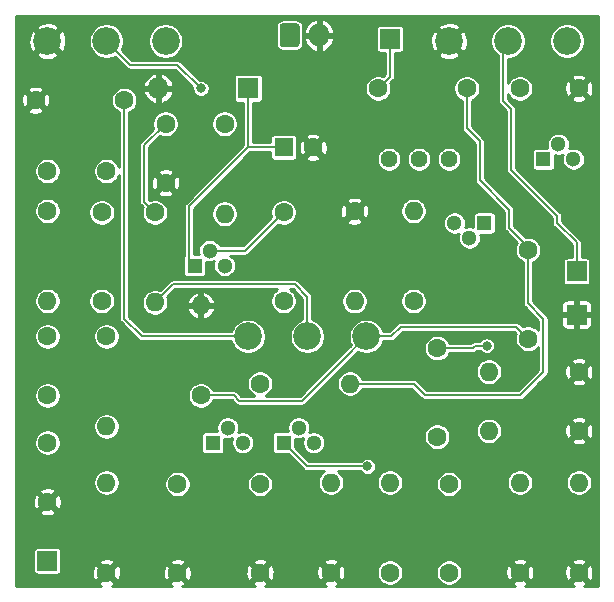
<source format=gbr>
%TF.GenerationSoftware,KiCad,Pcbnew,(5.1.12)-1*%
%TF.CreationDate,2022-03-07T16:55:28+01:00*%
%TF.ProjectId,BSIAB,42534941-422e-46b6-9963-61645f706362,rev?*%
%TF.SameCoordinates,Original*%
%TF.FileFunction,Copper,L2,Bot*%
%TF.FilePolarity,Positive*%
%FSLAX46Y46*%
G04 Gerber Fmt 4.6, Leading zero omitted, Abs format (unit mm)*
G04 Created by KiCad (PCBNEW (5.1.12)-1) date 2022-03-07 16:55:28*
%MOMM*%
%LPD*%
G01*
G04 APERTURE LIST*
%TA.AperFunction,ComponentPad*%
%ADD10C,2.340000*%
%TD*%
%TA.AperFunction,ComponentPad*%
%ADD11C,1.600000*%
%TD*%
%TA.AperFunction,ComponentPad*%
%ADD12R,1.800000X1.800000*%
%TD*%
%TA.AperFunction,ComponentPad*%
%ADD13O,1.800000X1.800000*%
%TD*%
%TA.AperFunction,ComponentPad*%
%ADD14C,1.300000*%
%TD*%
%TA.AperFunction,ComponentPad*%
%ADD15R,1.300000X1.300000*%
%TD*%
%TA.AperFunction,ComponentPad*%
%ADD16O,1.600000X1.600000*%
%TD*%
%TA.AperFunction,ComponentPad*%
%ADD17C,1.440000*%
%TD*%
%TA.AperFunction,ComponentPad*%
%ADD18R,1.600000X1.600000*%
%TD*%
%TA.AperFunction,ComponentPad*%
%ADD19O,1.700000X2.000000*%
%TD*%
%TA.AperFunction,ComponentPad*%
%ADD20R,1.700000X1.700000*%
%TD*%
%TA.AperFunction,ViaPad*%
%ADD21C,0.800000*%
%TD*%
%TA.AperFunction,Conductor*%
%ADD22C,0.200000*%
%TD*%
%TA.AperFunction,Conductor*%
%ADD23C,0.254000*%
%TD*%
%TA.AperFunction,Conductor*%
%ADD24C,0.100000*%
%TD*%
G04 APERTURE END LIST*
D10*
%TO.P,GAIN1,3*%
%TO.N,Net-(C7-Pad1)*%
X113000000Y-103000000D03*
%TO.P,GAIN1,2*%
%TO.N,/G4*%
X108000000Y-103000000D03*
%TO.P,GAIN1,1*%
%TO.N,GND*%
X103000000Y-103000000D03*
%TD*%
D11*
%TO.P,C1,1*%
%TO.N,Net-(C1-Pad1)*%
X143700000Y-120700000D03*
%TO.P,C1,2*%
%TO.N,Net-(C1-Pad2)*%
X143700000Y-128200000D03*
%TD*%
D12*
%TO.P,D1,1*%
%TO.N,/9V*%
X120000000Y-107000000D03*
D13*
%TO.P,D1,2*%
%TO.N,GND*%
X112380000Y-107000000D03*
%TD*%
D10*
%TO.P,LEVEL1,3*%
%TO.N,Net-(C13-Pad2)*%
X147000000Y-103000000D03*
%TO.P,LEVEL1,2*%
%TO.N,Net-(LEVEL1-Pad2)*%
X142000000Y-103000000D03*
%TO.P,LEVEL1,1*%
%TO.N,GND*%
X137000000Y-103000000D03*
%TD*%
D14*
%TO.P,Q6,2*%
%TO.N,/S1D2*%
X116730000Y-120730000D03*
%TO.P,Q6,3*%
%TO.N,/G1*%
X118000000Y-122000000D03*
D15*
%TO.P,Q6,1*%
%TO.N,/9V*%
X115460000Y-122000000D03*
%TD*%
%TO.P,Q7,1*%
%TO.N,/S1D2*%
X117000000Y-137000000D03*
D14*
%TO.P,Q7,3*%
%TO.N,/G2*%
X119540000Y-137000000D03*
%TO.P,Q7,2*%
%TO.N,/S2*%
X118270000Y-135730000D03*
%TD*%
%TO.P,Q8,2*%
%TO.N,/S3D4*%
X124270000Y-135730000D03*
%TO.P,Q8,3*%
%TO.N,/G3*%
X125540000Y-137000000D03*
D15*
%TO.P,Q8,1*%
%TO.N,/9V*%
X123000000Y-137000000D03*
%TD*%
%TO.P,Q9,1*%
%TO.N,/S4*%
X140000000Y-118400000D03*
D14*
%TO.P,Q9,3*%
%TO.N,/G4*%
X137460000Y-118400000D03*
%TO.P,Q9,2*%
%TO.N,/S3D4*%
X138730000Y-119670000D03*
%TD*%
%TO.P,Q10,2*%
%TO.N,/S5*%
X146270000Y-111730000D03*
%TO.P,Q10,3*%
%TO.N,/G5*%
X147540000Y-113000000D03*
D15*
%TO.P,Q10,1*%
%TO.N,/D5*%
X145000000Y-113000000D03*
%TD*%
D11*
%TO.P,R1,1*%
%TO.N,Net-(C1-Pad2)*%
X116000000Y-133000000D03*
D16*
%TO.P,R1,2*%
%TO.N,GND*%
X116000000Y-125380000D03*
%TD*%
%TO.P,R2,2*%
%TO.N,/9V*%
X134000000Y-117380000D03*
D11*
%TO.P,R2,1*%
%TO.N,/G1*%
X134000000Y-125000000D03*
%TD*%
D16*
%TO.P,R3,2*%
%TO.N,/9V*%
X132000000Y-140380000D03*
D11*
%TO.P,R3,1*%
%TO.N,/G3*%
X132000000Y-148000000D03*
%TD*%
D16*
%TO.P,R4,2*%
%TO.N,Net-(R4-Pad2)*%
X112100000Y-125120000D03*
D11*
%TO.P,R4,1*%
%TO.N,Net-(C12-Pad2)*%
X112100000Y-117500000D03*
%TD*%
%TO.P,R5,1*%
%TO.N,Net-(C13-Pad2)*%
X118000000Y-110000000D03*
D16*
%TO.P,R5,2*%
%TO.N,Net-(C12-Pad2)*%
X118000000Y-117620000D03*
%TD*%
%TO.P,R6,2*%
%TO.N,/G1*%
X129000000Y-125020000D03*
D11*
%TO.P,R6,1*%
%TO.N,GND*%
X129000000Y-117400000D03*
%TD*%
%TO.P,R7,1*%
%TO.N,GND*%
X143000000Y-148000000D03*
D16*
%TO.P,R7,2*%
%TO.N,/G3*%
X143000000Y-140380000D03*
%TD*%
%TO.P,R8,2*%
%TO.N,Net-(C1-Pad1)*%
X128620000Y-132000000D03*
D11*
%TO.P,R8,1*%
%TO.N,Net-(C11-Pad2)*%
X121000000Y-132000000D03*
%TD*%
%TO.P,R9,1*%
%TO.N,/G2*%
X108000000Y-128000000D03*
D16*
%TO.P,R9,2*%
%TO.N,Net-(C10-Pad2)*%
X108000000Y-135620000D03*
%TD*%
D11*
%TO.P,R10,1*%
%TO.N,Net-(C7-Pad1)*%
X103000000Y-117380000D03*
D16*
%TO.P,R10,2*%
%TO.N,Net-(C6-Pad1)*%
X103000000Y-125000000D03*
%TD*%
%TO.P,R11,2*%
%TO.N,/S4*%
X148000000Y-140380000D03*
D11*
%TO.P,R11,1*%
%TO.N,GND*%
X148000000Y-148000000D03*
%TD*%
D16*
%TO.P,R12,2*%
%TO.N,/G5*%
X140380000Y-136000000D03*
D11*
%TO.P,R12,1*%
%TO.N,GND*%
X148000000Y-136000000D03*
%TD*%
%TO.P,R13,1*%
%TO.N,GND*%
X148000000Y-131000000D03*
D16*
%TO.P,R13,2*%
%TO.N,/S5*%
X140380000Y-131000000D03*
%TD*%
D11*
%TO.P,R14,1*%
%TO.N,GND*%
X108000000Y-148000000D03*
D16*
%TO.P,R14,2*%
%TO.N,Net-(C10-Pad2)*%
X108000000Y-140380000D03*
%TD*%
D11*
%TO.P,R15,1*%
%TO.N,GND*%
X127000000Y-148000000D03*
D16*
%TO.P,R15,2*%
%TO.N,/S2*%
X127000000Y-140380000D03*
%TD*%
D10*
%TO.P,TONE1,3*%
%TO.N,Net-(C1-Pad2)*%
X130000000Y-128000000D03*
%TO.P,TONE1,2*%
%TO.N,Net-(R4-Pad2)*%
X125000000Y-128000000D03*
%TO.P,TONE1,1*%
%TO.N,Net-(C11-Pad2)*%
X120000000Y-128000000D03*
%TD*%
D17*
%TO.P,TRIM1,1*%
%TO.N,/D5*%
X137000000Y-113000000D03*
%TO.P,TRIM1,2*%
X134460000Y-113000000D03*
%TO.P,TRIM1,3*%
%TO.N,/9V*%
X131920000Y-113000000D03*
%TD*%
D18*
%TO.P,C2,1*%
%TO.N,/9V*%
X123000000Y-112000000D03*
D11*
%TO.P,C2,2*%
%TO.N,GND*%
X125500000Y-112000000D03*
%TD*%
%TO.P,C7,1*%
%TO.N,Net-(C7-Pad1)*%
X103000000Y-133000000D03*
%TO.P,C7,2*%
%TO.N,Net-(C6-Pad1)*%
X103000000Y-128000000D03*
%TD*%
%TO.P,C9,2*%
%TO.N,Net-(C7-Pad1)*%
X108000000Y-114000000D03*
%TO.P,C9,1*%
%TO.N,/G4*%
X103000000Y-114000000D03*
%TD*%
%TO.P,C10,1*%
%TO.N,GND*%
X103000000Y-142000000D03*
%TO.P,C10,2*%
%TO.N,Net-(C10-Pad2)*%
X103000000Y-137000000D03*
%TD*%
%TO.P,C12,1*%
%TO.N,GND*%
X113000000Y-115000000D03*
%TO.P,C12,2*%
%TO.N,Net-(C12-Pad2)*%
X113000000Y-110000000D03*
%TD*%
%TO.P,C13,2*%
%TO.N,Net-(C13-Pad2)*%
X143000000Y-107000000D03*
%TO.P,C13,1*%
%TO.N,GND*%
X148000000Y-107000000D03*
%TD*%
%TO.P,C3,1*%
%TO.N,/D5*%
X131000000Y-107000000D03*
%TO.P,C3,2*%
%TO.N,Net-(C1-Pad1)*%
X138500000Y-107000000D03*
%TD*%
%TO.P,C4,1*%
%TO.N,/G1*%
X123000000Y-125000000D03*
%TO.P,C4,2*%
%TO.N,/S1D2*%
X123000000Y-117500000D03*
%TD*%
%TO.P,C5,1*%
%TO.N,/G3*%
X137000000Y-148000000D03*
%TO.P,C5,2*%
%TO.N,/S3D4*%
X137000000Y-140500000D03*
%TD*%
%TO.P,C6,2*%
%TO.N,/S1D2*%
X107600000Y-117500000D03*
%TO.P,C6,1*%
%TO.N,Net-(C6-Pad1)*%
X107600000Y-125000000D03*
%TD*%
%TO.P,C8,2*%
%TO.N,/S3D4*%
X136000000Y-136500000D03*
%TO.P,C8,1*%
%TO.N,/G5*%
X136000000Y-129000000D03*
%TD*%
%TO.P,C11,2*%
%TO.N,Net-(C11-Pad2)*%
X109500000Y-108000000D03*
%TO.P,C11,1*%
%TO.N,GND*%
X102000000Y-108000000D03*
%TD*%
%TO.P,C3A1,1*%
%TO.N,GND*%
X114000000Y-148000000D03*
%TO.P,C3A1,2*%
%TO.N,/S2*%
X114000000Y-140500000D03*
%TD*%
%TO.P,C3B1,2*%
%TO.N,/S2*%
X121000000Y-140500000D03*
%TO.P,C3B1,1*%
%TO.N,GND*%
X121000000Y-148000000D03*
%TD*%
%TO.P,PWR1,1*%
%TO.N,/9V*%
%TA.AperFunction,ComponentPad*%
G36*
G01*
X122650000Y-103250000D02*
X122650000Y-101750000D01*
G75*
G02*
X122900000Y-101500000I250000J0D01*
G01*
X124100000Y-101500000D01*
G75*
G02*
X124350000Y-101750000I0J-250000D01*
G01*
X124350000Y-103250000D01*
G75*
G02*
X124100000Y-103500000I-250000J0D01*
G01*
X122900000Y-103500000D01*
G75*
G02*
X122650000Y-103250000I0J250000D01*
G01*
G37*
%TD.AperFunction*%
D19*
%TO.P,PWR1,2*%
%TO.N,GND*%
X126000000Y-102500000D03*
%TD*%
D20*
%TO.P,BIAS1,1*%
%TO.N,/D5*%
X132000000Y-102800000D03*
%TD*%
%TO.P,GND1,1*%
%TO.N,GND*%
X147800000Y-126150000D03*
%TD*%
%TO.P,IN1,1*%
%TO.N,Net-(C10-Pad2)*%
X103000000Y-147000000D03*
%TD*%
%TO.P,OUT1,1*%
%TO.N,Net-(LEVEL1-Pad2)*%
X147800000Y-122500000D03*
%TD*%
D21*
%TO.N,/9V*%
X130100000Y-139000000D03*
%TO.N,/G5*%
X140200000Y-128800000D03*
%TO.N,/G4*%
X116000000Y-107000000D03*
%TD*%
D22*
%TO.N,Net-(C1-Pad1)*%
X128620000Y-132000000D02*
X134000000Y-132000000D01*
X134000000Y-132000000D02*
X135000000Y-133000000D01*
X135000000Y-133000000D02*
X143000000Y-133000000D01*
X143000000Y-133000000D02*
X145000000Y-131000000D01*
X145000000Y-131000000D02*
X145000000Y-126500000D01*
X143700000Y-125200000D02*
X143700000Y-120700000D01*
X145000000Y-126500000D02*
X143700000Y-125200000D01*
X143700000Y-120700000D02*
X143700000Y-120400000D01*
X143700000Y-120400000D02*
X142100000Y-118800000D01*
X142100000Y-118800000D02*
X142100000Y-117300000D01*
X142100000Y-117300000D02*
X139600000Y-114800000D01*
X139600000Y-114800000D02*
X139600000Y-111500000D01*
X138500000Y-110400000D02*
X138500000Y-107000000D01*
X139600000Y-111500000D02*
X138500000Y-110400000D01*
%TO.N,Net-(C1-Pad2)*%
X130000000Y-128000000D02*
X132100000Y-128000000D01*
X132100000Y-128000000D02*
X132900000Y-127200000D01*
X142700000Y-127200000D02*
X143700000Y-128200000D01*
X132900000Y-127200000D02*
X142700000Y-127200000D01*
X127900000Y-130100000D02*
X130000000Y-128000000D01*
X116000000Y-133000000D02*
X116000000Y-132700000D01*
X116000000Y-133000000D02*
X118797342Y-133000000D01*
X118797342Y-133000000D02*
X119232447Y-133435105D01*
X124564895Y-133435105D02*
X127900000Y-130100000D01*
X119232447Y-133435105D02*
X124564895Y-133435105D01*
%TO.N,/9V*%
X120000000Y-112000000D02*
X123000000Y-112000000D01*
X115000000Y-117000000D02*
X120000000Y-112000000D01*
X115000000Y-122000000D02*
X115000000Y-117000000D01*
X125000000Y-139000000D02*
X123000000Y-137000000D01*
X120000000Y-107000000D02*
X120000000Y-112000000D01*
X130100000Y-139000000D02*
X129600000Y-139000000D01*
X129600000Y-139000000D02*
X125000000Y-139000000D01*
X130000000Y-139000000D02*
X129600000Y-139000000D01*
%TO.N,/S1D2*%
X119770000Y-120730000D02*
X123000000Y-117500000D01*
X116730000Y-120730000D02*
X119770000Y-120730000D01*
%TO.N,/G5*%
X139000000Y-129000000D02*
X136000000Y-129000000D01*
X139200000Y-128800000D02*
X139000000Y-129000000D01*
X140200000Y-128800000D02*
X139200000Y-128800000D01*
%TO.N,/G4*%
X110000000Y-105000000D02*
X108000000Y-103000000D01*
X114000000Y-105000000D02*
X110000000Y-105000000D01*
X116000000Y-107000000D02*
X114000000Y-105000000D01*
%TO.N,Net-(C11-Pad2)*%
X109500000Y-125400000D02*
X109500000Y-108000000D01*
X109500000Y-126500000D02*
X109500000Y-125400000D01*
X111000000Y-128000000D02*
X109500000Y-126500000D01*
X120000000Y-128000000D02*
X111000000Y-128000000D01*
%TO.N,Net-(C12-Pad2)*%
X111200000Y-111800000D02*
X113000000Y-110000000D01*
X111200000Y-116600000D02*
X111200000Y-111800000D01*
X112100000Y-117500000D02*
X111200000Y-116600000D01*
%TO.N,Net-(R4-Pad2)*%
X113620000Y-123600000D02*
X112100000Y-125120000D01*
X123956986Y-123600000D02*
X113620000Y-123600000D01*
X125000000Y-124643014D02*
X123956986Y-123600000D01*
X125000000Y-128000000D02*
X125000000Y-124643014D01*
X125000000Y-128000000D02*
X124600000Y-128000000D01*
%TO.N,GND*%
X148000000Y-126000000D02*
X148000000Y-125116009D01*
X148000000Y-126000000D02*
X148000000Y-125900000D01*
%TO.N,/D5*%
X132000000Y-106000000D02*
X131000000Y-107000000D01*
X132000000Y-103000000D02*
X132000000Y-106000000D01*
%TO.N,Net-(LEVEL1-Pad2)*%
X142280382Y-109069618D02*
X142280382Y-108780382D01*
X142280382Y-109069618D02*
X142280382Y-108904570D01*
X142280382Y-108780382D02*
X141550000Y-108050000D01*
X141550000Y-103450000D02*
X142000000Y-103000000D01*
X141550000Y-108050000D02*
X141550000Y-103450000D01*
X147800000Y-120050000D02*
X147800000Y-122600000D01*
X146150000Y-118400000D02*
X147800000Y-120050000D01*
X146150000Y-117800000D02*
X146150000Y-118400000D01*
X142280382Y-113930382D02*
X146150000Y-117800000D01*
X142280382Y-109069618D02*
X142280382Y-113930382D01*
%TD*%
D23*
%TO.N,GND*%
X149648001Y-149148000D02*
X148433166Y-149148000D01*
X148543622Y-149106620D01*
X148618103Y-149066810D01*
X148701452Y-148881057D01*
X148000000Y-148179605D01*
X147298548Y-148881057D01*
X147381897Y-149066810D01*
X147560361Y-149148000D01*
X143433166Y-149148000D01*
X143543622Y-149106620D01*
X143618103Y-149066810D01*
X143701452Y-148881057D01*
X143000000Y-148179605D01*
X142298548Y-148881057D01*
X142381897Y-149066810D01*
X142560361Y-149148000D01*
X127433166Y-149148000D01*
X127543622Y-149106620D01*
X127618103Y-149066810D01*
X127701452Y-148881057D01*
X127000000Y-148179605D01*
X126298548Y-148881057D01*
X126381897Y-149066810D01*
X126560361Y-149148000D01*
X121433166Y-149148000D01*
X121543622Y-149106620D01*
X121618103Y-149066810D01*
X121701452Y-148881057D01*
X121000000Y-148179605D01*
X120298548Y-148881057D01*
X120381897Y-149066810D01*
X120560361Y-149148000D01*
X114433166Y-149148000D01*
X114543622Y-149106620D01*
X114618103Y-149066810D01*
X114701452Y-148881057D01*
X114000000Y-148179605D01*
X113298548Y-148881057D01*
X113381897Y-149066810D01*
X113560361Y-149148000D01*
X108433166Y-149148000D01*
X108543622Y-149106620D01*
X108618103Y-149066810D01*
X108701452Y-148881057D01*
X108000000Y-148179605D01*
X107298548Y-148881057D01*
X107381897Y-149066810D01*
X107560361Y-149148000D01*
X100352000Y-149148000D01*
X100352000Y-146150000D01*
X101821418Y-146150000D01*
X101821418Y-147850000D01*
X101827732Y-147914103D01*
X101846430Y-147975743D01*
X101876794Y-148032550D01*
X101917657Y-148082343D01*
X101967450Y-148123206D01*
X102024257Y-148153570D01*
X102085897Y-148172268D01*
X102150000Y-148178582D01*
X103850000Y-148178582D01*
X103914103Y-148172268D01*
X103975743Y-148153570D01*
X104032550Y-148123206D01*
X104082343Y-148082343D01*
X104085287Y-148078755D01*
X106769581Y-148078755D01*
X106808588Y-148317285D01*
X106893380Y-148543622D01*
X106933190Y-148618103D01*
X107118943Y-148701452D01*
X107820395Y-148000000D01*
X108179605Y-148000000D01*
X108881057Y-148701452D01*
X109066810Y-148618103D01*
X109166897Y-148398101D01*
X109222141Y-148162801D01*
X109225021Y-148078755D01*
X112769581Y-148078755D01*
X112808588Y-148317285D01*
X112893380Y-148543622D01*
X112933190Y-148618103D01*
X113118943Y-148701452D01*
X113820395Y-148000000D01*
X114179605Y-148000000D01*
X114881057Y-148701452D01*
X115066810Y-148618103D01*
X115166897Y-148398101D01*
X115222141Y-148162801D01*
X115225021Y-148078755D01*
X119769581Y-148078755D01*
X119808588Y-148317285D01*
X119893380Y-148543622D01*
X119933190Y-148618103D01*
X120118943Y-148701452D01*
X120820395Y-148000000D01*
X121179605Y-148000000D01*
X121881057Y-148701452D01*
X122066810Y-148618103D01*
X122166897Y-148398101D01*
X122222141Y-148162801D01*
X122225021Y-148078755D01*
X125769581Y-148078755D01*
X125808588Y-148317285D01*
X125893380Y-148543622D01*
X125933190Y-148618103D01*
X126118943Y-148701452D01*
X126820395Y-148000000D01*
X127179605Y-148000000D01*
X127881057Y-148701452D01*
X128066810Y-148618103D01*
X128166897Y-148398101D01*
X128222141Y-148162801D01*
X128230419Y-147921245D01*
X128225146Y-147889000D01*
X130873000Y-147889000D01*
X130873000Y-148111000D01*
X130916310Y-148328734D01*
X131001266Y-148533835D01*
X131124602Y-148718421D01*
X131281579Y-148875398D01*
X131466165Y-148998734D01*
X131671266Y-149083690D01*
X131889000Y-149127000D01*
X132111000Y-149127000D01*
X132328734Y-149083690D01*
X132533835Y-148998734D01*
X132718421Y-148875398D01*
X132875398Y-148718421D01*
X132998734Y-148533835D01*
X133083690Y-148328734D01*
X133127000Y-148111000D01*
X133127000Y-147889000D01*
X135873000Y-147889000D01*
X135873000Y-148111000D01*
X135916310Y-148328734D01*
X136001266Y-148533835D01*
X136124602Y-148718421D01*
X136281579Y-148875398D01*
X136466165Y-148998734D01*
X136671266Y-149083690D01*
X136889000Y-149127000D01*
X137111000Y-149127000D01*
X137328734Y-149083690D01*
X137533835Y-148998734D01*
X137718421Y-148875398D01*
X137875398Y-148718421D01*
X137998734Y-148533835D01*
X138083690Y-148328734D01*
X138127000Y-148111000D01*
X138127000Y-148078755D01*
X141769581Y-148078755D01*
X141808588Y-148317285D01*
X141893380Y-148543622D01*
X141933190Y-148618103D01*
X142118943Y-148701452D01*
X142820395Y-148000000D01*
X143179605Y-148000000D01*
X143881057Y-148701452D01*
X144066810Y-148618103D01*
X144166897Y-148398101D01*
X144222141Y-148162801D01*
X144225021Y-148078755D01*
X146769581Y-148078755D01*
X146808588Y-148317285D01*
X146893380Y-148543622D01*
X146933190Y-148618103D01*
X147118943Y-148701452D01*
X147820395Y-148000000D01*
X148179605Y-148000000D01*
X148881057Y-148701452D01*
X149066810Y-148618103D01*
X149166897Y-148398101D01*
X149222141Y-148162801D01*
X149230419Y-147921245D01*
X149191412Y-147682715D01*
X149106620Y-147456378D01*
X149066810Y-147381897D01*
X148881057Y-147298548D01*
X148179605Y-148000000D01*
X147820395Y-148000000D01*
X147118943Y-147298548D01*
X146933190Y-147381897D01*
X146833103Y-147601899D01*
X146777859Y-147837199D01*
X146769581Y-148078755D01*
X144225021Y-148078755D01*
X144230419Y-147921245D01*
X144191412Y-147682715D01*
X144106620Y-147456378D01*
X144066810Y-147381897D01*
X143881057Y-147298548D01*
X143179605Y-148000000D01*
X142820395Y-148000000D01*
X142118943Y-147298548D01*
X141933190Y-147381897D01*
X141833103Y-147601899D01*
X141777859Y-147837199D01*
X141769581Y-148078755D01*
X138127000Y-148078755D01*
X138127000Y-147889000D01*
X138083690Y-147671266D01*
X137998734Y-147466165D01*
X137875398Y-147281579D01*
X137718421Y-147124602D01*
X137709952Y-147118943D01*
X142298548Y-147118943D01*
X143000000Y-147820395D01*
X143701452Y-147118943D01*
X147298548Y-147118943D01*
X148000000Y-147820395D01*
X148701452Y-147118943D01*
X148618103Y-146933190D01*
X148398101Y-146833103D01*
X148162801Y-146777859D01*
X147921245Y-146769581D01*
X147682715Y-146808588D01*
X147456378Y-146893380D01*
X147381897Y-146933190D01*
X147298548Y-147118943D01*
X143701452Y-147118943D01*
X143618103Y-146933190D01*
X143398101Y-146833103D01*
X143162801Y-146777859D01*
X142921245Y-146769581D01*
X142682715Y-146808588D01*
X142456378Y-146893380D01*
X142381897Y-146933190D01*
X142298548Y-147118943D01*
X137709952Y-147118943D01*
X137533835Y-147001266D01*
X137328734Y-146916310D01*
X137111000Y-146873000D01*
X136889000Y-146873000D01*
X136671266Y-146916310D01*
X136466165Y-147001266D01*
X136281579Y-147124602D01*
X136124602Y-147281579D01*
X136001266Y-147466165D01*
X135916310Y-147671266D01*
X135873000Y-147889000D01*
X133127000Y-147889000D01*
X133083690Y-147671266D01*
X132998734Y-147466165D01*
X132875398Y-147281579D01*
X132718421Y-147124602D01*
X132533835Y-147001266D01*
X132328734Y-146916310D01*
X132111000Y-146873000D01*
X131889000Y-146873000D01*
X131671266Y-146916310D01*
X131466165Y-147001266D01*
X131281579Y-147124602D01*
X131124602Y-147281579D01*
X131001266Y-147466165D01*
X130916310Y-147671266D01*
X130873000Y-147889000D01*
X128225146Y-147889000D01*
X128191412Y-147682715D01*
X128106620Y-147456378D01*
X128066810Y-147381897D01*
X127881057Y-147298548D01*
X127179605Y-148000000D01*
X126820395Y-148000000D01*
X126118943Y-147298548D01*
X125933190Y-147381897D01*
X125833103Y-147601899D01*
X125777859Y-147837199D01*
X125769581Y-148078755D01*
X122225021Y-148078755D01*
X122230419Y-147921245D01*
X122191412Y-147682715D01*
X122106620Y-147456378D01*
X122066810Y-147381897D01*
X121881057Y-147298548D01*
X121179605Y-148000000D01*
X120820395Y-148000000D01*
X120118943Y-147298548D01*
X119933190Y-147381897D01*
X119833103Y-147601899D01*
X119777859Y-147837199D01*
X119769581Y-148078755D01*
X115225021Y-148078755D01*
X115230419Y-147921245D01*
X115191412Y-147682715D01*
X115106620Y-147456378D01*
X115066810Y-147381897D01*
X114881057Y-147298548D01*
X114179605Y-148000000D01*
X113820395Y-148000000D01*
X113118943Y-147298548D01*
X112933190Y-147381897D01*
X112833103Y-147601899D01*
X112777859Y-147837199D01*
X112769581Y-148078755D01*
X109225021Y-148078755D01*
X109230419Y-147921245D01*
X109191412Y-147682715D01*
X109106620Y-147456378D01*
X109066810Y-147381897D01*
X108881057Y-147298548D01*
X108179605Y-148000000D01*
X107820395Y-148000000D01*
X107118943Y-147298548D01*
X106933190Y-147381897D01*
X106833103Y-147601899D01*
X106777859Y-147837199D01*
X106769581Y-148078755D01*
X104085287Y-148078755D01*
X104123206Y-148032550D01*
X104153570Y-147975743D01*
X104172268Y-147914103D01*
X104178582Y-147850000D01*
X104178582Y-147118943D01*
X107298548Y-147118943D01*
X108000000Y-147820395D01*
X108701452Y-147118943D01*
X113298548Y-147118943D01*
X114000000Y-147820395D01*
X114701452Y-147118943D01*
X120298548Y-147118943D01*
X121000000Y-147820395D01*
X121701452Y-147118943D01*
X126298548Y-147118943D01*
X127000000Y-147820395D01*
X127701452Y-147118943D01*
X127618103Y-146933190D01*
X127398101Y-146833103D01*
X127162801Y-146777859D01*
X126921245Y-146769581D01*
X126682715Y-146808588D01*
X126456378Y-146893380D01*
X126381897Y-146933190D01*
X126298548Y-147118943D01*
X121701452Y-147118943D01*
X121618103Y-146933190D01*
X121398101Y-146833103D01*
X121162801Y-146777859D01*
X120921245Y-146769581D01*
X120682715Y-146808588D01*
X120456378Y-146893380D01*
X120381897Y-146933190D01*
X120298548Y-147118943D01*
X114701452Y-147118943D01*
X114618103Y-146933190D01*
X114398101Y-146833103D01*
X114162801Y-146777859D01*
X113921245Y-146769581D01*
X113682715Y-146808588D01*
X113456378Y-146893380D01*
X113381897Y-146933190D01*
X113298548Y-147118943D01*
X108701452Y-147118943D01*
X108618103Y-146933190D01*
X108398101Y-146833103D01*
X108162801Y-146777859D01*
X107921245Y-146769581D01*
X107682715Y-146808588D01*
X107456378Y-146893380D01*
X107381897Y-146933190D01*
X107298548Y-147118943D01*
X104178582Y-147118943D01*
X104178582Y-146150000D01*
X104172268Y-146085897D01*
X104153570Y-146024257D01*
X104123206Y-145967450D01*
X104082343Y-145917657D01*
X104032550Y-145876794D01*
X103975743Y-145846430D01*
X103914103Y-145827732D01*
X103850000Y-145821418D01*
X102150000Y-145821418D01*
X102085897Y-145827732D01*
X102024257Y-145846430D01*
X101967450Y-145876794D01*
X101917657Y-145917657D01*
X101876794Y-145967450D01*
X101846430Y-146024257D01*
X101827732Y-146085897D01*
X101821418Y-146150000D01*
X100352000Y-146150000D01*
X100352000Y-142881057D01*
X102298548Y-142881057D01*
X102381897Y-143066810D01*
X102601899Y-143166897D01*
X102837199Y-143222141D01*
X103078755Y-143230419D01*
X103317285Y-143191412D01*
X103543622Y-143106620D01*
X103618103Y-143066810D01*
X103701452Y-142881057D01*
X103000000Y-142179605D01*
X102298548Y-142881057D01*
X100352000Y-142881057D01*
X100352000Y-142078755D01*
X101769581Y-142078755D01*
X101808588Y-142317285D01*
X101893380Y-142543622D01*
X101933190Y-142618103D01*
X102118943Y-142701452D01*
X102820395Y-142000000D01*
X103179605Y-142000000D01*
X103881057Y-142701452D01*
X104066810Y-142618103D01*
X104166897Y-142398101D01*
X104222141Y-142162801D01*
X104230419Y-141921245D01*
X104191412Y-141682715D01*
X104106620Y-141456378D01*
X104066810Y-141381897D01*
X103881057Y-141298548D01*
X103179605Y-142000000D01*
X102820395Y-142000000D01*
X102118943Y-141298548D01*
X101933190Y-141381897D01*
X101833103Y-141601899D01*
X101777859Y-141837199D01*
X101769581Y-142078755D01*
X100352000Y-142078755D01*
X100352000Y-141118943D01*
X102298548Y-141118943D01*
X103000000Y-141820395D01*
X103701452Y-141118943D01*
X103618103Y-140933190D01*
X103398101Y-140833103D01*
X103162801Y-140777859D01*
X102921245Y-140769581D01*
X102682715Y-140808588D01*
X102456378Y-140893380D01*
X102381897Y-140933190D01*
X102298548Y-141118943D01*
X100352000Y-141118943D01*
X100352000Y-140269000D01*
X106873000Y-140269000D01*
X106873000Y-140491000D01*
X106916310Y-140708734D01*
X107001266Y-140913835D01*
X107124602Y-141098421D01*
X107281579Y-141255398D01*
X107466165Y-141378734D01*
X107671266Y-141463690D01*
X107889000Y-141507000D01*
X108111000Y-141507000D01*
X108328734Y-141463690D01*
X108533835Y-141378734D01*
X108718421Y-141255398D01*
X108875398Y-141098421D01*
X108998734Y-140913835D01*
X109083690Y-140708734D01*
X109127000Y-140491000D01*
X109127000Y-140389000D01*
X112873000Y-140389000D01*
X112873000Y-140611000D01*
X112916310Y-140828734D01*
X113001266Y-141033835D01*
X113124602Y-141218421D01*
X113281579Y-141375398D01*
X113466165Y-141498734D01*
X113671266Y-141583690D01*
X113889000Y-141627000D01*
X114111000Y-141627000D01*
X114328734Y-141583690D01*
X114533835Y-141498734D01*
X114718421Y-141375398D01*
X114875398Y-141218421D01*
X114998734Y-141033835D01*
X115083690Y-140828734D01*
X115127000Y-140611000D01*
X115127000Y-140389000D01*
X119873000Y-140389000D01*
X119873000Y-140611000D01*
X119916310Y-140828734D01*
X120001266Y-141033835D01*
X120124602Y-141218421D01*
X120281579Y-141375398D01*
X120466165Y-141498734D01*
X120671266Y-141583690D01*
X120889000Y-141627000D01*
X121111000Y-141627000D01*
X121328734Y-141583690D01*
X121533835Y-141498734D01*
X121718421Y-141375398D01*
X121875398Y-141218421D01*
X121998734Y-141033835D01*
X122083690Y-140828734D01*
X122127000Y-140611000D01*
X122127000Y-140389000D01*
X122083690Y-140171266D01*
X121998734Y-139966165D01*
X121875398Y-139781579D01*
X121718421Y-139624602D01*
X121533835Y-139501266D01*
X121328734Y-139416310D01*
X121111000Y-139373000D01*
X120889000Y-139373000D01*
X120671266Y-139416310D01*
X120466165Y-139501266D01*
X120281579Y-139624602D01*
X120124602Y-139781579D01*
X120001266Y-139966165D01*
X119916310Y-140171266D01*
X119873000Y-140389000D01*
X115127000Y-140389000D01*
X115083690Y-140171266D01*
X114998734Y-139966165D01*
X114875398Y-139781579D01*
X114718421Y-139624602D01*
X114533835Y-139501266D01*
X114328734Y-139416310D01*
X114111000Y-139373000D01*
X113889000Y-139373000D01*
X113671266Y-139416310D01*
X113466165Y-139501266D01*
X113281579Y-139624602D01*
X113124602Y-139781579D01*
X113001266Y-139966165D01*
X112916310Y-140171266D01*
X112873000Y-140389000D01*
X109127000Y-140389000D01*
X109127000Y-140269000D01*
X109083690Y-140051266D01*
X108998734Y-139846165D01*
X108875398Y-139661579D01*
X108718421Y-139504602D01*
X108533835Y-139381266D01*
X108328734Y-139296310D01*
X108111000Y-139253000D01*
X107889000Y-139253000D01*
X107671266Y-139296310D01*
X107466165Y-139381266D01*
X107281579Y-139504602D01*
X107124602Y-139661579D01*
X107001266Y-139846165D01*
X106916310Y-140051266D01*
X106873000Y-140269000D01*
X100352000Y-140269000D01*
X100352000Y-136889000D01*
X101873000Y-136889000D01*
X101873000Y-137111000D01*
X101916310Y-137328734D01*
X102001266Y-137533835D01*
X102124602Y-137718421D01*
X102281579Y-137875398D01*
X102466165Y-137998734D01*
X102671266Y-138083690D01*
X102889000Y-138127000D01*
X103111000Y-138127000D01*
X103328734Y-138083690D01*
X103533835Y-137998734D01*
X103718421Y-137875398D01*
X103875398Y-137718421D01*
X103998734Y-137533835D01*
X104083690Y-137328734D01*
X104127000Y-137111000D01*
X104127000Y-136889000D01*
X104083690Y-136671266D01*
X103998734Y-136466165D01*
X103875398Y-136281579D01*
X103718421Y-136124602D01*
X103533835Y-136001266D01*
X103328734Y-135916310D01*
X103111000Y-135873000D01*
X102889000Y-135873000D01*
X102671266Y-135916310D01*
X102466165Y-136001266D01*
X102281579Y-136124602D01*
X102124602Y-136281579D01*
X102001266Y-136466165D01*
X101916310Y-136671266D01*
X101873000Y-136889000D01*
X100352000Y-136889000D01*
X100352000Y-135509000D01*
X106873000Y-135509000D01*
X106873000Y-135731000D01*
X106916310Y-135948734D01*
X107001266Y-136153835D01*
X107124602Y-136338421D01*
X107281579Y-136495398D01*
X107466165Y-136618734D01*
X107671266Y-136703690D01*
X107889000Y-136747000D01*
X108111000Y-136747000D01*
X108328734Y-136703690D01*
X108533835Y-136618734D01*
X108718421Y-136495398D01*
X108863819Y-136350000D01*
X116021418Y-136350000D01*
X116021418Y-137650000D01*
X116027732Y-137714103D01*
X116046430Y-137775743D01*
X116076794Y-137832550D01*
X116117657Y-137882343D01*
X116167450Y-137923206D01*
X116224257Y-137953570D01*
X116285897Y-137972268D01*
X116350000Y-137978582D01*
X117650000Y-137978582D01*
X117714103Y-137972268D01*
X117775743Y-137953570D01*
X117832550Y-137923206D01*
X117882343Y-137882343D01*
X117923206Y-137832550D01*
X117953570Y-137775743D01*
X117972268Y-137714103D01*
X117978582Y-137650000D01*
X117978582Y-136666787D01*
X117985020Y-136669454D01*
X118173774Y-136707000D01*
X118366226Y-136707000D01*
X118554980Y-136669454D01*
X118632766Y-136637234D01*
X118600546Y-136715020D01*
X118563000Y-136903774D01*
X118563000Y-137096226D01*
X118600546Y-137284980D01*
X118674194Y-137462783D01*
X118781115Y-137622801D01*
X118917199Y-137758885D01*
X119077217Y-137865806D01*
X119255020Y-137939454D01*
X119443774Y-137977000D01*
X119636226Y-137977000D01*
X119824980Y-137939454D01*
X120002783Y-137865806D01*
X120162801Y-137758885D01*
X120298885Y-137622801D01*
X120405806Y-137462783D01*
X120479454Y-137284980D01*
X120517000Y-137096226D01*
X120517000Y-136903774D01*
X120479454Y-136715020D01*
X120405806Y-136537217D01*
X120298885Y-136377199D01*
X120271686Y-136350000D01*
X122021418Y-136350000D01*
X122021418Y-137650000D01*
X122027732Y-137714103D01*
X122046430Y-137775743D01*
X122076794Y-137832550D01*
X122117657Y-137882343D01*
X122167450Y-137923206D01*
X122224257Y-137953570D01*
X122285897Y-137972268D01*
X122350000Y-137978582D01*
X123374714Y-137978582D01*
X124683236Y-139287105D01*
X124696605Y-139303395D01*
X124712895Y-139316764D01*
X124712899Y-139316768D01*
X124761623Y-139356755D01*
X124792016Y-139373000D01*
X124835804Y-139396405D01*
X124916293Y-139420822D01*
X124979022Y-139427000D01*
X124979032Y-139427000D01*
X124999999Y-139429065D01*
X125020966Y-139427000D01*
X126397719Y-139427000D01*
X126281579Y-139504602D01*
X126124602Y-139661579D01*
X126001266Y-139846165D01*
X125916310Y-140051266D01*
X125873000Y-140269000D01*
X125873000Y-140491000D01*
X125916310Y-140708734D01*
X126001266Y-140913835D01*
X126124602Y-141098421D01*
X126281579Y-141255398D01*
X126466165Y-141378734D01*
X126671266Y-141463690D01*
X126889000Y-141507000D01*
X127111000Y-141507000D01*
X127328734Y-141463690D01*
X127533835Y-141378734D01*
X127718421Y-141255398D01*
X127875398Y-141098421D01*
X127998734Y-140913835D01*
X128083690Y-140708734D01*
X128127000Y-140491000D01*
X128127000Y-140269000D01*
X130873000Y-140269000D01*
X130873000Y-140491000D01*
X130916310Y-140708734D01*
X131001266Y-140913835D01*
X131124602Y-141098421D01*
X131281579Y-141255398D01*
X131466165Y-141378734D01*
X131671266Y-141463690D01*
X131889000Y-141507000D01*
X132111000Y-141507000D01*
X132328734Y-141463690D01*
X132533835Y-141378734D01*
X132718421Y-141255398D01*
X132875398Y-141098421D01*
X132998734Y-140913835D01*
X133083690Y-140708734D01*
X133127000Y-140491000D01*
X133127000Y-140389000D01*
X135873000Y-140389000D01*
X135873000Y-140611000D01*
X135916310Y-140828734D01*
X136001266Y-141033835D01*
X136124602Y-141218421D01*
X136281579Y-141375398D01*
X136466165Y-141498734D01*
X136671266Y-141583690D01*
X136889000Y-141627000D01*
X137111000Y-141627000D01*
X137328734Y-141583690D01*
X137533835Y-141498734D01*
X137718421Y-141375398D01*
X137875398Y-141218421D01*
X137998734Y-141033835D01*
X138083690Y-140828734D01*
X138127000Y-140611000D01*
X138127000Y-140389000D01*
X138103131Y-140269000D01*
X141873000Y-140269000D01*
X141873000Y-140491000D01*
X141916310Y-140708734D01*
X142001266Y-140913835D01*
X142124602Y-141098421D01*
X142281579Y-141255398D01*
X142466165Y-141378734D01*
X142671266Y-141463690D01*
X142889000Y-141507000D01*
X143111000Y-141507000D01*
X143328734Y-141463690D01*
X143533835Y-141378734D01*
X143718421Y-141255398D01*
X143875398Y-141098421D01*
X143998734Y-140913835D01*
X144083690Y-140708734D01*
X144127000Y-140491000D01*
X144127000Y-140269000D01*
X146873000Y-140269000D01*
X146873000Y-140491000D01*
X146916310Y-140708734D01*
X147001266Y-140913835D01*
X147124602Y-141098421D01*
X147281579Y-141255398D01*
X147466165Y-141378734D01*
X147671266Y-141463690D01*
X147889000Y-141507000D01*
X148111000Y-141507000D01*
X148328734Y-141463690D01*
X148533835Y-141378734D01*
X148718421Y-141255398D01*
X148875398Y-141098421D01*
X148998734Y-140913835D01*
X149083690Y-140708734D01*
X149127000Y-140491000D01*
X149127000Y-140269000D01*
X149083690Y-140051266D01*
X148998734Y-139846165D01*
X148875398Y-139661579D01*
X148718421Y-139504602D01*
X148533835Y-139381266D01*
X148328734Y-139296310D01*
X148111000Y-139253000D01*
X147889000Y-139253000D01*
X147671266Y-139296310D01*
X147466165Y-139381266D01*
X147281579Y-139504602D01*
X147124602Y-139661579D01*
X147001266Y-139846165D01*
X146916310Y-140051266D01*
X146873000Y-140269000D01*
X144127000Y-140269000D01*
X144083690Y-140051266D01*
X143998734Y-139846165D01*
X143875398Y-139661579D01*
X143718421Y-139504602D01*
X143533835Y-139381266D01*
X143328734Y-139296310D01*
X143111000Y-139253000D01*
X142889000Y-139253000D01*
X142671266Y-139296310D01*
X142466165Y-139381266D01*
X142281579Y-139504602D01*
X142124602Y-139661579D01*
X142001266Y-139846165D01*
X141916310Y-140051266D01*
X141873000Y-140269000D01*
X138103131Y-140269000D01*
X138083690Y-140171266D01*
X137998734Y-139966165D01*
X137875398Y-139781579D01*
X137718421Y-139624602D01*
X137533835Y-139501266D01*
X137328734Y-139416310D01*
X137111000Y-139373000D01*
X136889000Y-139373000D01*
X136671266Y-139416310D01*
X136466165Y-139501266D01*
X136281579Y-139624602D01*
X136124602Y-139781579D01*
X136001266Y-139966165D01*
X135916310Y-140171266D01*
X135873000Y-140389000D01*
X133127000Y-140389000D01*
X133127000Y-140269000D01*
X133083690Y-140051266D01*
X132998734Y-139846165D01*
X132875398Y-139661579D01*
X132718421Y-139504602D01*
X132533835Y-139381266D01*
X132328734Y-139296310D01*
X132111000Y-139253000D01*
X131889000Y-139253000D01*
X131671266Y-139296310D01*
X131466165Y-139381266D01*
X131281579Y-139504602D01*
X131124602Y-139661579D01*
X131001266Y-139846165D01*
X130916310Y-140051266D01*
X130873000Y-140269000D01*
X128127000Y-140269000D01*
X128083690Y-140051266D01*
X127998734Y-139846165D01*
X127875398Y-139661579D01*
X127718421Y-139504602D01*
X127602281Y-139427000D01*
X129510956Y-139427000D01*
X129535302Y-139463436D01*
X129636564Y-139564698D01*
X129755636Y-139644259D01*
X129887942Y-139699062D01*
X130028397Y-139727000D01*
X130171603Y-139727000D01*
X130312058Y-139699062D01*
X130444364Y-139644259D01*
X130563436Y-139564698D01*
X130664698Y-139463436D01*
X130744259Y-139344364D01*
X130799062Y-139212058D01*
X130827000Y-139071603D01*
X130827000Y-138928397D01*
X130799062Y-138787942D01*
X130744259Y-138655636D01*
X130664698Y-138536564D01*
X130563436Y-138435302D01*
X130444364Y-138355741D01*
X130312058Y-138300938D01*
X130171603Y-138273000D01*
X130028397Y-138273000D01*
X129887942Y-138300938D01*
X129755636Y-138355741D01*
X129636564Y-138435302D01*
X129535302Y-138536564D01*
X129510956Y-138573000D01*
X125176869Y-138573000D01*
X123978582Y-137374714D01*
X123978582Y-136666787D01*
X123985020Y-136669454D01*
X124173774Y-136707000D01*
X124366226Y-136707000D01*
X124554980Y-136669454D01*
X124632766Y-136637234D01*
X124600546Y-136715020D01*
X124563000Y-136903774D01*
X124563000Y-137096226D01*
X124600546Y-137284980D01*
X124674194Y-137462783D01*
X124781115Y-137622801D01*
X124917199Y-137758885D01*
X125077217Y-137865806D01*
X125255020Y-137939454D01*
X125443774Y-137977000D01*
X125636226Y-137977000D01*
X125824980Y-137939454D01*
X126002783Y-137865806D01*
X126162801Y-137758885D01*
X126298885Y-137622801D01*
X126405806Y-137462783D01*
X126479454Y-137284980D01*
X126517000Y-137096226D01*
X126517000Y-136903774D01*
X126479454Y-136715020D01*
X126405806Y-136537217D01*
X126306771Y-136389000D01*
X134873000Y-136389000D01*
X134873000Y-136611000D01*
X134916310Y-136828734D01*
X135001266Y-137033835D01*
X135124602Y-137218421D01*
X135281579Y-137375398D01*
X135466165Y-137498734D01*
X135671266Y-137583690D01*
X135889000Y-137627000D01*
X136111000Y-137627000D01*
X136328734Y-137583690D01*
X136533835Y-137498734D01*
X136718421Y-137375398D01*
X136875398Y-137218421D01*
X136998734Y-137033835D01*
X137083690Y-136828734D01*
X137127000Y-136611000D01*
X137127000Y-136389000D01*
X137083690Y-136171266D01*
X136998734Y-135966165D01*
X136947175Y-135889000D01*
X139253000Y-135889000D01*
X139253000Y-136111000D01*
X139296310Y-136328734D01*
X139381266Y-136533835D01*
X139504602Y-136718421D01*
X139661579Y-136875398D01*
X139846165Y-136998734D01*
X140051266Y-137083690D01*
X140269000Y-137127000D01*
X140491000Y-137127000D01*
X140708734Y-137083690D01*
X140913835Y-136998734D01*
X141089951Y-136881057D01*
X147298548Y-136881057D01*
X147381897Y-137066810D01*
X147601899Y-137166897D01*
X147837199Y-137222141D01*
X148078755Y-137230419D01*
X148317285Y-137191412D01*
X148543622Y-137106620D01*
X148618103Y-137066810D01*
X148701452Y-136881057D01*
X148000000Y-136179605D01*
X147298548Y-136881057D01*
X141089951Y-136881057D01*
X141098421Y-136875398D01*
X141255398Y-136718421D01*
X141378734Y-136533835D01*
X141463690Y-136328734D01*
X141507000Y-136111000D01*
X141507000Y-136078755D01*
X146769581Y-136078755D01*
X146808588Y-136317285D01*
X146893380Y-136543622D01*
X146933190Y-136618103D01*
X147118943Y-136701452D01*
X147820395Y-136000000D01*
X148179605Y-136000000D01*
X148881057Y-136701452D01*
X149066810Y-136618103D01*
X149166897Y-136398101D01*
X149222141Y-136162801D01*
X149230419Y-135921245D01*
X149191412Y-135682715D01*
X149106620Y-135456378D01*
X149066810Y-135381897D01*
X148881057Y-135298548D01*
X148179605Y-136000000D01*
X147820395Y-136000000D01*
X147118943Y-135298548D01*
X146933190Y-135381897D01*
X146833103Y-135601899D01*
X146777859Y-135837199D01*
X146769581Y-136078755D01*
X141507000Y-136078755D01*
X141507000Y-135889000D01*
X141463690Y-135671266D01*
X141378734Y-135466165D01*
X141255398Y-135281579D01*
X141098421Y-135124602D01*
X141089952Y-135118943D01*
X147298548Y-135118943D01*
X148000000Y-135820395D01*
X148701452Y-135118943D01*
X148618103Y-134933190D01*
X148398101Y-134833103D01*
X148162801Y-134777859D01*
X147921245Y-134769581D01*
X147682715Y-134808588D01*
X147456378Y-134893380D01*
X147381897Y-134933190D01*
X147298548Y-135118943D01*
X141089952Y-135118943D01*
X140913835Y-135001266D01*
X140708734Y-134916310D01*
X140491000Y-134873000D01*
X140269000Y-134873000D01*
X140051266Y-134916310D01*
X139846165Y-135001266D01*
X139661579Y-135124602D01*
X139504602Y-135281579D01*
X139381266Y-135466165D01*
X139296310Y-135671266D01*
X139253000Y-135889000D01*
X136947175Y-135889000D01*
X136875398Y-135781579D01*
X136718421Y-135624602D01*
X136533835Y-135501266D01*
X136328734Y-135416310D01*
X136111000Y-135373000D01*
X135889000Y-135373000D01*
X135671266Y-135416310D01*
X135466165Y-135501266D01*
X135281579Y-135624602D01*
X135124602Y-135781579D01*
X135001266Y-135966165D01*
X134916310Y-136171266D01*
X134873000Y-136389000D01*
X126306771Y-136389000D01*
X126298885Y-136377199D01*
X126162801Y-136241115D01*
X126002783Y-136134194D01*
X125824980Y-136060546D01*
X125636226Y-136023000D01*
X125443774Y-136023000D01*
X125255020Y-136060546D01*
X125177234Y-136092766D01*
X125209454Y-136014980D01*
X125247000Y-135826226D01*
X125247000Y-135633774D01*
X125209454Y-135445020D01*
X125135806Y-135267217D01*
X125028885Y-135107199D01*
X124892801Y-134971115D01*
X124732783Y-134864194D01*
X124554980Y-134790546D01*
X124366226Y-134753000D01*
X124173774Y-134753000D01*
X123985020Y-134790546D01*
X123807217Y-134864194D01*
X123647199Y-134971115D01*
X123511115Y-135107199D01*
X123404194Y-135267217D01*
X123330546Y-135445020D01*
X123293000Y-135633774D01*
X123293000Y-135826226D01*
X123330546Y-136014980D01*
X123333213Y-136021418D01*
X122350000Y-136021418D01*
X122285897Y-136027732D01*
X122224257Y-136046430D01*
X122167450Y-136076794D01*
X122117657Y-136117657D01*
X122076794Y-136167450D01*
X122046430Y-136224257D01*
X122027732Y-136285897D01*
X122021418Y-136350000D01*
X120271686Y-136350000D01*
X120162801Y-136241115D01*
X120002783Y-136134194D01*
X119824980Y-136060546D01*
X119636226Y-136023000D01*
X119443774Y-136023000D01*
X119255020Y-136060546D01*
X119177234Y-136092766D01*
X119209454Y-136014980D01*
X119247000Y-135826226D01*
X119247000Y-135633774D01*
X119209454Y-135445020D01*
X119135806Y-135267217D01*
X119028885Y-135107199D01*
X118892801Y-134971115D01*
X118732783Y-134864194D01*
X118554980Y-134790546D01*
X118366226Y-134753000D01*
X118173774Y-134753000D01*
X117985020Y-134790546D01*
X117807217Y-134864194D01*
X117647199Y-134971115D01*
X117511115Y-135107199D01*
X117404194Y-135267217D01*
X117330546Y-135445020D01*
X117293000Y-135633774D01*
X117293000Y-135826226D01*
X117330546Y-136014980D01*
X117333213Y-136021418D01*
X116350000Y-136021418D01*
X116285897Y-136027732D01*
X116224257Y-136046430D01*
X116167450Y-136076794D01*
X116117657Y-136117657D01*
X116076794Y-136167450D01*
X116046430Y-136224257D01*
X116027732Y-136285897D01*
X116021418Y-136350000D01*
X108863819Y-136350000D01*
X108875398Y-136338421D01*
X108998734Y-136153835D01*
X109083690Y-135948734D01*
X109127000Y-135731000D01*
X109127000Y-135509000D01*
X109083690Y-135291266D01*
X108998734Y-135086165D01*
X108875398Y-134901579D01*
X108718421Y-134744602D01*
X108533835Y-134621266D01*
X108328734Y-134536310D01*
X108111000Y-134493000D01*
X107889000Y-134493000D01*
X107671266Y-134536310D01*
X107466165Y-134621266D01*
X107281579Y-134744602D01*
X107124602Y-134901579D01*
X107001266Y-135086165D01*
X106916310Y-135291266D01*
X106873000Y-135509000D01*
X100352000Y-135509000D01*
X100352000Y-132889000D01*
X101873000Y-132889000D01*
X101873000Y-133111000D01*
X101916310Y-133328734D01*
X102001266Y-133533835D01*
X102124602Y-133718421D01*
X102281579Y-133875398D01*
X102466165Y-133998734D01*
X102671266Y-134083690D01*
X102889000Y-134127000D01*
X103111000Y-134127000D01*
X103328734Y-134083690D01*
X103533835Y-133998734D01*
X103718421Y-133875398D01*
X103875398Y-133718421D01*
X103998734Y-133533835D01*
X104083690Y-133328734D01*
X104127000Y-133111000D01*
X104127000Y-132889000D01*
X114873000Y-132889000D01*
X114873000Y-133111000D01*
X114916310Y-133328734D01*
X115001266Y-133533835D01*
X115124602Y-133718421D01*
X115281579Y-133875398D01*
X115466165Y-133998734D01*
X115671266Y-134083690D01*
X115889000Y-134127000D01*
X116111000Y-134127000D01*
X116328734Y-134083690D01*
X116533835Y-133998734D01*
X116718421Y-133875398D01*
X116875398Y-133718421D01*
X116998734Y-133533835D01*
X117042987Y-133427000D01*
X118620473Y-133427000D01*
X118915687Y-133722215D01*
X118929052Y-133738500D01*
X118945336Y-133751864D01*
X118945345Y-133751873D01*
X118994070Y-133791860D01*
X119033720Y-133813053D01*
X119068251Y-133831510D01*
X119148740Y-133855927D01*
X119211469Y-133862105D01*
X119211481Y-133862105D01*
X119232446Y-133864170D01*
X119253411Y-133862105D01*
X124543928Y-133862105D01*
X124564895Y-133864170D01*
X124585862Y-133862105D01*
X124585873Y-133862105D01*
X124648602Y-133855927D01*
X124729091Y-133831510D01*
X124803271Y-133791860D01*
X124868290Y-133738500D01*
X124881663Y-133722205D01*
X128216768Y-130387101D01*
X128216773Y-130387096D01*
X129282716Y-129321152D01*
X129290905Y-129326624D01*
X129563341Y-129439471D01*
X129852558Y-129497000D01*
X130147442Y-129497000D01*
X130436659Y-129439471D01*
X130709095Y-129326624D01*
X130954282Y-129162796D01*
X131162796Y-128954282D01*
X131206415Y-128889000D01*
X134873000Y-128889000D01*
X134873000Y-129111000D01*
X134916310Y-129328734D01*
X135001266Y-129533835D01*
X135124602Y-129718421D01*
X135281579Y-129875398D01*
X135466165Y-129998734D01*
X135671266Y-130083690D01*
X135889000Y-130127000D01*
X136111000Y-130127000D01*
X136328734Y-130083690D01*
X136533835Y-129998734D01*
X136718421Y-129875398D01*
X136875398Y-129718421D01*
X136998734Y-129533835D01*
X137042987Y-129427000D01*
X138979033Y-129427000D01*
X139000000Y-129429065D01*
X139020967Y-129427000D01*
X139020978Y-129427000D01*
X139083707Y-129420822D01*
X139164196Y-129396405D01*
X139238376Y-129356755D01*
X139303395Y-129303395D01*
X139316768Y-129287100D01*
X139376868Y-129227000D01*
X139610956Y-129227000D01*
X139635302Y-129263436D01*
X139736564Y-129364698D01*
X139855636Y-129444259D01*
X139987942Y-129499062D01*
X140128397Y-129527000D01*
X140271603Y-129527000D01*
X140412058Y-129499062D01*
X140544364Y-129444259D01*
X140663436Y-129364698D01*
X140764698Y-129263436D01*
X140844259Y-129144364D01*
X140899062Y-129012058D01*
X140927000Y-128871603D01*
X140927000Y-128728397D01*
X140899062Y-128587942D01*
X140844259Y-128455636D01*
X140764698Y-128336564D01*
X140663436Y-128235302D01*
X140544364Y-128155741D01*
X140412058Y-128100938D01*
X140271603Y-128073000D01*
X140128397Y-128073000D01*
X139987942Y-128100938D01*
X139855636Y-128155741D01*
X139736564Y-128235302D01*
X139635302Y-128336564D01*
X139610956Y-128373000D01*
X139220967Y-128373000D01*
X139200000Y-128370935D01*
X139179033Y-128373000D01*
X139179022Y-128373000D01*
X139116293Y-128379178D01*
X139035804Y-128403595D01*
X139012241Y-128416190D01*
X138961624Y-128443244D01*
X138933696Y-128466165D01*
X138896605Y-128496605D01*
X138883232Y-128512900D01*
X138823132Y-128573000D01*
X137042987Y-128573000D01*
X136998734Y-128466165D01*
X136875398Y-128281579D01*
X136718421Y-128124602D01*
X136533835Y-128001266D01*
X136328734Y-127916310D01*
X136111000Y-127873000D01*
X135889000Y-127873000D01*
X135671266Y-127916310D01*
X135466165Y-128001266D01*
X135281579Y-128124602D01*
X135124602Y-128281579D01*
X135001266Y-128466165D01*
X134916310Y-128671266D01*
X134873000Y-128889000D01*
X131206415Y-128889000D01*
X131326624Y-128709095D01*
X131439471Y-128436659D01*
X131441392Y-128427000D01*
X132079033Y-128427000D01*
X132100000Y-128429065D01*
X132120967Y-128427000D01*
X132120978Y-128427000D01*
X132183707Y-128420822D01*
X132264196Y-128396405D01*
X132338376Y-128356755D01*
X132403395Y-128303395D01*
X132416768Y-128287100D01*
X133076869Y-127627000D01*
X142523132Y-127627000D01*
X142660563Y-127764431D01*
X142616310Y-127871266D01*
X142573000Y-128089000D01*
X142573000Y-128311000D01*
X142616310Y-128528734D01*
X142701266Y-128733835D01*
X142824602Y-128918421D01*
X142981579Y-129075398D01*
X143166165Y-129198734D01*
X143371266Y-129283690D01*
X143589000Y-129327000D01*
X143811000Y-129327000D01*
X144028734Y-129283690D01*
X144233835Y-129198734D01*
X144418421Y-129075398D01*
X144573000Y-128920819D01*
X144573000Y-130823131D01*
X142823132Y-132573000D01*
X135176869Y-132573000D01*
X134316768Y-131712900D01*
X134303395Y-131696605D01*
X134238376Y-131643245D01*
X134164196Y-131603595D01*
X134083707Y-131579178D01*
X134020978Y-131573000D01*
X134020967Y-131573000D01*
X134000000Y-131570935D01*
X133979033Y-131573000D01*
X129662987Y-131573000D01*
X129618734Y-131466165D01*
X129495398Y-131281579D01*
X129338421Y-131124602D01*
X129153835Y-131001266D01*
X128948734Y-130916310D01*
X128811438Y-130889000D01*
X139253000Y-130889000D01*
X139253000Y-131111000D01*
X139296310Y-131328734D01*
X139381266Y-131533835D01*
X139504602Y-131718421D01*
X139661579Y-131875398D01*
X139846165Y-131998734D01*
X140051266Y-132083690D01*
X140269000Y-132127000D01*
X140491000Y-132127000D01*
X140708734Y-132083690D01*
X140913835Y-131998734D01*
X141098421Y-131875398D01*
X141255398Y-131718421D01*
X141378734Y-131533835D01*
X141463690Y-131328734D01*
X141507000Y-131111000D01*
X141507000Y-130889000D01*
X141463690Y-130671266D01*
X141378734Y-130466165D01*
X141255398Y-130281579D01*
X141098421Y-130124602D01*
X140913835Y-130001266D01*
X140708734Y-129916310D01*
X140491000Y-129873000D01*
X140269000Y-129873000D01*
X140051266Y-129916310D01*
X139846165Y-130001266D01*
X139661579Y-130124602D01*
X139504602Y-130281579D01*
X139381266Y-130466165D01*
X139296310Y-130671266D01*
X139253000Y-130889000D01*
X128811438Y-130889000D01*
X128731000Y-130873000D01*
X128509000Y-130873000D01*
X128291266Y-130916310D01*
X128086165Y-131001266D01*
X127901579Y-131124602D01*
X127744602Y-131281579D01*
X127621266Y-131466165D01*
X127536310Y-131671266D01*
X127493000Y-131889000D01*
X127493000Y-132111000D01*
X127536310Y-132328734D01*
X127621266Y-132533835D01*
X127744602Y-132718421D01*
X127901579Y-132875398D01*
X128086165Y-132998734D01*
X128291266Y-133083690D01*
X128509000Y-133127000D01*
X128731000Y-133127000D01*
X128948734Y-133083690D01*
X129153835Y-132998734D01*
X129338421Y-132875398D01*
X129495398Y-132718421D01*
X129618734Y-132533835D01*
X129662987Y-132427000D01*
X133823132Y-132427000D01*
X134683236Y-133287105D01*
X134696605Y-133303395D01*
X134712895Y-133316764D01*
X134712899Y-133316768D01*
X134761624Y-133356756D01*
X134835803Y-133396405D01*
X134854537Y-133402088D01*
X134916293Y-133420822D01*
X134979022Y-133427000D01*
X134979033Y-133427000D01*
X135000000Y-133429065D01*
X135020967Y-133427000D01*
X142979033Y-133427000D01*
X143000000Y-133429065D01*
X143020967Y-133427000D01*
X143020978Y-133427000D01*
X143083707Y-133420822D01*
X143164196Y-133396405D01*
X143238376Y-133356755D01*
X143303395Y-133303395D01*
X143316768Y-133287100D01*
X144722811Y-131881057D01*
X147298548Y-131881057D01*
X147381897Y-132066810D01*
X147601899Y-132166897D01*
X147837199Y-132222141D01*
X148078755Y-132230419D01*
X148317285Y-132191412D01*
X148543622Y-132106620D01*
X148618103Y-132066810D01*
X148701452Y-131881057D01*
X148000000Y-131179605D01*
X147298548Y-131881057D01*
X144722811Y-131881057D01*
X145287106Y-131316763D01*
X145303395Y-131303395D01*
X145316764Y-131287105D01*
X145316768Y-131287101D01*
X145356755Y-131238377D01*
X145377948Y-131198727D01*
X145396405Y-131164196D01*
X145420822Y-131083707D01*
X145421309Y-131078755D01*
X146769581Y-131078755D01*
X146808588Y-131317285D01*
X146893380Y-131543622D01*
X146933190Y-131618103D01*
X147118943Y-131701452D01*
X147820395Y-131000000D01*
X148179605Y-131000000D01*
X148881057Y-131701452D01*
X149066810Y-131618103D01*
X149166897Y-131398101D01*
X149222141Y-131162801D01*
X149230419Y-130921245D01*
X149191412Y-130682715D01*
X149106620Y-130456378D01*
X149066810Y-130381897D01*
X148881057Y-130298548D01*
X148179605Y-131000000D01*
X147820395Y-131000000D01*
X147118943Y-130298548D01*
X146933190Y-130381897D01*
X146833103Y-130601899D01*
X146777859Y-130837199D01*
X146769581Y-131078755D01*
X145421309Y-131078755D01*
X145427000Y-131020978D01*
X145427000Y-131020968D01*
X145429065Y-131000001D01*
X145427000Y-130979034D01*
X145427000Y-130118943D01*
X147298548Y-130118943D01*
X148000000Y-130820395D01*
X148701452Y-130118943D01*
X148618103Y-129933190D01*
X148398101Y-129833103D01*
X148162801Y-129777859D01*
X147921245Y-129769581D01*
X147682715Y-129808588D01*
X147456378Y-129893380D01*
X147381897Y-129933190D01*
X147298548Y-130118943D01*
X145427000Y-130118943D01*
X145427000Y-127000000D01*
X146520934Y-127000000D01*
X146529178Y-127083707D01*
X146553595Y-127164196D01*
X146593245Y-127238376D01*
X146646605Y-127303395D01*
X146711624Y-127356755D01*
X146785804Y-127396405D01*
X146866293Y-127420822D01*
X146950000Y-127429066D01*
X147566250Y-127427000D01*
X147673000Y-127320250D01*
X147673000Y-126277000D01*
X147927000Y-126277000D01*
X147927000Y-127320250D01*
X148033750Y-127427000D01*
X148650000Y-127429066D01*
X148733707Y-127420822D01*
X148814196Y-127396405D01*
X148888376Y-127356755D01*
X148953395Y-127303395D01*
X149006755Y-127238376D01*
X149046405Y-127164196D01*
X149070822Y-127083707D01*
X149079066Y-127000000D01*
X149077000Y-126383750D01*
X148970250Y-126277000D01*
X147927000Y-126277000D01*
X147673000Y-126277000D01*
X146629750Y-126277000D01*
X146523000Y-126383750D01*
X146520934Y-127000000D01*
X145427000Y-127000000D01*
X145427000Y-126520967D01*
X145429065Y-126500000D01*
X145427000Y-126479033D01*
X145427000Y-126479022D01*
X145420822Y-126416293D01*
X145396405Y-126335804D01*
X145396405Y-126335803D01*
X145356756Y-126261623D01*
X145316768Y-126212899D01*
X145316764Y-126212895D01*
X145303395Y-126196605D01*
X145287105Y-126183236D01*
X144403869Y-125300000D01*
X146520934Y-125300000D01*
X146523000Y-125916250D01*
X146629750Y-126023000D01*
X147673000Y-126023000D01*
X147673000Y-124979750D01*
X147927000Y-124979750D01*
X147927000Y-126023000D01*
X148970250Y-126023000D01*
X149077000Y-125916250D01*
X149079066Y-125300000D01*
X149070822Y-125216293D01*
X149046405Y-125135804D01*
X149006755Y-125061624D01*
X148953395Y-124996605D01*
X148888376Y-124943245D01*
X148814196Y-124903595D01*
X148733707Y-124879178D01*
X148650000Y-124870934D01*
X148033750Y-124873000D01*
X147927000Y-124979750D01*
X147673000Y-124979750D01*
X147566250Y-124873000D01*
X146950000Y-124870934D01*
X146866293Y-124879178D01*
X146785804Y-124903595D01*
X146711624Y-124943245D01*
X146646605Y-124996605D01*
X146593245Y-125061624D01*
X146553595Y-125135804D01*
X146529178Y-125216293D01*
X146520934Y-125300000D01*
X144403869Y-125300000D01*
X144127000Y-125023132D01*
X144127000Y-121742987D01*
X144233835Y-121698734D01*
X144418421Y-121575398D01*
X144575398Y-121418421D01*
X144698734Y-121233835D01*
X144783690Y-121028734D01*
X144827000Y-120811000D01*
X144827000Y-120589000D01*
X144783690Y-120371266D01*
X144698734Y-120166165D01*
X144575398Y-119981579D01*
X144418421Y-119824602D01*
X144233835Y-119701266D01*
X144028734Y-119616310D01*
X143811000Y-119573000D01*
X143589000Y-119573000D01*
X143495472Y-119591604D01*
X142527000Y-118623132D01*
X142527000Y-117320967D01*
X142529065Y-117300000D01*
X142527000Y-117279033D01*
X142527000Y-117279022D01*
X142520822Y-117216293D01*
X142496405Y-117135804D01*
X142477948Y-117101273D01*
X142456755Y-117061623D01*
X142416768Y-117012899D01*
X142416764Y-117012895D01*
X142403395Y-116996605D01*
X142387105Y-116983236D01*
X140027000Y-114623132D01*
X140027000Y-111520967D01*
X140029065Y-111500000D01*
X140027000Y-111479033D01*
X140027000Y-111479022D01*
X140020822Y-111416293D01*
X139996405Y-111335804D01*
X139959745Y-111267217D01*
X139956755Y-111261623D01*
X139916768Y-111212899D01*
X139916764Y-111212895D01*
X139903395Y-111196605D01*
X139887105Y-111183236D01*
X138927000Y-110223132D01*
X138927000Y-108042987D01*
X139033835Y-107998734D01*
X139218421Y-107875398D01*
X139375398Y-107718421D01*
X139498734Y-107533835D01*
X139583690Y-107328734D01*
X139627000Y-107111000D01*
X139627000Y-106889000D01*
X139583690Y-106671266D01*
X139498734Y-106466165D01*
X139375398Y-106281579D01*
X139218421Y-106124602D01*
X139033835Y-106001266D01*
X138828734Y-105916310D01*
X138611000Y-105873000D01*
X138389000Y-105873000D01*
X138171266Y-105916310D01*
X137966165Y-106001266D01*
X137781579Y-106124602D01*
X137624602Y-106281579D01*
X137501266Y-106466165D01*
X137416310Y-106671266D01*
X137373000Y-106889000D01*
X137373000Y-107111000D01*
X137416310Y-107328734D01*
X137501266Y-107533835D01*
X137624602Y-107718421D01*
X137781579Y-107875398D01*
X137966165Y-107998734D01*
X138073001Y-108042987D01*
X138073000Y-110379033D01*
X138070935Y-110400000D01*
X138073000Y-110420967D01*
X138073000Y-110420977D01*
X138079178Y-110483706D01*
X138103595Y-110564195D01*
X138103596Y-110564196D01*
X138143245Y-110638376D01*
X138183232Y-110687100D01*
X138196605Y-110703395D01*
X138212900Y-110716768D01*
X139173001Y-111676870D01*
X139173000Y-114779033D01*
X139170935Y-114800000D01*
X139173000Y-114820967D01*
X139173000Y-114820977D01*
X139179178Y-114883706D01*
X139203595Y-114964195D01*
X139203596Y-114964196D01*
X139243245Y-115038376D01*
X139283232Y-115087100D01*
X139296605Y-115103395D01*
X139312900Y-115116768D01*
X141673001Y-117476870D01*
X141673000Y-118779033D01*
X141670935Y-118800000D01*
X141673000Y-118820967D01*
X141673000Y-118820977D01*
X141679178Y-118883706D01*
X141703595Y-118964195D01*
X141703596Y-118964196D01*
X141743245Y-119038376D01*
X141752785Y-119050000D01*
X141796605Y-119103395D01*
X141812900Y-119116768D01*
X142765766Y-120069634D01*
X142701266Y-120166165D01*
X142616310Y-120371266D01*
X142573000Y-120589000D01*
X142573000Y-120811000D01*
X142616310Y-121028734D01*
X142701266Y-121233835D01*
X142824602Y-121418421D01*
X142981579Y-121575398D01*
X143166165Y-121698734D01*
X143273001Y-121742987D01*
X143273000Y-125179033D01*
X143270935Y-125200000D01*
X143273000Y-125220967D01*
X143273000Y-125220977D01*
X143279178Y-125283706D01*
X143303595Y-125364195D01*
X143303596Y-125364196D01*
X143343245Y-125438376D01*
X143383232Y-125487100D01*
X143396605Y-125503395D01*
X143412900Y-125516768D01*
X144573001Y-126676870D01*
X144573001Y-127479182D01*
X144418421Y-127324602D01*
X144233835Y-127201266D01*
X144028734Y-127116310D01*
X143811000Y-127073000D01*
X143589000Y-127073000D01*
X143371266Y-127116310D01*
X143264431Y-127160563D01*
X143016768Y-126912900D01*
X143003395Y-126896605D01*
X142938376Y-126843245D01*
X142864196Y-126803595D01*
X142783707Y-126779178D01*
X142720978Y-126773000D01*
X142720967Y-126773000D01*
X142700000Y-126770935D01*
X142679033Y-126773000D01*
X132920967Y-126773000D01*
X132900000Y-126770935D01*
X132879033Y-126773000D01*
X132879022Y-126773000D01*
X132816293Y-126779178D01*
X132735804Y-126803595D01*
X132711159Y-126816768D01*
X132661623Y-126843245D01*
X132612899Y-126883232D01*
X132612895Y-126883236D01*
X132596605Y-126896605D01*
X132583236Y-126912895D01*
X131923132Y-127573000D01*
X131441392Y-127573000D01*
X131439471Y-127563341D01*
X131326624Y-127290905D01*
X131162796Y-127045718D01*
X130954282Y-126837204D01*
X130709095Y-126673376D01*
X130436659Y-126560529D01*
X130147442Y-126503000D01*
X129852558Y-126503000D01*
X129563341Y-126560529D01*
X129290905Y-126673376D01*
X129045718Y-126837204D01*
X128837204Y-127045718D01*
X128673376Y-127290905D01*
X128560529Y-127563341D01*
X128503000Y-127852558D01*
X128503000Y-128147442D01*
X128560529Y-128436659D01*
X128673376Y-128709095D01*
X128678848Y-128717284D01*
X127612904Y-129783227D01*
X127612899Y-129783232D01*
X124388027Y-133008105D01*
X121511212Y-133008105D01*
X121533835Y-132998734D01*
X121718421Y-132875398D01*
X121875398Y-132718421D01*
X121998734Y-132533835D01*
X122083690Y-132328734D01*
X122127000Y-132111000D01*
X122127000Y-131889000D01*
X122083690Y-131671266D01*
X121998734Y-131466165D01*
X121875398Y-131281579D01*
X121718421Y-131124602D01*
X121533835Y-131001266D01*
X121328734Y-130916310D01*
X121111000Y-130873000D01*
X120889000Y-130873000D01*
X120671266Y-130916310D01*
X120466165Y-131001266D01*
X120281579Y-131124602D01*
X120124602Y-131281579D01*
X120001266Y-131466165D01*
X119916310Y-131671266D01*
X119873000Y-131889000D01*
X119873000Y-132111000D01*
X119916310Y-132328734D01*
X120001266Y-132533835D01*
X120124602Y-132718421D01*
X120281579Y-132875398D01*
X120466165Y-132998734D01*
X120488788Y-133008105D01*
X119409316Y-133008105D01*
X119114110Y-132712899D01*
X119100737Y-132696605D01*
X119035718Y-132643245D01*
X118961538Y-132603595D01*
X118881049Y-132579178D01*
X118818320Y-132573000D01*
X118818309Y-132573000D01*
X118797342Y-132570935D01*
X118776375Y-132573000D01*
X117042987Y-132573000D01*
X116998734Y-132466165D01*
X116875398Y-132281579D01*
X116718421Y-132124602D01*
X116533835Y-132001266D01*
X116328734Y-131916310D01*
X116111000Y-131873000D01*
X115889000Y-131873000D01*
X115671266Y-131916310D01*
X115466165Y-132001266D01*
X115281579Y-132124602D01*
X115124602Y-132281579D01*
X115001266Y-132466165D01*
X114916310Y-132671266D01*
X114873000Y-132889000D01*
X104127000Y-132889000D01*
X104083690Y-132671266D01*
X103998734Y-132466165D01*
X103875398Y-132281579D01*
X103718421Y-132124602D01*
X103533835Y-132001266D01*
X103328734Y-131916310D01*
X103111000Y-131873000D01*
X102889000Y-131873000D01*
X102671266Y-131916310D01*
X102466165Y-132001266D01*
X102281579Y-132124602D01*
X102124602Y-132281579D01*
X102001266Y-132466165D01*
X101916310Y-132671266D01*
X101873000Y-132889000D01*
X100352000Y-132889000D01*
X100352000Y-127889000D01*
X101873000Y-127889000D01*
X101873000Y-128111000D01*
X101916310Y-128328734D01*
X102001266Y-128533835D01*
X102124602Y-128718421D01*
X102281579Y-128875398D01*
X102466165Y-128998734D01*
X102671266Y-129083690D01*
X102889000Y-129127000D01*
X103111000Y-129127000D01*
X103328734Y-129083690D01*
X103533835Y-128998734D01*
X103718421Y-128875398D01*
X103875398Y-128718421D01*
X103998734Y-128533835D01*
X104083690Y-128328734D01*
X104127000Y-128111000D01*
X104127000Y-127889000D01*
X106873000Y-127889000D01*
X106873000Y-128111000D01*
X106916310Y-128328734D01*
X107001266Y-128533835D01*
X107124602Y-128718421D01*
X107281579Y-128875398D01*
X107466165Y-128998734D01*
X107671266Y-129083690D01*
X107889000Y-129127000D01*
X108111000Y-129127000D01*
X108328734Y-129083690D01*
X108533835Y-128998734D01*
X108718421Y-128875398D01*
X108875398Y-128718421D01*
X108998734Y-128533835D01*
X109083690Y-128328734D01*
X109127000Y-128111000D01*
X109127000Y-127889000D01*
X109083690Y-127671266D01*
X108998734Y-127466165D01*
X108875398Y-127281579D01*
X108718421Y-127124602D01*
X108533835Y-127001266D01*
X108328734Y-126916310D01*
X108111000Y-126873000D01*
X107889000Y-126873000D01*
X107671266Y-126916310D01*
X107466165Y-127001266D01*
X107281579Y-127124602D01*
X107124602Y-127281579D01*
X107001266Y-127466165D01*
X106916310Y-127671266D01*
X106873000Y-127889000D01*
X104127000Y-127889000D01*
X104083690Y-127671266D01*
X103998734Y-127466165D01*
X103875398Y-127281579D01*
X103718421Y-127124602D01*
X103533835Y-127001266D01*
X103328734Y-126916310D01*
X103111000Y-126873000D01*
X102889000Y-126873000D01*
X102671266Y-126916310D01*
X102466165Y-127001266D01*
X102281579Y-127124602D01*
X102124602Y-127281579D01*
X102001266Y-127466165D01*
X101916310Y-127671266D01*
X101873000Y-127889000D01*
X100352000Y-127889000D01*
X100352000Y-124889000D01*
X101873000Y-124889000D01*
X101873000Y-125111000D01*
X101916310Y-125328734D01*
X102001266Y-125533835D01*
X102124602Y-125718421D01*
X102281579Y-125875398D01*
X102466165Y-125998734D01*
X102671266Y-126083690D01*
X102889000Y-126127000D01*
X103111000Y-126127000D01*
X103328734Y-126083690D01*
X103533835Y-125998734D01*
X103718421Y-125875398D01*
X103875398Y-125718421D01*
X103998734Y-125533835D01*
X104083690Y-125328734D01*
X104127000Y-125111000D01*
X104127000Y-124889000D01*
X106473000Y-124889000D01*
X106473000Y-125111000D01*
X106516310Y-125328734D01*
X106601266Y-125533835D01*
X106724602Y-125718421D01*
X106881579Y-125875398D01*
X107066165Y-125998734D01*
X107271266Y-126083690D01*
X107489000Y-126127000D01*
X107711000Y-126127000D01*
X107928734Y-126083690D01*
X108133835Y-125998734D01*
X108318421Y-125875398D01*
X108475398Y-125718421D01*
X108598734Y-125533835D01*
X108683690Y-125328734D01*
X108727000Y-125111000D01*
X108727000Y-124889000D01*
X108683690Y-124671266D01*
X108598734Y-124466165D01*
X108475398Y-124281579D01*
X108318421Y-124124602D01*
X108133835Y-124001266D01*
X107928734Y-123916310D01*
X107711000Y-123873000D01*
X107489000Y-123873000D01*
X107271266Y-123916310D01*
X107066165Y-124001266D01*
X106881579Y-124124602D01*
X106724602Y-124281579D01*
X106601266Y-124466165D01*
X106516310Y-124671266D01*
X106473000Y-124889000D01*
X104127000Y-124889000D01*
X104083690Y-124671266D01*
X103998734Y-124466165D01*
X103875398Y-124281579D01*
X103718421Y-124124602D01*
X103533835Y-124001266D01*
X103328734Y-123916310D01*
X103111000Y-123873000D01*
X102889000Y-123873000D01*
X102671266Y-123916310D01*
X102466165Y-124001266D01*
X102281579Y-124124602D01*
X102124602Y-124281579D01*
X102001266Y-124466165D01*
X101916310Y-124671266D01*
X101873000Y-124889000D01*
X100352000Y-124889000D01*
X100352000Y-117269000D01*
X101873000Y-117269000D01*
X101873000Y-117491000D01*
X101916310Y-117708734D01*
X102001266Y-117913835D01*
X102124602Y-118098421D01*
X102281579Y-118255398D01*
X102466165Y-118378734D01*
X102671266Y-118463690D01*
X102889000Y-118507000D01*
X103111000Y-118507000D01*
X103328734Y-118463690D01*
X103533835Y-118378734D01*
X103718421Y-118255398D01*
X103875398Y-118098421D01*
X103998734Y-117913835D01*
X104083690Y-117708734D01*
X104127000Y-117491000D01*
X104127000Y-117389000D01*
X106473000Y-117389000D01*
X106473000Y-117611000D01*
X106516310Y-117828734D01*
X106601266Y-118033835D01*
X106724602Y-118218421D01*
X106881579Y-118375398D01*
X107066165Y-118498734D01*
X107271266Y-118583690D01*
X107489000Y-118627000D01*
X107711000Y-118627000D01*
X107928734Y-118583690D01*
X108133835Y-118498734D01*
X108318421Y-118375398D01*
X108475398Y-118218421D01*
X108598734Y-118033835D01*
X108683690Y-117828734D01*
X108727000Y-117611000D01*
X108727000Y-117389000D01*
X108683690Y-117171266D01*
X108598734Y-116966165D01*
X108475398Y-116781579D01*
X108318421Y-116624602D01*
X108133835Y-116501266D01*
X107928734Y-116416310D01*
X107711000Y-116373000D01*
X107489000Y-116373000D01*
X107271266Y-116416310D01*
X107066165Y-116501266D01*
X106881579Y-116624602D01*
X106724602Y-116781579D01*
X106601266Y-116966165D01*
X106516310Y-117171266D01*
X106473000Y-117389000D01*
X104127000Y-117389000D01*
X104127000Y-117269000D01*
X104083690Y-117051266D01*
X103998734Y-116846165D01*
X103875398Y-116661579D01*
X103718421Y-116504602D01*
X103533835Y-116381266D01*
X103328734Y-116296310D01*
X103111000Y-116253000D01*
X102889000Y-116253000D01*
X102671266Y-116296310D01*
X102466165Y-116381266D01*
X102281579Y-116504602D01*
X102124602Y-116661579D01*
X102001266Y-116846165D01*
X101916310Y-117051266D01*
X101873000Y-117269000D01*
X100352000Y-117269000D01*
X100352000Y-113889000D01*
X101873000Y-113889000D01*
X101873000Y-114111000D01*
X101916310Y-114328734D01*
X102001266Y-114533835D01*
X102124602Y-114718421D01*
X102281579Y-114875398D01*
X102466165Y-114998734D01*
X102671266Y-115083690D01*
X102889000Y-115127000D01*
X103111000Y-115127000D01*
X103328734Y-115083690D01*
X103533835Y-114998734D01*
X103718421Y-114875398D01*
X103875398Y-114718421D01*
X103998734Y-114533835D01*
X104083690Y-114328734D01*
X104127000Y-114111000D01*
X104127000Y-113889000D01*
X106873000Y-113889000D01*
X106873000Y-114111000D01*
X106916310Y-114328734D01*
X107001266Y-114533835D01*
X107124602Y-114718421D01*
X107281579Y-114875398D01*
X107466165Y-114998734D01*
X107671266Y-115083690D01*
X107889000Y-115127000D01*
X108111000Y-115127000D01*
X108328734Y-115083690D01*
X108533835Y-114998734D01*
X108718421Y-114875398D01*
X108875398Y-114718421D01*
X108998734Y-114533835D01*
X109073001Y-114354540D01*
X109073000Y-125420977D01*
X109073001Y-125420987D01*
X109073000Y-126479033D01*
X109070935Y-126500000D01*
X109073000Y-126520967D01*
X109073000Y-126520977D01*
X109079178Y-126583706D01*
X109103595Y-126664195D01*
X109122052Y-126698726D01*
X109143245Y-126738376D01*
X109183232Y-126787100D01*
X109196605Y-126803395D01*
X109212900Y-126816768D01*
X110683241Y-128287111D01*
X110696605Y-128303395D01*
X110712889Y-128316759D01*
X110712898Y-128316768D01*
X110761623Y-128356755D01*
X110788153Y-128370935D01*
X110835804Y-128396405D01*
X110916293Y-128420822D01*
X110979022Y-128427000D01*
X110979034Y-128427000D01*
X110999999Y-128429065D01*
X111020964Y-128427000D01*
X118558608Y-128427000D01*
X118560529Y-128436659D01*
X118673376Y-128709095D01*
X118837204Y-128954282D01*
X119045718Y-129162796D01*
X119290905Y-129326624D01*
X119563341Y-129439471D01*
X119852558Y-129497000D01*
X120147442Y-129497000D01*
X120436659Y-129439471D01*
X120709095Y-129326624D01*
X120954282Y-129162796D01*
X121162796Y-128954282D01*
X121326624Y-128709095D01*
X121439471Y-128436659D01*
X121497000Y-128147442D01*
X121497000Y-127852558D01*
X121439471Y-127563341D01*
X121326624Y-127290905D01*
X121162796Y-127045718D01*
X120954282Y-126837204D01*
X120709095Y-126673376D01*
X120436659Y-126560529D01*
X120147442Y-126503000D01*
X119852558Y-126503000D01*
X119563341Y-126560529D01*
X119290905Y-126673376D01*
X119045718Y-126837204D01*
X118837204Y-127045718D01*
X118673376Y-127290905D01*
X118560529Y-127563341D01*
X118558608Y-127573000D01*
X111176870Y-127573000D01*
X109927000Y-126323132D01*
X109927000Y-125009000D01*
X110973000Y-125009000D01*
X110973000Y-125231000D01*
X111016310Y-125448734D01*
X111101266Y-125653835D01*
X111224602Y-125838421D01*
X111381579Y-125995398D01*
X111566165Y-126118734D01*
X111771266Y-126203690D01*
X111989000Y-126247000D01*
X112211000Y-126247000D01*
X112428734Y-126203690D01*
X112633835Y-126118734D01*
X112818421Y-125995398D01*
X112975398Y-125838421D01*
X113070325Y-125696352D01*
X114814477Y-125696352D01*
X114898974Y-125921557D01*
X115025782Y-126125951D01*
X115190029Y-126301678D01*
X115385403Y-126441986D01*
X115604395Y-126541482D01*
X115683649Y-126565518D01*
X115873000Y-126493028D01*
X115873000Y-125507000D01*
X116127000Y-125507000D01*
X116127000Y-126493028D01*
X116316351Y-126565518D01*
X116395605Y-126541482D01*
X116614597Y-126441986D01*
X116809971Y-126301678D01*
X116974218Y-126125951D01*
X117101026Y-125921557D01*
X117185523Y-125696352D01*
X117113666Y-125507000D01*
X116127000Y-125507000D01*
X115873000Y-125507000D01*
X114886334Y-125507000D01*
X114814477Y-125696352D01*
X113070325Y-125696352D01*
X113098734Y-125653835D01*
X113183690Y-125448734D01*
X113227000Y-125231000D01*
X113227000Y-125063648D01*
X114814477Y-125063648D01*
X114886334Y-125253000D01*
X115873000Y-125253000D01*
X115873000Y-124266972D01*
X116127000Y-124266972D01*
X116127000Y-125253000D01*
X117113666Y-125253000D01*
X117185523Y-125063648D01*
X117101026Y-124838443D01*
X116974218Y-124634049D01*
X116809971Y-124458322D01*
X116614597Y-124318014D01*
X116395605Y-124218518D01*
X116316351Y-124194482D01*
X116127000Y-124266972D01*
X115873000Y-124266972D01*
X115683649Y-124194482D01*
X115604395Y-124218518D01*
X115385403Y-124318014D01*
X115190029Y-124458322D01*
X115025782Y-124634049D01*
X114898974Y-124838443D01*
X114814477Y-125063648D01*
X113227000Y-125063648D01*
X113227000Y-125009000D01*
X113183690Y-124791266D01*
X113139437Y-124684431D01*
X113796869Y-124027000D01*
X122427651Y-124027000D01*
X122281579Y-124124602D01*
X122124602Y-124281579D01*
X122001266Y-124466165D01*
X121916310Y-124671266D01*
X121873000Y-124889000D01*
X121873000Y-125111000D01*
X121916310Y-125328734D01*
X122001266Y-125533835D01*
X122124602Y-125718421D01*
X122281579Y-125875398D01*
X122466165Y-125998734D01*
X122671266Y-126083690D01*
X122889000Y-126127000D01*
X123111000Y-126127000D01*
X123328734Y-126083690D01*
X123533835Y-125998734D01*
X123718421Y-125875398D01*
X123875398Y-125718421D01*
X123998734Y-125533835D01*
X124083690Y-125328734D01*
X124127000Y-125111000D01*
X124127000Y-124889000D01*
X124083690Y-124671266D01*
X123998734Y-124466165D01*
X123875398Y-124281579D01*
X123718421Y-124124602D01*
X123572349Y-124027000D01*
X123780118Y-124027000D01*
X124573001Y-124819884D01*
X124573000Y-126558608D01*
X124563341Y-126560529D01*
X124290905Y-126673376D01*
X124045718Y-126837204D01*
X123837204Y-127045718D01*
X123673376Y-127290905D01*
X123560529Y-127563341D01*
X123503000Y-127852558D01*
X123503000Y-128147442D01*
X123560529Y-128436659D01*
X123673376Y-128709095D01*
X123837204Y-128954282D01*
X124045718Y-129162796D01*
X124290905Y-129326624D01*
X124563341Y-129439471D01*
X124852558Y-129497000D01*
X125147442Y-129497000D01*
X125436659Y-129439471D01*
X125709095Y-129326624D01*
X125954282Y-129162796D01*
X126162796Y-128954282D01*
X126326624Y-128709095D01*
X126439471Y-128436659D01*
X126497000Y-128147442D01*
X126497000Y-127852558D01*
X126439471Y-127563341D01*
X126326624Y-127290905D01*
X126162796Y-127045718D01*
X125954282Y-126837204D01*
X125709095Y-126673376D01*
X125436659Y-126560529D01*
X125427000Y-126558608D01*
X125427000Y-124909000D01*
X127873000Y-124909000D01*
X127873000Y-125131000D01*
X127916310Y-125348734D01*
X128001266Y-125553835D01*
X128124602Y-125738421D01*
X128281579Y-125895398D01*
X128466165Y-126018734D01*
X128671266Y-126103690D01*
X128889000Y-126147000D01*
X129111000Y-126147000D01*
X129328734Y-126103690D01*
X129533835Y-126018734D01*
X129718421Y-125895398D01*
X129875398Y-125738421D01*
X129998734Y-125553835D01*
X130083690Y-125348734D01*
X130127000Y-125131000D01*
X130127000Y-124909000D01*
X130123022Y-124889000D01*
X132873000Y-124889000D01*
X132873000Y-125111000D01*
X132916310Y-125328734D01*
X133001266Y-125533835D01*
X133124602Y-125718421D01*
X133281579Y-125875398D01*
X133466165Y-125998734D01*
X133671266Y-126083690D01*
X133889000Y-126127000D01*
X134111000Y-126127000D01*
X134328734Y-126083690D01*
X134533835Y-125998734D01*
X134718421Y-125875398D01*
X134875398Y-125718421D01*
X134998734Y-125533835D01*
X135083690Y-125328734D01*
X135127000Y-125111000D01*
X135127000Y-124889000D01*
X135083690Y-124671266D01*
X134998734Y-124466165D01*
X134875398Y-124281579D01*
X134718421Y-124124602D01*
X134533835Y-124001266D01*
X134328734Y-123916310D01*
X134111000Y-123873000D01*
X133889000Y-123873000D01*
X133671266Y-123916310D01*
X133466165Y-124001266D01*
X133281579Y-124124602D01*
X133124602Y-124281579D01*
X133001266Y-124466165D01*
X132916310Y-124671266D01*
X132873000Y-124889000D01*
X130123022Y-124889000D01*
X130083690Y-124691266D01*
X129998734Y-124486165D01*
X129875398Y-124301579D01*
X129718421Y-124144602D01*
X129533835Y-124021266D01*
X129328734Y-123936310D01*
X129111000Y-123893000D01*
X128889000Y-123893000D01*
X128671266Y-123936310D01*
X128466165Y-124021266D01*
X128281579Y-124144602D01*
X128124602Y-124301579D01*
X128001266Y-124486165D01*
X127916310Y-124691266D01*
X127873000Y-124909000D01*
X125427000Y-124909000D01*
X125427000Y-124663981D01*
X125429065Y-124643014D01*
X125427000Y-124622047D01*
X125427000Y-124622036D01*
X125420822Y-124559307D01*
X125396405Y-124478818D01*
X125396405Y-124478817D01*
X125356756Y-124404638D01*
X125316768Y-124355913D01*
X125316764Y-124355909D01*
X125303395Y-124339619D01*
X125287105Y-124326250D01*
X124273754Y-123312900D01*
X124260381Y-123296605D01*
X124195362Y-123243245D01*
X124121182Y-123203595D01*
X124040693Y-123179178D01*
X123977964Y-123173000D01*
X123977953Y-123173000D01*
X123956986Y-123170935D01*
X123936019Y-123173000D01*
X113640967Y-123173000D01*
X113620000Y-123170935D01*
X113599033Y-123173000D01*
X113599022Y-123173000D01*
X113536293Y-123179178D01*
X113474537Y-123197912D01*
X113455803Y-123203595D01*
X113381623Y-123243244D01*
X113332899Y-123283232D01*
X113332895Y-123283236D01*
X113316605Y-123296605D01*
X113303236Y-123312895D01*
X112535569Y-124080563D01*
X112428734Y-124036310D01*
X112211000Y-123993000D01*
X111989000Y-123993000D01*
X111771266Y-124036310D01*
X111566165Y-124121266D01*
X111381579Y-124244602D01*
X111224602Y-124401579D01*
X111101266Y-124586165D01*
X111016310Y-124791266D01*
X110973000Y-125009000D01*
X109927000Y-125009000D01*
X109927000Y-121350000D01*
X114481418Y-121350000D01*
X114481418Y-122650000D01*
X114487732Y-122714103D01*
X114506430Y-122775743D01*
X114536794Y-122832550D01*
X114577657Y-122882343D01*
X114627450Y-122923206D01*
X114684257Y-122953570D01*
X114745897Y-122972268D01*
X114810000Y-122978582D01*
X116110000Y-122978582D01*
X116174103Y-122972268D01*
X116235743Y-122953570D01*
X116292550Y-122923206D01*
X116342343Y-122882343D01*
X116383206Y-122832550D01*
X116413570Y-122775743D01*
X116432268Y-122714103D01*
X116438582Y-122650000D01*
X116438582Y-121666787D01*
X116445020Y-121669454D01*
X116633774Y-121707000D01*
X116826226Y-121707000D01*
X117014980Y-121669454D01*
X117092766Y-121637234D01*
X117060546Y-121715020D01*
X117023000Y-121903774D01*
X117023000Y-122096226D01*
X117060546Y-122284980D01*
X117134194Y-122462783D01*
X117241115Y-122622801D01*
X117377199Y-122758885D01*
X117537217Y-122865806D01*
X117715020Y-122939454D01*
X117903774Y-122977000D01*
X118096226Y-122977000D01*
X118284980Y-122939454D01*
X118462783Y-122865806D01*
X118622801Y-122758885D01*
X118758885Y-122622801D01*
X118865806Y-122462783D01*
X118939454Y-122284980D01*
X118977000Y-122096226D01*
X118977000Y-121903774D01*
X118939454Y-121715020D01*
X118865806Y-121537217D01*
X118758885Y-121377199D01*
X118622801Y-121241115D01*
X118496914Y-121157000D01*
X119749033Y-121157000D01*
X119770000Y-121159065D01*
X119790967Y-121157000D01*
X119790978Y-121157000D01*
X119853707Y-121150822D01*
X119934196Y-121126405D01*
X120008376Y-121086755D01*
X120073395Y-121033395D01*
X120086768Y-121017100D01*
X122564431Y-118539437D01*
X122671266Y-118583690D01*
X122889000Y-118627000D01*
X123111000Y-118627000D01*
X123328734Y-118583690D01*
X123533835Y-118498734D01*
X123718421Y-118375398D01*
X123812762Y-118281057D01*
X128298548Y-118281057D01*
X128381897Y-118466810D01*
X128601899Y-118566897D01*
X128837199Y-118622141D01*
X129078755Y-118630419D01*
X129317285Y-118591412D01*
X129543622Y-118506620D01*
X129618103Y-118466810D01*
X129701452Y-118281057D01*
X129000000Y-117579605D01*
X128298548Y-118281057D01*
X123812762Y-118281057D01*
X123875398Y-118218421D01*
X123998734Y-118033835D01*
X124083690Y-117828734D01*
X124127000Y-117611000D01*
X124127000Y-117478755D01*
X127769581Y-117478755D01*
X127808588Y-117717285D01*
X127893380Y-117943622D01*
X127933190Y-118018103D01*
X128118943Y-118101452D01*
X128820395Y-117400000D01*
X129179605Y-117400000D01*
X129881057Y-118101452D01*
X130066810Y-118018103D01*
X130166897Y-117798101D01*
X130222141Y-117562801D01*
X130230419Y-117321245D01*
X130221876Y-117269000D01*
X132873000Y-117269000D01*
X132873000Y-117491000D01*
X132916310Y-117708734D01*
X133001266Y-117913835D01*
X133124602Y-118098421D01*
X133281579Y-118255398D01*
X133466165Y-118378734D01*
X133671266Y-118463690D01*
X133889000Y-118507000D01*
X134111000Y-118507000D01*
X134328734Y-118463690D01*
X134533835Y-118378734D01*
X134646020Y-118303774D01*
X136483000Y-118303774D01*
X136483000Y-118496226D01*
X136520546Y-118684980D01*
X136594194Y-118862783D01*
X136701115Y-119022801D01*
X136837199Y-119158885D01*
X136997217Y-119265806D01*
X137175020Y-119339454D01*
X137363774Y-119377000D01*
X137556226Y-119377000D01*
X137744980Y-119339454D01*
X137822766Y-119307234D01*
X137790546Y-119385020D01*
X137753000Y-119573774D01*
X137753000Y-119766226D01*
X137790546Y-119954980D01*
X137864194Y-120132783D01*
X137971115Y-120292801D01*
X138107199Y-120428885D01*
X138267217Y-120535806D01*
X138445020Y-120609454D01*
X138633774Y-120647000D01*
X138826226Y-120647000D01*
X139014980Y-120609454D01*
X139192783Y-120535806D01*
X139352801Y-120428885D01*
X139488885Y-120292801D01*
X139595806Y-120132783D01*
X139669454Y-119954980D01*
X139707000Y-119766226D01*
X139707000Y-119573774D01*
X139669454Y-119385020D01*
X139666787Y-119378582D01*
X140650000Y-119378582D01*
X140714103Y-119372268D01*
X140775743Y-119353570D01*
X140832550Y-119323206D01*
X140882343Y-119282343D01*
X140923206Y-119232550D01*
X140953570Y-119175743D01*
X140972268Y-119114103D01*
X140978582Y-119050000D01*
X140978582Y-117750000D01*
X140972268Y-117685897D01*
X140953570Y-117624257D01*
X140923206Y-117567450D01*
X140882343Y-117517657D01*
X140832550Y-117476794D01*
X140775743Y-117446430D01*
X140714103Y-117427732D01*
X140650000Y-117421418D01*
X139350000Y-117421418D01*
X139285897Y-117427732D01*
X139224257Y-117446430D01*
X139167450Y-117476794D01*
X139117657Y-117517657D01*
X139076794Y-117567450D01*
X139046430Y-117624257D01*
X139027732Y-117685897D01*
X139021418Y-117750000D01*
X139021418Y-118733213D01*
X139014980Y-118730546D01*
X138826226Y-118693000D01*
X138633774Y-118693000D01*
X138445020Y-118730546D01*
X138367234Y-118762766D01*
X138399454Y-118684980D01*
X138437000Y-118496226D01*
X138437000Y-118303774D01*
X138399454Y-118115020D01*
X138325806Y-117937217D01*
X138218885Y-117777199D01*
X138082801Y-117641115D01*
X137922783Y-117534194D01*
X137744980Y-117460546D01*
X137556226Y-117423000D01*
X137363774Y-117423000D01*
X137175020Y-117460546D01*
X136997217Y-117534194D01*
X136837199Y-117641115D01*
X136701115Y-117777199D01*
X136594194Y-117937217D01*
X136520546Y-118115020D01*
X136483000Y-118303774D01*
X134646020Y-118303774D01*
X134718421Y-118255398D01*
X134875398Y-118098421D01*
X134998734Y-117913835D01*
X135083690Y-117708734D01*
X135127000Y-117491000D01*
X135127000Y-117269000D01*
X135083690Y-117051266D01*
X134998734Y-116846165D01*
X134875398Y-116661579D01*
X134718421Y-116504602D01*
X134533835Y-116381266D01*
X134328734Y-116296310D01*
X134111000Y-116253000D01*
X133889000Y-116253000D01*
X133671266Y-116296310D01*
X133466165Y-116381266D01*
X133281579Y-116504602D01*
X133124602Y-116661579D01*
X133001266Y-116846165D01*
X132916310Y-117051266D01*
X132873000Y-117269000D01*
X130221876Y-117269000D01*
X130191412Y-117082715D01*
X130106620Y-116856378D01*
X130066810Y-116781897D01*
X129881057Y-116698548D01*
X129179605Y-117400000D01*
X128820395Y-117400000D01*
X128118943Y-116698548D01*
X127933190Y-116781897D01*
X127833103Y-117001899D01*
X127777859Y-117237199D01*
X127769581Y-117478755D01*
X124127000Y-117478755D01*
X124127000Y-117389000D01*
X124083690Y-117171266D01*
X123998734Y-116966165D01*
X123875398Y-116781579D01*
X123718421Y-116624602D01*
X123560291Y-116518943D01*
X128298548Y-116518943D01*
X129000000Y-117220395D01*
X129701452Y-116518943D01*
X129618103Y-116333190D01*
X129398101Y-116233103D01*
X129162801Y-116177859D01*
X128921245Y-116169581D01*
X128682715Y-116208588D01*
X128456378Y-116293380D01*
X128381897Y-116333190D01*
X128298548Y-116518943D01*
X123560291Y-116518943D01*
X123533835Y-116501266D01*
X123328734Y-116416310D01*
X123111000Y-116373000D01*
X122889000Y-116373000D01*
X122671266Y-116416310D01*
X122466165Y-116501266D01*
X122281579Y-116624602D01*
X122124602Y-116781579D01*
X122001266Y-116966165D01*
X121916310Y-117171266D01*
X121873000Y-117389000D01*
X121873000Y-117611000D01*
X121916310Y-117828734D01*
X121960563Y-117935569D01*
X119593132Y-120303000D01*
X117610628Y-120303000D01*
X117595806Y-120267217D01*
X117488885Y-120107199D01*
X117352801Y-119971115D01*
X117192783Y-119864194D01*
X117014980Y-119790546D01*
X116826226Y-119753000D01*
X116633774Y-119753000D01*
X116445020Y-119790546D01*
X116267217Y-119864194D01*
X116107199Y-119971115D01*
X115971115Y-120107199D01*
X115864194Y-120267217D01*
X115790546Y-120445020D01*
X115753000Y-120633774D01*
X115753000Y-120826226D01*
X115790546Y-121014980D01*
X115793213Y-121021418D01*
X115427000Y-121021418D01*
X115427000Y-117509000D01*
X116873000Y-117509000D01*
X116873000Y-117731000D01*
X116916310Y-117948734D01*
X117001266Y-118153835D01*
X117124602Y-118338421D01*
X117281579Y-118495398D01*
X117466165Y-118618734D01*
X117671266Y-118703690D01*
X117889000Y-118747000D01*
X118111000Y-118747000D01*
X118328734Y-118703690D01*
X118533835Y-118618734D01*
X118718421Y-118495398D01*
X118875398Y-118338421D01*
X118998734Y-118153835D01*
X119083690Y-117948734D01*
X119127000Y-117731000D01*
X119127000Y-117509000D01*
X119083690Y-117291266D01*
X118998734Y-117086165D01*
X118875398Y-116901579D01*
X118718421Y-116744602D01*
X118533835Y-116621266D01*
X118328734Y-116536310D01*
X118111000Y-116493000D01*
X117889000Y-116493000D01*
X117671266Y-116536310D01*
X117466165Y-116621266D01*
X117281579Y-116744602D01*
X117124602Y-116901579D01*
X117001266Y-117086165D01*
X116916310Y-117291266D01*
X116873000Y-117509000D01*
X115427000Y-117509000D01*
X115427000Y-117176868D01*
X120176869Y-112427000D01*
X121871418Y-112427000D01*
X121871418Y-112800000D01*
X121877732Y-112864103D01*
X121896430Y-112925743D01*
X121926794Y-112982550D01*
X121967657Y-113032343D01*
X122017450Y-113073206D01*
X122074257Y-113103570D01*
X122135897Y-113122268D01*
X122200000Y-113128582D01*
X123800000Y-113128582D01*
X123864103Y-113122268D01*
X123925743Y-113103570D01*
X123982550Y-113073206D01*
X124032343Y-113032343D01*
X124073206Y-112982550D01*
X124103570Y-112925743D01*
X124117125Y-112881057D01*
X124798548Y-112881057D01*
X124881897Y-113066810D01*
X125101899Y-113166897D01*
X125337199Y-113222141D01*
X125578755Y-113230419D01*
X125817285Y-113191412D01*
X126043622Y-113106620D01*
X126118103Y-113066810D01*
X126194352Y-112896879D01*
X130873000Y-112896879D01*
X130873000Y-113103121D01*
X130913236Y-113305399D01*
X130992161Y-113495940D01*
X131106742Y-113667424D01*
X131252576Y-113813258D01*
X131424060Y-113927839D01*
X131614601Y-114006764D01*
X131816879Y-114047000D01*
X132023121Y-114047000D01*
X132225399Y-114006764D01*
X132415940Y-113927839D01*
X132587424Y-113813258D01*
X132733258Y-113667424D01*
X132847839Y-113495940D01*
X132926764Y-113305399D01*
X132967000Y-113103121D01*
X132967000Y-112896879D01*
X133413000Y-112896879D01*
X133413000Y-113103121D01*
X133453236Y-113305399D01*
X133532161Y-113495940D01*
X133646742Y-113667424D01*
X133792576Y-113813258D01*
X133964060Y-113927839D01*
X134154601Y-114006764D01*
X134356879Y-114047000D01*
X134563121Y-114047000D01*
X134765399Y-114006764D01*
X134955940Y-113927839D01*
X135127424Y-113813258D01*
X135273258Y-113667424D01*
X135387839Y-113495940D01*
X135466764Y-113305399D01*
X135507000Y-113103121D01*
X135507000Y-112896879D01*
X135953000Y-112896879D01*
X135953000Y-113103121D01*
X135993236Y-113305399D01*
X136072161Y-113495940D01*
X136186742Y-113667424D01*
X136332576Y-113813258D01*
X136504060Y-113927839D01*
X136694601Y-114006764D01*
X136896879Y-114047000D01*
X137103121Y-114047000D01*
X137305399Y-114006764D01*
X137495940Y-113927839D01*
X137667424Y-113813258D01*
X137813258Y-113667424D01*
X137927839Y-113495940D01*
X138006764Y-113305399D01*
X138047000Y-113103121D01*
X138047000Y-112896879D01*
X138006764Y-112694601D01*
X137927839Y-112504060D01*
X137813258Y-112332576D01*
X137667424Y-112186742D01*
X137495940Y-112072161D01*
X137305399Y-111993236D01*
X137103121Y-111953000D01*
X136896879Y-111953000D01*
X136694601Y-111993236D01*
X136504060Y-112072161D01*
X136332576Y-112186742D01*
X136186742Y-112332576D01*
X136072161Y-112504060D01*
X135993236Y-112694601D01*
X135953000Y-112896879D01*
X135507000Y-112896879D01*
X135466764Y-112694601D01*
X135387839Y-112504060D01*
X135273258Y-112332576D01*
X135127424Y-112186742D01*
X134955940Y-112072161D01*
X134765399Y-111993236D01*
X134563121Y-111953000D01*
X134356879Y-111953000D01*
X134154601Y-111993236D01*
X133964060Y-112072161D01*
X133792576Y-112186742D01*
X133646742Y-112332576D01*
X133532161Y-112504060D01*
X133453236Y-112694601D01*
X133413000Y-112896879D01*
X132967000Y-112896879D01*
X132926764Y-112694601D01*
X132847839Y-112504060D01*
X132733258Y-112332576D01*
X132587424Y-112186742D01*
X132415940Y-112072161D01*
X132225399Y-111993236D01*
X132023121Y-111953000D01*
X131816879Y-111953000D01*
X131614601Y-111993236D01*
X131424060Y-112072161D01*
X131252576Y-112186742D01*
X131106742Y-112332576D01*
X130992161Y-112504060D01*
X130913236Y-112694601D01*
X130873000Y-112896879D01*
X126194352Y-112896879D01*
X126201452Y-112881057D01*
X125500000Y-112179605D01*
X124798548Y-112881057D01*
X124117125Y-112881057D01*
X124122268Y-112864103D01*
X124128582Y-112800000D01*
X124128582Y-112078755D01*
X124269581Y-112078755D01*
X124308588Y-112317285D01*
X124393380Y-112543622D01*
X124433190Y-112618103D01*
X124618943Y-112701452D01*
X125320395Y-112000000D01*
X125679605Y-112000000D01*
X126381057Y-112701452D01*
X126566810Y-112618103D01*
X126666897Y-112398101D01*
X126722141Y-112162801D01*
X126730419Y-111921245D01*
X126691412Y-111682715D01*
X126606620Y-111456378D01*
X126566810Y-111381897D01*
X126381057Y-111298548D01*
X125679605Y-112000000D01*
X125320395Y-112000000D01*
X124618943Y-111298548D01*
X124433190Y-111381897D01*
X124333103Y-111601899D01*
X124277859Y-111837199D01*
X124269581Y-112078755D01*
X124128582Y-112078755D01*
X124128582Y-111200000D01*
X124122268Y-111135897D01*
X124117126Y-111118943D01*
X124798548Y-111118943D01*
X125500000Y-111820395D01*
X126201452Y-111118943D01*
X126118103Y-110933190D01*
X125898101Y-110833103D01*
X125662801Y-110777859D01*
X125421245Y-110769581D01*
X125182715Y-110808588D01*
X124956378Y-110893380D01*
X124881897Y-110933190D01*
X124798548Y-111118943D01*
X124117126Y-111118943D01*
X124103570Y-111074257D01*
X124073206Y-111017450D01*
X124032343Y-110967657D01*
X123982550Y-110926794D01*
X123925743Y-110896430D01*
X123864103Y-110877732D01*
X123800000Y-110871418D01*
X122200000Y-110871418D01*
X122135897Y-110877732D01*
X122074257Y-110896430D01*
X122017450Y-110926794D01*
X121967657Y-110967657D01*
X121926794Y-111017450D01*
X121896430Y-111074257D01*
X121877732Y-111135897D01*
X121871418Y-111200000D01*
X121871418Y-111573000D01*
X120427000Y-111573000D01*
X120427000Y-108228582D01*
X120900000Y-108228582D01*
X120964103Y-108222268D01*
X121025743Y-108203570D01*
X121082550Y-108173206D01*
X121132343Y-108132343D01*
X121173206Y-108082550D01*
X121203570Y-108025743D01*
X121222268Y-107964103D01*
X121228582Y-107900000D01*
X121228582Y-106889000D01*
X129873000Y-106889000D01*
X129873000Y-107111000D01*
X129916310Y-107328734D01*
X130001266Y-107533835D01*
X130124602Y-107718421D01*
X130281579Y-107875398D01*
X130466165Y-107998734D01*
X130671266Y-108083690D01*
X130889000Y-108127000D01*
X131111000Y-108127000D01*
X131328734Y-108083690D01*
X131533835Y-107998734D01*
X131718421Y-107875398D01*
X131875398Y-107718421D01*
X131998734Y-107533835D01*
X132083690Y-107328734D01*
X132127000Y-107111000D01*
X132127000Y-106889000D01*
X132083690Y-106671266D01*
X132039437Y-106564431D01*
X132287105Y-106316764D01*
X132303395Y-106303395D01*
X132316764Y-106287105D01*
X132316768Y-106287101D01*
X132356756Y-106238376D01*
X132396405Y-106164197D01*
X132408416Y-106124602D01*
X132420822Y-106083707D01*
X132427000Y-106020978D01*
X132427000Y-106020967D01*
X132429065Y-106000000D01*
X132427000Y-105979033D01*
X132427000Y-104145219D01*
X136034386Y-104145219D01*
X136162469Y-104368829D01*
X136445607Y-104505921D01*
X136750050Y-104585142D01*
X137064098Y-104603447D01*
X137375683Y-104560132D01*
X137672831Y-104456863D01*
X137837531Y-104368829D01*
X137965614Y-104145219D01*
X137000000Y-103179605D01*
X136034386Y-104145219D01*
X132427000Y-104145219D01*
X132427000Y-103978582D01*
X132850000Y-103978582D01*
X132914103Y-103972268D01*
X132975743Y-103953570D01*
X133032550Y-103923206D01*
X133082343Y-103882343D01*
X133123206Y-103832550D01*
X133153570Y-103775743D01*
X133172268Y-103714103D01*
X133178582Y-103650000D01*
X133178582Y-103064098D01*
X135396553Y-103064098D01*
X135439868Y-103375683D01*
X135543137Y-103672831D01*
X135631171Y-103837531D01*
X135854781Y-103965614D01*
X136820395Y-103000000D01*
X137179605Y-103000000D01*
X138145219Y-103965614D01*
X138368829Y-103837531D01*
X138505921Y-103554393D01*
X138585142Y-103249950D01*
X138603447Y-102935902D01*
X138591861Y-102852558D01*
X140503000Y-102852558D01*
X140503000Y-103147442D01*
X140560529Y-103436659D01*
X140673376Y-103709095D01*
X140837204Y-103954282D01*
X141045718Y-104162796D01*
X141123001Y-104214435D01*
X141123000Y-108029033D01*
X141120935Y-108050000D01*
X141123000Y-108070967D01*
X141123000Y-108070977D01*
X141129178Y-108133706D01*
X141153595Y-108214195D01*
X141157910Y-108222268D01*
X141193245Y-108288376D01*
X141226366Y-108328734D01*
X141246605Y-108353395D01*
X141262900Y-108366768D01*
X141853382Y-108957252D01*
X141853382Y-109048641D01*
X141853383Y-113909405D01*
X141851317Y-113930382D01*
X141859561Y-114014088D01*
X141883978Y-114094578D01*
X141923627Y-114168758D01*
X141963614Y-114217482D01*
X141963619Y-114217487D01*
X141976988Y-114233777D01*
X141993278Y-114247146D01*
X145723000Y-117976870D01*
X145723001Y-118379023D01*
X145720935Y-118400000D01*
X145729179Y-118483706D01*
X145753596Y-118564196D01*
X145793245Y-118638376D01*
X145833232Y-118687100D01*
X145833237Y-118687105D01*
X145846606Y-118703395D01*
X145862895Y-118716763D01*
X147373000Y-120226870D01*
X147373000Y-121321418D01*
X146950000Y-121321418D01*
X146885897Y-121327732D01*
X146824257Y-121346430D01*
X146767450Y-121376794D01*
X146717657Y-121417657D01*
X146676794Y-121467450D01*
X146646430Y-121524257D01*
X146627732Y-121585897D01*
X146621418Y-121650000D01*
X146621418Y-123350000D01*
X146627732Y-123414103D01*
X146646430Y-123475743D01*
X146676794Y-123532550D01*
X146717657Y-123582343D01*
X146767450Y-123623206D01*
X146824257Y-123653570D01*
X146885897Y-123672268D01*
X146950000Y-123678582D01*
X148650000Y-123678582D01*
X148714103Y-123672268D01*
X148775743Y-123653570D01*
X148832550Y-123623206D01*
X148882343Y-123582343D01*
X148923206Y-123532550D01*
X148953570Y-123475743D01*
X148972268Y-123414103D01*
X148978582Y-123350000D01*
X148978582Y-121650000D01*
X148972268Y-121585897D01*
X148953570Y-121524257D01*
X148923206Y-121467450D01*
X148882343Y-121417657D01*
X148832550Y-121376794D01*
X148775743Y-121346430D01*
X148714103Y-121327732D01*
X148650000Y-121321418D01*
X148227000Y-121321418D01*
X148227000Y-120070964D01*
X148229065Y-120049999D01*
X148227000Y-120029034D01*
X148227000Y-120029022D01*
X148220822Y-119966293D01*
X148196405Y-119885804D01*
X148156756Y-119811625D01*
X148156755Y-119811623D01*
X148116768Y-119762898D01*
X148116759Y-119762889D01*
X148103395Y-119746605D01*
X148087112Y-119733242D01*
X146577000Y-118223132D01*
X146577000Y-117820964D01*
X146579065Y-117799999D01*
X146577000Y-117779034D01*
X146577000Y-117779022D01*
X146570822Y-117716293D01*
X146546405Y-117635804D01*
X146516366Y-117579605D01*
X146506755Y-117561623D01*
X146466768Y-117512898D01*
X146466759Y-117512889D01*
X146453395Y-117496605D01*
X146437112Y-117483242D01*
X142707382Y-113753514D01*
X142707382Y-112350000D01*
X144021418Y-112350000D01*
X144021418Y-113650000D01*
X144027732Y-113714103D01*
X144046430Y-113775743D01*
X144076794Y-113832550D01*
X144117657Y-113882343D01*
X144167450Y-113923206D01*
X144224257Y-113953570D01*
X144285897Y-113972268D01*
X144350000Y-113978582D01*
X145650000Y-113978582D01*
X145714103Y-113972268D01*
X145775743Y-113953570D01*
X145832550Y-113923206D01*
X145882343Y-113882343D01*
X145923206Y-113832550D01*
X145953570Y-113775743D01*
X145972268Y-113714103D01*
X145978582Y-113650000D01*
X145978582Y-112666787D01*
X145985020Y-112669454D01*
X146173774Y-112707000D01*
X146366226Y-112707000D01*
X146554980Y-112669454D01*
X146632766Y-112637234D01*
X146600546Y-112715020D01*
X146563000Y-112903774D01*
X146563000Y-113096226D01*
X146600546Y-113284980D01*
X146674194Y-113462783D01*
X146781115Y-113622801D01*
X146917199Y-113758885D01*
X147077217Y-113865806D01*
X147255020Y-113939454D01*
X147443774Y-113977000D01*
X147636226Y-113977000D01*
X147824980Y-113939454D01*
X148002783Y-113865806D01*
X148162801Y-113758885D01*
X148298885Y-113622801D01*
X148405806Y-113462783D01*
X148479454Y-113284980D01*
X148517000Y-113096226D01*
X148517000Y-112903774D01*
X148479454Y-112715020D01*
X148405806Y-112537217D01*
X148298885Y-112377199D01*
X148162801Y-112241115D01*
X148002783Y-112134194D01*
X147824980Y-112060546D01*
X147636226Y-112023000D01*
X147443774Y-112023000D01*
X147255020Y-112060546D01*
X147177234Y-112092766D01*
X147209454Y-112014980D01*
X147247000Y-111826226D01*
X147247000Y-111633774D01*
X147209454Y-111445020D01*
X147135806Y-111267217D01*
X147028885Y-111107199D01*
X146892801Y-110971115D01*
X146732783Y-110864194D01*
X146554980Y-110790546D01*
X146366226Y-110753000D01*
X146173774Y-110753000D01*
X145985020Y-110790546D01*
X145807217Y-110864194D01*
X145647199Y-110971115D01*
X145511115Y-111107199D01*
X145404194Y-111267217D01*
X145330546Y-111445020D01*
X145293000Y-111633774D01*
X145293000Y-111826226D01*
X145330546Y-112014980D01*
X145333213Y-112021418D01*
X144350000Y-112021418D01*
X144285897Y-112027732D01*
X144224257Y-112046430D01*
X144167450Y-112076794D01*
X144117657Y-112117657D01*
X144076794Y-112167450D01*
X144046430Y-112224257D01*
X144027732Y-112285897D01*
X144021418Y-112350000D01*
X142707382Y-112350000D01*
X142707382Y-108801348D01*
X142709447Y-108780381D01*
X142707382Y-108759414D01*
X142707382Y-108759404D01*
X142701204Y-108696675D01*
X142676787Y-108616186D01*
X142638001Y-108543622D01*
X142637137Y-108542005D01*
X142597150Y-108493280D01*
X142597141Y-108493271D01*
X142583777Y-108476987D01*
X142567493Y-108463623D01*
X141977000Y-107873132D01*
X141977000Y-107475252D01*
X142001266Y-107533835D01*
X142124602Y-107718421D01*
X142281579Y-107875398D01*
X142466165Y-107998734D01*
X142671266Y-108083690D01*
X142889000Y-108127000D01*
X143111000Y-108127000D01*
X143328734Y-108083690D01*
X143533835Y-107998734D01*
X143709951Y-107881057D01*
X147298548Y-107881057D01*
X147381897Y-108066810D01*
X147601899Y-108166897D01*
X147837199Y-108222141D01*
X148078755Y-108230419D01*
X148317285Y-108191412D01*
X148543622Y-108106620D01*
X148618103Y-108066810D01*
X148701452Y-107881057D01*
X148000000Y-107179605D01*
X147298548Y-107881057D01*
X143709951Y-107881057D01*
X143718421Y-107875398D01*
X143875398Y-107718421D01*
X143998734Y-107533835D01*
X144083690Y-107328734D01*
X144127000Y-107111000D01*
X144127000Y-107078755D01*
X146769581Y-107078755D01*
X146808588Y-107317285D01*
X146893380Y-107543622D01*
X146933190Y-107618103D01*
X147118943Y-107701452D01*
X147820395Y-107000000D01*
X148179605Y-107000000D01*
X148881057Y-107701452D01*
X149066810Y-107618103D01*
X149166897Y-107398101D01*
X149222141Y-107162801D01*
X149230419Y-106921245D01*
X149191412Y-106682715D01*
X149106620Y-106456378D01*
X149066810Y-106381897D01*
X148881057Y-106298548D01*
X148179605Y-107000000D01*
X147820395Y-107000000D01*
X147118943Y-106298548D01*
X146933190Y-106381897D01*
X146833103Y-106601899D01*
X146777859Y-106837199D01*
X146769581Y-107078755D01*
X144127000Y-107078755D01*
X144127000Y-106889000D01*
X144083690Y-106671266D01*
X143998734Y-106466165D01*
X143875398Y-106281579D01*
X143718421Y-106124602D01*
X143709952Y-106118943D01*
X147298548Y-106118943D01*
X148000000Y-106820395D01*
X148701452Y-106118943D01*
X148618103Y-105933190D01*
X148398101Y-105833103D01*
X148162801Y-105777859D01*
X147921245Y-105769581D01*
X147682715Y-105808588D01*
X147456378Y-105893380D01*
X147381897Y-105933190D01*
X147298548Y-106118943D01*
X143709952Y-106118943D01*
X143533835Y-106001266D01*
X143328734Y-105916310D01*
X143111000Y-105873000D01*
X142889000Y-105873000D01*
X142671266Y-105916310D01*
X142466165Y-106001266D01*
X142281579Y-106124602D01*
X142124602Y-106281579D01*
X142001266Y-106466165D01*
X141977000Y-106524748D01*
X141977000Y-104497000D01*
X142147442Y-104497000D01*
X142436659Y-104439471D01*
X142709095Y-104326624D01*
X142954282Y-104162796D01*
X143162796Y-103954282D01*
X143326624Y-103709095D01*
X143439471Y-103436659D01*
X143497000Y-103147442D01*
X143497000Y-102852558D01*
X145503000Y-102852558D01*
X145503000Y-103147442D01*
X145560529Y-103436659D01*
X145673376Y-103709095D01*
X145837204Y-103954282D01*
X146045718Y-104162796D01*
X146290905Y-104326624D01*
X146563341Y-104439471D01*
X146852558Y-104497000D01*
X147147442Y-104497000D01*
X147436659Y-104439471D01*
X147709095Y-104326624D01*
X147954282Y-104162796D01*
X148162796Y-103954282D01*
X148326624Y-103709095D01*
X148439471Y-103436659D01*
X148497000Y-103147442D01*
X148497000Y-102852558D01*
X148439471Y-102563341D01*
X148326624Y-102290905D01*
X148162796Y-102045718D01*
X147954282Y-101837204D01*
X147709095Y-101673376D01*
X147436659Y-101560529D01*
X147147442Y-101503000D01*
X146852558Y-101503000D01*
X146563341Y-101560529D01*
X146290905Y-101673376D01*
X146045718Y-101837204D01*
X145837204Y-102045718D01*
X145673376Y-102290905D01*
X145560529Y-102563341D01*
X145503000Y-102852558D01*
X143497000Y-102852558D01*
X143439471Y-102563341D01*
X143326624Y-102290905D01*
X143162796Y-102045718D01*
X142954282Y-101837204D01*
X142709095Y-101673376D01*
X142436659Y-101560529D01*
X142147442Y-101503000D01*
X141852558Y-101503000D01*
X141563341Y-101560529D01*
X141290905Y-101673376D01*
X141045718Y-101837204D01*
X140837204Y-102045718D01*
X140673376Y-102290905D01*
X140560529Y-102563341D01*
X140503000Y-102852558D01*
X138591861Y-102852558D01*
X138560132Y-102624317D01*
X138456863Y-102327169D01*
X138368829Y-102162469D01*
X138145219Y-102034386D01*
X137179605Y-103000000D01*
X136820395Y-103000000D01*
X135854781Y-102034386D01*
X135631171Y-102162469D01*
X135494079Y-102445607D01*
X135414858Y-102750050D01*
X135396553Y-103064098D01*
X133178582Y-103064098D01*
X133178582Y-101950000D01*
X133172268Y-101885897D01*
X133162830Y-101854781D01*
X136034386Y-101854781D01*
X137000000Y-102820395D01*
X137965614Y-101854781D01*
X137837531Y-101631171D01*
X137554393Y-101494079D01*
X137249950Y-101414858D01*
X136935902Y-101396553D01*
X136624317Y-101439868D01*
X136327169Y-101543137D01*
X136162469Y-101631171D01*
X136034386Y-101854781D01*
X133162830Y-101854781D01*
X133153570Y-101824257D01*
X133123206Y-101767450D01*
X133082343Y-101717657D01*
X133032550Y-101676794D01*
X132975743Y-101646430D01*
X132914103Y-101627732D01*
X132850000Y-101621418D01*
X131150000Y-101621418D01*
X131085897Y-101627732D01*
X131024257Y-101646430D01*
X130967450Y-101676794D01*
X130917657Y-101717657D01*
X130876794Y-101767450D01*
X130846430Y-101824257D01*
X130827732Y-101885897D01*
X130821418Y-101950000D01*
X130821418Y-103650000D01*
X130827732Y-103714103D01*
X130846430Y-103775743D01*
X130876794Y-103832550D01*
X130917657Y-103882343D01*
X130967450Y-103923206D01*
X131024257Y-103953570D01*
X131085897Y-103972268D01*
X131150000Y-103978582D01*
X131573000Y-103978582D01*
X131573001Y-105823130D01*
X131435569Y-105960563D01*
X131328734Y-105916310D01*
X131111000Y-105873000D01*
X130889000Y-105873000D01*
X130671266Y-105916310D01*
X130466165Y-106001266D01*
X130281579Y-106124602D01*
X130124602Y-106281579D01*
X130001266Y-106466165D01*
X129916310Y-106671266D01*
X129873000Y-106889000D01*
X121228582Y-106889000D01*
X121228582Y-106100000D01*
X121222268Y-106035897D01*
X121203570Y-105974257D01*
X121173206Y-105917450D01*
X121132343Y-105867657D01*
X121082550Y-105826794D01*
X121025743Y-105796430D01*
X120964103Y-105777732D01*
X120900000Y-105771418D01*
X119100000Y-105771418D01*
X119035897Y-105777732D01*
X118974257Y-105796430D01*
X118917450Y-105826794D01*
X118867657Y-105867657D01*
X118826794Y-105917450D01*
X118796430Y-105974257D01*
X118777732Y-106035897D01*
X118771418Y-106100000D01*
X118771418Y-107900000D01*
X118777732Y-107964103D01*
X118796430Y-108025743D01*
X118826794Y-108082550D01*
X118867657Y-108132343D01*
X118917450Y-108173206D01*
X118974257Y-108203570D01*
X119035897Y-108222268D01*
X119100000Y-108228582D01*
X119573000Y-108228582D01*
X119573001Y-111823130D01*
X114712896Y-116683236D01*
X114696606Y-116696605D01*
X114683237Y-116712895D01*
X114683232Y-116712900D01*
X114643245Y-116761624D01*
X114603596Y-116835804D01*
X114579179Y-116916294D01*
X114570935Y-117000000D01*
X114573001Y-117020977D01*
X114573000Y-121123332D01*
X114536794Y-121167450D01*
X114506430Y-121224257D01*
X114487732Y-121285897D01*
X114481418Y-121350000D01*
X109927000Y-121350000D01*
X109927000Y-111800000D01*
X110770935Y-111800000D01*
X110773001Y-111820977D01*
X110773000Y-116579033D01*
X110770935Y-116600000D01*
X110773000Y-116620967D01*
X110773000Y-116620977D01*
X110779178Y-116683706D01*
X110803595Y-116764195D01*
X110803596Y-116764196D01*
X110843245Y-116838376D01*
X110869965Y-116870934D01*
X110896605Y-116903395D01*
X110912900Y-116916768D01*
X111060563Y-117064431D01*
X111016310Y-117171266D01*
X110973000Y-117389000D01*
X110973000Y-117611000D01*
X111016310Y-117828734D01*
X111101266Y-118033835D01*
X111224602Y-118218421D01*
X111381579Y-118375398D01*
X111566165Y-118498734D01*
X111771266Y-118583690D01*
X111989000Y-118627000D01*
X112211000Y-118627000D01*
X112428734Y-118583690D01*
X112633835Y-118498734D01*
X112818421Y-118375398D01*
X112975398Y-118218421D01*
X113098734Y-118033835D01*
X113183690Y-117828734D01*
X113227000Y-117611000D01*
X113227000Y-117389000D01*
X113183690Y-117171266D01*
X113098734Y-116966165D01*
X112975398Y-116781579D01*
X112818421Y-116624602D01*
X112633835Y-116501266D01*
X112428734Y-116416310D01*
X112211000Y-116373000D01*
X111989000Y-116373000D01*
X111771266Y-116416310D01*
X111664431Y-116460563D01*
X111627000Y-116423132D01*
X111627000Y-115881057D01*
X112298548Y-115881057D01*
X112381897Y-116066810D01*
X112601899Y-116166897D01*
X112837199Y-116222141D01*
X113078755Y-116230419D01*
X113317285Y-116191412D01*
X113543622Y-116106620D01*
X113618103Y-116066810D01*
X113701452Y-115881057D01*
X113000000Y-115179605D01*
X112298548Y-115881057D01*
X111627000Y-115881057D01*
X111627000Y-115078755D01*
X111769581Y-115078755D01*
X111808588Y-115317285D01*
X111893380Y-115543622D01*
X111933190Y-115618103D01*
X112118943Y-115701452D01*
X112820395Y-115000000D01*
X113179605Y-115000000D01*
X113881057Y-115701452D01*
X114066810Y-115618103D01*
X114166897Y-115398101D01*
X114222141Y-115162801D01*
X114230419Y-114921245D01*
X114191412Y-114682715D01*
X114106620Y-114456378D01*
X114066810Y-114381897D01*
X113881057Y-114298548D01*
X113179605Y-115000000D01*
X112820395Y-115000000D01*
X112118943Y-114298548D01*
X111933190Y-114381897D01*
X111833103Y-114601899D01*
X111777859Y-114837199D01*
X111769581Y-115078755D01*
X111627000Y-115078755D01*
X111627000Y-114118943D01*
X112298548Y-114118943D01*
X113000000Y-114820395D01*
X113701452Y-114118943D01*
X113618103Y-113933190D01*
X113398101Y-113833103D01*
X113162801Y-113777859D01*
X112921245Y-113769581D01*
X112682715Y-113808588D01*
X112456378Y-113893380D01*
X112381897Y-113933190D01*
X112298548Y-114118943D01*
X111627000Y-114118943D01*
X111627000Y-111976868D01*
X112564431Y-111039437D01*
X112671266Y-111083690D01*
X112889000Y-111127000D01*
X113111000Y-111127000D01*
X113328734Y-111083690D01*
X113533835Y-110998734D01*
X113718421Y-110875398D01*
X113875398Y-110718421D01*
X113998734Y-110533835D01*
X114083690Y-110328734D01*
X114127000Y-110111000D01*
X114127000Y-109889000D01*
X116873000Y-109889000D01*
X116873000Y-110111000D01*
X116916310Y-110328734D01*
X117001266Y-110533835D01*
X117124602Y-110718421D01*
X117281579Y-110875398D01*
X117466165Y-110998734D01*
X117671266Y-111083690D01*
X117889000Y-111127000D01*
X118111000Y-111127000D01*
X118328734Y-111083690D01*
X118533835Y-110998734D01*
X118718421Y-110875398D01*
X118875398Y-110718421D01*
X118998734Y-110533835D01*
X119083690Y-110328734D01*
X119127000Y-110111000D01*
X119127000Y-109889000D01*
X119083690Y-109671266D01*
X118998734Y-109466165D01*
X118875398Y-109281579D01*
X118718421Y-109124602D01*
X118533835Y-109001266D01*
X118328734Y-108916310D01*
X118111000Y-108873000D01*
X117889000Y-108873000D01*
X117671266Y-108916310D01*
X117466165Y-109001266D01*
X117281579Y-109124602D01*
X117124602Y-109281579D01*
X117001266Y-109466165D01*
X116916310Y-109671266D01*
X116873000Y-109889000D01*
X114127000Y-109889000D01*
X114083690Y-109671266D01*
X113998734Y-109466165D01*
X113875398Y-109281579D01*
X113718421Y-109124602D01*
X113533835Y-109001266D01*
X113328734Y-108916310D01*
X113111000Y-108873000D01*
X112889000Y-108873000D01*
X112671266Y-108916310D01*
X112466165Y-109001266D01*
X112281579Y-109124602D01*
X112124602Y-109281579D01*
X112001266Y-109466165D01*
X111916310Y-109671266D01*
X111873000Y-109889000D01*
X111873000Y-110111000D01*
X111916310Y-110328734D01*
X111960563Y-110435569D01*
X110912896Y-111483236D01*
X110896606Y-111496605D01*
X110883237Y-111512895D01*
X110883232Y-111512900D01*
X110843245Y-111561624D01*
X110804681Y-111633774D01*
X110803596Y-111635804D01*
X110779179Y-111716293D01*
X110773001Y-111779022D01*
X110770935Y-111800000D01*
X109927000Y-111800000D01*
X109927000Y-109042987D01*
X110033835Y-108998734D01*
X110218421Y-108875398D01*
X110375398Y-108718421D01*
X110498734Y-108533835D01*
X110583690Y-108328734D01*
X110627000Y-108111000D01*
X110627000Y-107889000D01*
X110583690Y-107671266D01*
X110498734Y-107466165D01*
X110409137Y-107332072D01*
X111095221Y-107332072D01*
X111127252Y-107437679D01*
X111236710Y-107673668D01*
X111390104Y-107883769D01*
X111581539Y-108059907D01*
X111803659Y-108195313D01*
X112047927Y-108284784D01*
X112253000Y-108214164D01*
X112253000Y-107127000D01*
X112507000Y-107127000D01*
X112507000Y-108214164D01*
X112712073Y-108284784D01*
X112956341Y-108195313D01*
X113178461Y-108059907D01*
X113369896Y-107883769D01*
X113523290Y-107673668D01*
X113632748Y-107437679D01*
X113664779Y-107332072D01*
X113593623Y-107127000D01*
X112507000Y-107127000D01*
X112253000Y-107127000D01*
X111166377Y-107127000D01*
X111095221Y-107332072D01*
X110409137Y-107332072D01*
X110375398Y-107281579D01*
X110218421Y-107124602D01*
X110033835Y-107001266D01*
X109828734Y-106916310D01*
X109611000Y-106873000D01*
X109389000Y-106873000D01*
X109171266Y-106916310D01*
X108966165Y-107001266D01*
X108781579Y-107124602D01*
X108624602Y-107281579D01*
X108501266Y-107466165D01*
X108416310Y-107671266D01*
X108373000Y-107889000D01*
X108373000Y-108111000D01*
X108416310Y-108328734D01*
X108501266Y-108533835D01*
X108624602Y-108718421D01*
X108781579Y-108875398D01*
X108966165Y-108998734D01*
X109073001Y-109042987D01*
X109073001Y-113645460D01*
X108998734Y-113466165D01*
X108875398Y-113281579D01*
X108718421Y-113124602D01*
X108533835Y-113001266D01*
X108328734Y-112916310D01*
X108111000Y-112873000D01*
X107889000Y-112873000D01*
X107671266Y-112916310D01*
X107466165Y-113001266D01*
X107281579Y-113124602D01*
X107124602Y-113281579D01*
X107001266Y-113466165D01*
X106916310Y-113671266D01*
X106873000Y-113889000D01*
X104127000Y-113889000D01*
X104083690Y-113671266D01*
X103998734Y-113466165D01*
X103875398Y-113281579D01*
X103718421Y-113124602D01*
X103533835Y-113001266D01*
X103328734Y-112916310D01*
X103111000Y-112873000D01*
X102889000Y-112873000D01*
X102671266Y-112916310D01*
X102466165Y-113001266D01*
X102281579Y-113124602D01*
X102124602Y-113281579D01*
X102001266Y-113466165D01*
X101916310Y-113671266D01*
X101873000Y-113889000D01*
X100352000Y-113889000D01*
X100352000Y-108881057D01*
X101298548Y-108881057D01*
X101381897Y-109066810D01*
X101601899Y-109166897D01*
X101837199Y-109222141D01*
X102078755Y-109230419D01*
X102317285Y-109191412D01*
X102543622Y-109106620D01*
X102618103Y-109066810D01*
X102701452Y-108881057D01*
X102000000Y-108179605D01*
X101298548Y-108881057D01*
X100352000Y-108881057D01*
X100352000Y-108078755D01*
X100769581Y-108078755D01*
X100808588Y-108317285D01*
X100893380Y-108543622D01*
X100933190Y-108618103D01*
X101118943Y-108701452D01*
X101820395Y-108000000D01*
X102179605Y-108000000D01*
X102881057Y-108701452D01*
X103066810Y-108618103D01*
X103166897Y-108398101D01*
X103222141Y-108162801D01*
X103230419Y-107921245D01*
X103191412Y-107682715D01*
X103106620Y-107456378D01*
X103066810Y-107381897D01*
X102881057Y-107298548D01*
X102179605Y-108000000D01*
X101820395Y-108000000D01*
X101118943Y-107298548D01*
X100933190Y-107381897D01*
X100833103Y-107601899D01*
X100777859Y-107837199D01*
X100769581Y-108078755D01*
X100352000Y-108078755D01*
X100352000Y-107118943D01*
X101298548Y-107118943D01*
X102000000Y-107820395D01*
X102701452Y-107118943D01*
X102618103Y-106933190D01*
X102398101Y-106833103D01*
X102162801Y-106777859D01*
X101921245Y-106769581D01*
X101682715Y-106808588D01*
X101456378Y-106893380D01*
X101381897Y-106933190D01*
X101298548Y-107118943D01*
X100352000Y-107118943D01*
X100352000Y-106667928D01*
X111095221Y-106667928D01*
X111166377Y-106873000D01*
X112253000Y-106873000D01*
X112253000Y-105785836D01*
X112507000Y-105785836D01*
X112507000Y-106873000D01*
X113593623Y-106873000D01*
X113664779Y-106667928D01*
X113632748Y-106562321D01*
X113523290Y-106326332D01*
X113369896Y-106116231D01*
X113178461Y-105940093D01*
X112956341Y-105804687D01*
X112712073Y-105715216D01*
X112507000Y-105785836D01*
X112253000Y-105785836D01*
X112047927Y-105715216D01*
X111803659Y-105804687D01*
X111581539Y-105940093D01*
X111390104Y-106116231D01*
X111236710Y-106326332D01*
X111127252Y-106562321D01*
X111095221Y-106667928D01*
X100352000Y-106667928D01*
X100352000Y-104145219D01*
X102034386Y-104145219D01*
X102162469Y-104368829D01*
X102445607Y-104505921D01*
X102750050Y-104585142D01*
X103064098Y-104603447D01*
X103375683Y-104560132D01*
X103672831Y-104456863D01*
X103837531Y-104368829D01*
X103965614Y-104145219D01*
X103000000Y-103179605D01*
X102034386Y-104145219D01*
X100352000Y-104145219D01*
X100352000Y-103064098D01*
X101396553Y-103064098D01*
X101439868Y-103375683D01*
X101543137Y-103672831D01*
X101631171Y-103837531D01*
X101854781Y-103965614D01*
X102820395Y-103000000D01*
X103179605Y-103000000D01*
X104145219Y-103965614D01*
X104368829Y-103837531D01*
X104505921Y-103554393D01*
X104585142Y-103249950D01*
X104603447Y-102935902D01*
X104591861Y-102852558D01*
X106503000Y-102852558D01*
X106503000Y-103147442D01*
X106560529Y-103436659D01*
X106673376Y-103709095D01*
X106837204Y-103954282D01*
X107045718Y-104162796D01*
X107290905Y-104326624D01*
X107563341Y-104439471D01*
X107852558Y-104497000D01*
X108147442Y-104497000D01*
X108436659Y-104439471D01*
X108709095Y-104326624D01*
X108717284Y-104321152D01*
X109683236Y-105287105D01*
X109696605Y-105303395D01*
X109712895Y-105316764D01*
X109712899Y-105316768D01*
X109761623Y-105356755D01*
X109801273Y-105377948D01*
X109835804Y-105396405D01*
X109916293Y-105420822D01*
X109979022Y-105427000D01*
X109979032Y-105427000D01*
X109999999Y-105429065D01*
X110020966Y-105427000D01*
X113823132Y-105427000D01*
X115281549Y-106885418D01*
X115273000Y-106928397D01*
X115273000Y-107071603D01*
X115300938Y-107212058D01*
X115355741Y-107344364D01*
X115435302Y-107463436D01*
X115536564Y-107564698D01*
X115655636Y-107644259D01*
X115787942Y-107699062D01*
X115928397Y-107727000D01*
X116071603Y-107727000D01*
X116212058Y-107699062D01*
X116344364Y-107644259D01*
X116463436Y-107564698D01*
X116564698Y-107463436D01*
X116644259Y-107344364D01*
X116699062Y-107212058D01*
X116727000Y-107071603D01*
X116727000Y-106928397D01*
X116699062Y-106787942D01*
X116644259Y-106655636D01*
X116564698Y-106536564D01*
X116463436Y-106435302D01*
X116344364Y-106355741D01*
X116212058Y-106300938D01*
X116071603Y-106273000D01*
X115928397Y-106273000D01*
X115885418Y-106281549D01*
X114316767Y-104712899D01*
X114303395Y-104696605D01*
X114238376Y-104643245D01*
X114164196Y-104603595D01*
X114083707Y-104579178D01*
X114020978Y-104573000D01*
X114020967Y-104573000D01*
X114000000Y-104570935D01*
X113979033Y-104573000D01*
X110176869Y-104573000D01*
X109321152Y-103717284D01*
X109326624Y-103709095D01*
X109439471Y-103436659D01*
X109497000Y-103147442D01*
X109497000Y-102852558D01*
X111503000Y-102852558D01*
X111503000Y-103147442D01*
X111560529Y-103436659D01*
X111673376Y-103709095D01*
X111837204Y-103954282D01*
X112045718Y-104162796D01*
X112290905Y-104326624D01*
X112563341Y-104439471D01*
X112852558Y-104497000D01*
X113147442Y-104497000D01*
X113436659Y-104439471D01*
X113709095Y-104326624D01*
X113954282Y-104162796D01*
X114162796Y-103954282D01*
X114326624Y-103709095D01*
X114439471Y-103436659D01*
X114497000Y-103147442D01*
X114497000Y-102852558D01*
X114439471Y-102563341D01*
X114326624Y-102290905D01*
X114162796Y-102045718D01*
X113954282Y-101837204D01*
X113823772Y-101750000D01*
X122321418Y-101750000D01*
X122321418Y-103250000D01*
X122332535Y-103362876D01*
X122365460Y-103471414D01*
X122418927Y-103571443D01*
X122490881Y-103659119D01*
X122578557Y-103731073D01*
X122678586Y-103784540D01*
X122787124Y-103817465D01*
X122900000Y-103828582D01*
X124100000Y-103828582D01*
X124212876Y-103817465D01*
X124321414Y-103784540D01*
X124421443Y-103731073D01*
X124509119Y-103659119D01*
X124581073Y-103571443D01*
X124634540Y-103471414D01*
X124667465Y-103362876D01*
X124678582Y-103250000D01*
X124678582Y-102827229D01*
X124733996Y-102827229D01*
X124792898Y-103070809D01*
X124898188Y-103298217D01*
X125045820Y-103500715D01*
X125230121Y-103670520D01*
X125444008Y-103801107D01*
X125675787Y-103885158D01*
X125873000Y-103813338D01*
X125873000Y-102627000D01*
X126127000Y-102627000D01*
X126127000Y-103813338D01*
X126324213Y-103885158D01*
X126555992Y-103801107D01*
X126769879Y-103670520D01*
X126954180Y-103500715D01*
X127101812Y-103298217D01*
X127207102Y-103070809D01*
X127266004Y-102827229D01*
X127171392Y-102627000D01*
X126127000Y-102627000D01*
X125873000Y-102627000D01*
X124828608Y-102627000D01*
X124733996Y-102827229D01*
X124678582Y-102827229D01*
X124678582Y-102172771D01*
X124733996Y-102172771D01*
X124828608Y-102373000D01*
X125873000Y-102373000D01*
X125873000Y-101186662D01*
X126127000Y-101186662D01*
X126127000Y-102373000D01*
X127171392Y-102373000D01*
X127266004Y-102172771D01*
X127207102Y-101929191D01*
X127101812Y-101701783D01*
X126954180Y-101499285D01*
X126769879Y-101329480D01*
X126555992Y-101198893D01*
X126324213Y-101114842D01*
X126127000Y-101186662D01*
X125873000Y-101186662D01*
X125675787Y-101114842D01*
X125444008Y-101198893D01*
X125230121Y-101329480D01*
X125045820Y-101499285D01*
X124898188Y-101701783D01*
X124792898Y-101929191D01*
X124733996Y-102172771D01*
X124678582Y-102172771D01*
X124678582Y-101750000D01*
X124667465Y-101637124D01*
X124634540Y-101528586D01*
X124581073Y-101428557D01*
X124509119Y-101340881D01*
X124421443Y-101268927D01*
X124321414Y-101215460D01*
X124212876Y-101182535D01*
X124100000Y-101171418D01*
X122900000Y-101171418D01*
X122787124Y-101182535D01*
X122678586Y-101215460D01*
X122578557Y-101268927D01*
X122490881Y-101340881D01*
X122418927Y-101428557D01*
X122365460Y-101528586D01*
X122332535Y-101637124D01*
X122321418Y-101750000D01*
X113823772Y-101750000D01*
X113709095Y-101673376D01*
X113436659Y-101560529D01*
X113147442Y-101503000D01*
X112852558Y-101503000D01*
X112563341Y-101560529D01*
X112290905Y-101673376D01*
X112045718Y-101837204D01*
X111837204Y-102045718D01*
X111673376Y-102290905D01*
X111560529Y-102563341D01*
X111503000Y-102852558D01*
X109497000Y-102852558D01*
X109439471Y-102563341D01*
X109326624Y-102290905D01*
X109162796Y-102045718D01*
X108954282Y-101837204D01*
X108709095Y-101673376D01*
X108436659Y-101560529D01*
X108147442Y-101503000D01*
X107852558Y-101503000D01*
X107563341Y-101560529D01*
X107290905Y-101673376D01*
X107045718Y-101837204D01*
X106837204Y-102045718D01*
X106673376Y-102290905D01*
X106560529Y-102563341D01*
X106503000Y-102852558D01*
X104591861Y-102852558D01*
X104560132Y-102624317D01*
X104456863Y-102327169D01*
X104368829Y-102162469D01*
X104145219Y-102034386D01*
X103179605Y-103000000D01*
X102820395Y-103000000D01*
X101854781Y-102034386D01*
X101631171Y-102162469D01*
X101494079Y-102445607D01*
X101414858Y-102750050D01*
X101396553Y-103064098D01*
X100352000Y-103064098D01*
X100352000Y-101854781D01*
X102034386Y-101854781D01*
X103000000Y-102820395D01*
X103965614Y-101854781D01*
X103837531Y-101631171D01*
X103554393Y-101494079D01*
X103249950Y-101414858D01*
X102935902Y-101396553D01*
X102624317Y-101439868D01*
X102327169Y-101543137D01*
X102162469Y-101631171D01*
X102034386Y-101854781D01*
X100352000Y-101854781D01*
X100352000Y-100852000D01*
X149648000Y-100852000D01*
X149648001Y-149148000D01*
%TA.AperFunction,Conductor*%
D24*
G36*
X149648001Y-149148000D02*
G01*
X148433166Y-149148000D01*
X148543622Y-149106620D01*
X148618103Y-149066810D01*
X148701452Y-148881057D01*
X148000000Y-148179605D01*
X147298548Y-148881057D01*
X147381897Y-149066810D01*
X147560361Y-149148000D01*
X143433166Y-149148000D01*
X143543622Y-149106620D01*
X143618103Y-149066810D01*
X143701452Y-148881057D01*
X143000000Y-148179605D01*
X142298548Y-148881057D01*
X142381897Y-149066810D01*
X142560361Y-149148000D01*
X127433166Y-149148000D01*
X127543622Y-149106620D01*
X127618103Y-149066810D01*
X127701452Y-148881057D01*
X127000000Y-148179605D01*
X126298548Y-148881057D01*
X126381897Y-149066810D01*
X126560361Y-149148000D01*
X121433166Y-149148000D01*
X121543622Y-149106620D01*
X121618103Y-149066810D01*
X121701452Y-148881057D01*
X121000000Y-148179605D01*
X120298548Y-148881057D01*
X120381897Y-149066810D01*
X120560361Y-149148000D01*
X114433166Y-149148000D01*
X114543622Y-149106620D01*
X114618103Y-149066810D01*
X114701452Y-148881057D01*
X114000000Y-148179605D01*
X113298548Y-148881057D01*
X113381897Y-149066810D01*
X113560361Y-149148000D01*
X108433166Y-149148000D01*
X108543622Y-149106620D01*
X108618103Y-149066810D01*
X108701452Y-148881057D01*
X108000000Y-148179605D01*
X107298548Y-148881057D01*
X107381897Y-149066810D01*
X107560361Y-149148000D01*
X100352000Y-149148000D01*
X100352000Y-146150000D01*
X101821418Y-146150000D01*
X101821418Y-147850000D01*
X101827732Y-147914103D01*
X101846430Y-147975743D01*
X101876794Y-148032550D01*
X101917657Y-148082343D01*
X101967450Y-148123206D01*
X102024257Y-148153570D01*
X102085897Y-148172268D01*
X102150000Y-148178582D01*
X103850000Y-148178582D01*
X103914103Y-148172268D01*
X103975743Y-148153570D01*
X104032550Y-148123206D01*
X104082343Y-148082343D01*
X104085287Y-148078755D01*
X106769581Y-148078755D01*
X106808588Y-148317285D01*
X106893380Y-148543622D01*
X106933190Y-148618103D01*
X107118943Y-148701452D01*
X107820395Y-148000000D01*
X108179605Y-148000000D01*
X108881057Y-148701452D01*
X109066810Y-148618103D01*
X109166897Y-148398101D01*
X109222141Y-148162801D01*
X109225021Y-148078755D01*
X112769581Y-148078755D01*
X112808588Y-148317285D01*
X112893380Y-148543622D01*
X112933190Y-148618103D01*
X113118943Y-148701452D01*
X113820395Y-148000000D01*
X114179605Y-148000000D01*
X114881057Y-148701452D01*
X115066810Y-148618103D01*
X115166897Y-148398101D01*
X115222141Y-148162801D01*
X115225021Y-148078755D01*
X119769581Y-148078755D01*
X119808588Y-148317285D01*
X119893380Y-148543622D01*
X119933190Y-148618103D01*
X120118943Y-148701452D01*
X120820395Y-148000000D01*
X121179605Y-148000000D01*
X121881057Y-148701452D01*
X122066810Y-148618103D01*
X122166897Y-148398101D01*
X122222141Y-148162801D01*
X122225021Y-148078755D01*
X125769581Y-148078755D01*
X125808588Y-148317285D01*
X125893380Y-148543622D01*
X125933190Y-148618103D01*
X126118943Y-148701452D01*
X126820395Y-148000000D01*
X127179605Y-148000000D01*
X127881057Y-148701452D01*
X128066810Y-148618103D01*
X128166897Y-148398101D01*
X128222141Y-148162801D01*
X128230419Y-147921245D01*
X128225146Y-147889000D01*
X130873000Y-147889000D01*
X130873000Y-148111000D01*
X130916310Y-148328734D01*
X131001266Y-148533835D01*
X131124602Y-148718421D01*
X131281579Y-148875398D01*
X131466165Y-148998734D01*
X131671266Y-149083690D01*
X131889000Y-149127000D01*
X132111000Y-149127000D01*
X132328734Y-149083690D01*
X132533835Y-148998734D01*
X132718421Y-148875398D01*
X132875398Y-148718421D01*
X132998734Y-148533835D01*
X133083690Y-148328734D01*
X133127000Y-148111000D01*
X133127000Y-147889000D01*
X135873000Y-147889000D01*
X135873000Y-148111000D01*
X135916310Y-148328734D01*
X136001266Y-148533835D01*
X136124602Y-148718421D01*
X136281579Y-148875398D01*
X136466165Y-148998734D01*
X136671266Y-149083690D01*
X136889000Y-149127000D01*
X137111000Y-149127000D01*
X137328734Y-149083690D01*
X137533835Y-148998734D01*
X137718421Y-148875398D01*
X137875398Y-148718421D01*
X137998734Y-148533835D01*
X138083690Y-148328734D01*
X138127000Y-148111000D01*
X138127000Y-148078755D01*
X141769581Y-148078755D01*
X141808588Y-148317285D01*
X141893380Y-148543622D01*
X141933190Y-148618103D01*
X142118943Y-148701452D01*
X142820395Y-148000000D01*
X143179605Y-148000000D01*
X143881057Y-148701452D01*
X144066810Y-148618103D01*
X144166897Y-148398101D01*
X144222141Y-148162801D01*
X144225021Y-148078755D01*
X146769581Y-148078755D01*
X146808588Y-148317285D01*
X146893380Y-148543622D01*
X146933190Y-148618103D01*
X147118943Y-148701452D01*
X147820395Y-148000000D01*
X148179605Y-148000000D01*
X148881057Y-148701452D01*
X149066810Y-148618103D01*
X149166897Y-148398101D01*
X149222141Y-148162801D01*
X149230419Y-147921245D01*
X149191412Y-147682715D01*
X149106620Y-147456378D01*
X149066810Y-147381897D01*
X148881057Y-147298548D01*
X148179605Y-148000000D01*
X147820395Y-148000000D01*
X147118943Y-147298548D01*
X146933190Y-147381897D01*
X146833103Y-147601899D01*
X146777859Y-147837199D01*
X146769581Y-148078755D01*
X144225021Y-148078755D01*
X144230419Y-147921245D01*
X144191412Y-147682715D01*
X144106620Y-147456378D01*
X144066810Y-147381897D01*
X143881057Y-147298548D01*
X143179605Y-148000000D01*
X142820395Y-148000000D01*
X142118943Y-147298548D01*
X141933190Y-147381897D01*
X141833103Y-147601899D01*
X141777859Y-147837199D01*
X141769581Y-148078755D01*
X138127000Y-148078755D01*
X138127000Y-147889000D01*
X138083690Y-147671266D01*
X137998734Y-147466165D01*
X137875398Y-147281579D01*
X137718421Y-147124602D01*
X137709952Y-147118943D01*
X142298548Y-147118943D01*
X143000000Y-147820395D01*
X143701452Y-147118943D01*
X147298548Y-147118943D01*
X148000000Y-147820395D01*
X148701452Y-147118943D01*
X148618103Y-146933190D01*
X148398101Y-146833103D01*
X148162801Y-146777859D01*
X147921245Y-146769581D01*
X147682715Y-146808588D01*
X147456378Y-146893380D01*
X147381897Y-146933190D01*
X147298548Y-147118943D01*
X143701452Y-147118943D01*
X143618103Y-146933190D01*
X143398101Y-146833103D01*
X143162801Y-146777859D01*
X142921245Y-146769581D01*
X142682715Y-146808588D01*
X142456378Y-146893380D01*
X142381897Y-146933190D01*
X142298548Y-147118943D01*
X137709952Y-147118943D01*
X137533835Y-147001266D01*
X137328734Y-146916310D01*
X137111000Y-146873000D01*
X136889000Y-146873000D01*
X136671266Y-146916310D01*
X136466165Y-147001266D01*
X136281579Y-147124602D01*
X136124602Y-147281579D01*
X136001266Y-147466165D01*
X135916310Y-147671266D01*
X135873000Y-147889000D01*
X133127000Y-147889000D01*
X133083690Y-147671266D01*
X132998734Y-147466165D01*
X132875398Y-147281579D01*
X132718421Y-147124602D01*
X132533835Y-147001266D01*
X132328734Y-146916310D01*
X132111000Y-146873000D01*
X131889000Y-146873000D01*
X131671266Y-146916310D01*
X131466165Y-147001266D01*
X131281579Y-147124602D01*
X131124602Y-147281579D01*
X131001266Y-147466165D01*
X130916310Y-147671266D01*
X130873000Y-147889000D01*
X128225146Y-147889000D01*
X128191412Y-147682715D01*
X128106620Y-147456378D01*
X128066810Y-147381897D01*
X127881057Y-147298548D01*
X127179605Y-148000000D01*
X126820395Y-148000000D01*
X126118943Y-147298548D01*
X125933190Y-147381897D01*
X125833103Y-147601899D01*
X125777859Y-147837199D01*
X125769581Y-148078755D01*
X122225021Y-148078755D01*
X122230419Y-147921245D01*
X122191412Y-147682715D01*
X122106620Y-147456378D01*
X122066810Y-147381897D01*
X121881057Y-147298548D01*
X121179605Y-148000000D01*
X120820395Y-148000000D01*
X120118943Y-147298548D01*
X119933190Y-147381897D01*
X119833103Y-147601899D01*
X119777859Y-147837199D01*
X119769581Y-148078755D01*
X115225021Y-148078755D01*
X115230419Y-147921245D01*
X115191412Y-147682715D01*
X115106620Y-147456378D01*
X115066810Y-147381897D01*
X114881057Y-147298548D01*
X114179605Y-148000000D01*
X113820395Y-148000000D01*
X113118943Y-147298548D01*
X112933190Y-147381897D01*
X112833103Y-147601899D01*
X112777859Y-147837199D01*
X112769581Y-148078755D01*
X109225021Y-148078755D01*
X109230419Y-147921245D01*
X109191412Y-147682715D01*
X109106620Y-147456378D01*
X109066810Y-147381897D01*
X108881057Y-147298548D01*
X108179605Y-148000000D01*
X107820395Y-148000000D01*
X107118943Y-147298548D01*
X106933190Y-147381897D01*
X106833103Y-147601899D01*
X106777859Y-147837199D01*
X106769581Y-148078755D01*
X104085287Y-148078755D01*
X104123206Y-148032550D01*
X104153570Y-147975743D01*
X104172268Y-147914103D01*
X104178582Y-147850000D01*
X104178582Y-147118943D01*
X107298548Y-147118943D01*
X108000000Y-147820395D01*
X108701452Y-147118943D01*
X113298548Y-147118943D01*
X114000000Y-147820395D01*
X114701452Y-147118943D01*
X120298548Y-147118943D01*
X121000000Y-147820395D01*
X121701452Y-147118943D01*
X126298548Y-147118943D01*
X127000000Y-147820395D01*
X127701452Y-147118943D01*
X127618103Y-146933190D01*
X127398101Y-146833103D01*
X127162801Y-146777859D01*
X126921245Y-146769581D01*
X126682715Y-146808588D01*
X126456378Y-146893380D01*
X126381897Y-146933190D01*
X126298548Y-147118943D01*
X121701452Y-147118943D01*
X121618103Y-146933190D01*
X121398101Y-146833103D01*
X121162801Y-146777859D01*
X120921245Y-146769581D01*
X120682715Y-146808588D01*
X120456378Y-146893380D01*
X120381897Y-146933190D01*
X120298548Y-147118943D01*
X114701452Y-147118943D01*
X114618103Y-146933190D01*
X114398101Y-146833103D01*
X114162801Y-146777859D01*
X113921245Y-146769581D01*
X113682715Y-146808588D01*
X113456378Y-146893380D01*
X113381897Y-146933190D01*
X113298548Y-147118943D01*
X108701452Y-147118943D01*
X108618103Y-146933190D01*
X108398101Y-146833103D01*
X108162801Y-146777859D01*
X107921245Y-146769581D01*
X107682715Y-146808588D01*
X107456378Y-146893380D01*
X107381897Y-146933190D01*
X107298548Y-147118943D01*
X104178582Y-147118943D01*
X104178582Y-146150000D01*
X104172268Y-146085897D01*
X104153570Y-146024257D01*
X104123206Y-145967450D01*
X104082343Y-145917657D01*
X104032550Y-145876794D01*
X103975743Y-145846430D01*
X103914103Y-145827732D01*
X103850000Y-145821418D01*
X102150000Y-145821418D01*
X102085897Y-145827732D01*
X102024257Y-145846430D01*
X101967450Y-145876794D01*
X101917657Y-145917657D01*
X101876794Y-145967450D01*
X101846430Y-146024257D01*
X101827732Y-146085897D01*
X101821418Y-146150000D01*
X100352000Y-146150000D01*
X100352000Y-142881057D01*
X102298548Y-142881057D01*
X102381897Y-143066810D01*
X102601899Y-143166897D01*
X102837199Y-143222141D01*
X103078755Y-143230419D01*
X103317285Y-143191412D01*
X103543622Y-143106620D01*
X103618103Y-143066810D01*
X103701452Y-142881057D01*
X103000000Y-142179605D01*
X102298548Y-142881057D01*
X100352000Y-142881057D01*
X100352000Y-142078755D01*
X101769581Y-142078755D01*
X101808588Y-142317285D01*
X101893380Y-142543622D01*
X101933190Y-142618103D01*
X102118943Y-142701452D01*
X102820395Y-142000000D01*
X103179605Y-142000000D01*
X103881057Y-142701452D01*
X104066810Y-142618103D01*
X104166897Y-142398101D01*
X104222141Y-142162801D01*
X104230419Y-141921245D01*
X104191412Y-141682715D01*
X104106620Y-141456378D01*
X104066810Y-141381897D01*
X103881057Y-141298548D01*
X103179605Y-142000000D01*
X102820395Y-142000000D01*
X102118943Y-141298548D01*
X101933190Y-141381897D01*
X101833103Y-141601899D01*
X101777859Y-141837199D01*
X101769581Y-142078755D01*
X100352000Y-142078755D01*
X100352000Y-141118943D01*
X102298548Y-141118943D01*
X103000000Y-141820395D01*
X103701452Y-141118943D01*
X103618103Y-140933190D01*
X103398101Y-140833103D01*
X103162801Y-140777859D01*
X102921245Y-140769581D01*
X102682715Y-140808588D01*
X102456378Y-140893380D01*
X102381897Y-140933190D01*
X102298548Y-141118943D01*
X100352000Y-141118943D01*
X100352000Y-140269000D01*
X106873000Y-140269000D01*
X106873000Y-140491000D01*
X106916310Y-140708734D01*
X107001266Y-140913835D01*
X107124602Y-141098421D01*
X107281579Y-141255398D01*
X107466165Y-141378734D01*
X107671266Y-141463690D01*
X107889000Y-141507000D01*
X108111000Y-141507000D01*
X108328734Y-141463690D01*
X108533835Y-141378734D01*
X108718421Y-141255398D01*
X108875398Y-141098421D01*
X108998734Y-140913835D01*
X109083690Y-140708734D01*
X109127000Y-140491000D01*
X109127000Y-140389000D01*
X112873000Y-140389000D01*
X112873000Y-140611000D01*
X112916310Y-140828734D01*
X113001266Y-141033835D01*
X113124602Y-141218421D01*
X113281579Y-141375398D01*
X113466165Y-141498734D01*
X113671266Y-141583690D01*
X113889000Y-141627000D01*
X114111000Y-141627000D01*
X114328734Y-141583690D01*
X114533835Y-141498734D01*
X114718421Y-141375398D01*
X114875398Y-141218421D01*
X114998734Y-141033835D01*
X115083690Y-140828734D01*
X115127000Y-140611000D01*
X115127000Y-140389000D01*
X119873000Y-140389000D01*
X119873000Y-140611000D01*
X119916310Y-140828734D01*
X120001266Y-141033835D01*
X120124602Y-141218421D01*
X120281579Y-141375398D01*
X120466165Y-141498734D01*
X120671266Y-141583690D01*
X120889000Y-141627000D01*
X121111000Y-141627000D01*
X121328734Y-141583690D01*
X121533835Y-141498734D01*
X121718421Y-141375398D01*
X121875398Y-141218421D01*
X121998734Y-141033835D01*
X122083690Y-140828734D01*
X122127000Y-140611000D01*
X122127000Y-140389000D01*
X122083690Y-140171266D01*
X121998734Y-139966165D01*
X121875398Y-139781579D01*
X121718421Y-139624602D01*
X121533835Y-139501266D01*
X121328734Y-139416310D01*
X121111000Y-139373000D01*
X120889000Y-139373000D01*
X120671266Y-139416310D01*
X120466165Y-139501266D01*
X120281579Y-139624602D01*
X120124602Y-139781579D01*
X120001266Y-139966165D01*
X119916310Y-140171266D01*
X119873000Y-140389000D01*
X115127000Y-140389000D01*
X115083690Y-140171266D01*
X114998734Y-139966165D01*
X114875398Y-139781579D01*
X114718421Y-139624602D01*
X114533835Y-139501266D01*
X114328734Y-139416310D01*
X114111000Y-139373000D01*
X113889000Y-139373000D01*
X113671266Y-139416310D01*
X113466165Y-139501266D01*
X113281579Y-139624602D01*
X113124602Y-139781579D01*
X113001266Y-139966165D01*
X112916310Y-140171266D01*
X112873000Y-140389000D01*
X109127000Y-140389000D01*
X109127000Y-140269000D01*
X109083690Y-140051266D01*
X108998734Y-139846165D01*
X108875398Y-139661579D01*
X108718421Y-139504602D01*
X108533835Y-139381266D01*
X108328734Y-139296310D01*
X108111000Y-139253000D01*
X107889000Y-139253000D01*
X107671266Y-139296310D01*
X107466165Y-139381266D01*
X107281579Y-139504602D01*
X107124602Y-139661579D01*
X107001266Y-139846165D01*
X106916310Y-140051266D01*
X106873000Y-140269000D01*
X100352000Y-140269000D01*
X100352000Y-136889000D01*
X101873000Y-136889000D01*
X101873000Y-137111000D01*
X101916310Y-137328734D01*
X102001266Y-137533835D01*
X102124602Y-137718421D01*
X102281579Y-137875398D01*
X102466165Y-137998734D01*
X102671266Y-138083690D01*
X102889000Y-138127000D01*
X103111000Y-138127000D01*
X103328734Y-138083690D01*
X103533835Y-137998734D01*
X103718421Y-137875398D01*
X103875398Y-137718421D01*
X103998734Y-137533835D01*
X104083690Y-137328734D01*
X104127000Y-137111000D01*
X104127000Y-136889000D01*
X104083690Y-136671266D01*
X103998734Y-136466165D01*
X103875398Y-136281579D01*
X103718421Y-136124602D01*
X103533835Y-136001266D01*
X103328734Y-135916310D01*
X103111000Y-135873000D01*
X102889000Y-135873000D01*
X102671266Y-135916310D01*
X102466165Y-136001266D01*
X102281579Y-136124602D01*
X102124602Y-136281579D01*
X102001266Y-136466165D01*
X101916310Y-136671266D01*
X101873000Y-136889000D01*
X100352000Y-136889000D01*
X100352000Y-135509000D01*
X106873000Y-135509000D01*
X106873000Y-135731000D01*
X106916310Y-135948734D01*
X107001266Y-136153835D01*
X107124602Y-136338421D01*
X107281579Y-136495398D01*
X107466165Y-136618734D01*
X107671266Y-136703690D01*
X107889000Y-136747000D01*
X108111000Y-136747000D01*
X108328734Y-136703690D01*
X108533835Y-136618734D01*
X108718421Y-136495398D01*
X108863819Y-136350000D01*
X116021418Y-136350000D01*
X116021418Y-137650000D01*
X116027732Y-137714103D01*
X116046430Y-137775743D01*
X116076794Y-137832550D01*
X116117657Y-137882343D01*
X116167450Y-137923206D01*
X116224257Y-137953570D01*
X116285897Y-137972268D01*
X116350000Y-137978582D01*
X117650000Y-137978582D01*
X117714103Y-137972268D01*
X117775743Y-137953570D01*
X117832550Y-137923206D01*
X117882343Y-137882343D01*
X117923206Y-137832550D01*
X117953570Y-137775743D01*
X117972268Y-137714103D01*
X117978582Y-137650000D01*
X117978582Y-136666787D01*
X117985020Y-136669454D01*
X118173774Y-136707000D01*
X118366226Y-136707000D01*
X118554980Y-136669454D01*
X118632766Y-136637234D01*
X118600546Y-136715020D01*
X118563000Y-136903774D01*
X118563000Y-137096226D01*
X118600546Y-137284980D01*
X118674194Y-137462783D01*
X118781115Y-137622801D01*
X118917199Y-137758885D01*
X119077217Y-137865806D01*
X119255020Y-137939454D01*
X119443774Y-137977000D01*
X119636226Y-137977000D01*
X119824980Y-137939454D01*
X120002783Y-137865806D01*
X120162801Y-137758885D01*
X120298885Y-137622801D01*
X120405806Y-137462783D01*
X120479454Y-137284980D01*
X120517000Y-137096226D01*
X120517000Y-136903774D01*
X120479454Y-136715020D01*
X120405806Y-136537217D01*
X120298885Y-136377199D01*
X120271686Y-136350000D01*
X122021418Y-136350000D01*
X122021418Y-137650000D01*
X122027732Y-137714103D01*
X122046430Y-137775743D01*
X122076794Y-137832550D01*
X122117657Y-137882343D01*
X122167450Y-137923206D01*
X122224257Y-137953570D01*
X122285897Y-137972268D01*
X122350000Y-137978582D01*
X123374714Y-137978582D01*
X124683236Y-139287105D01*
X124696605Y-139303395D01*
X124712895Y-139316764D01*
X124712899Y-139316768D01*
X124761623Y-139356755D01*
X124792016Y-139373000D01*
X124835804Y-139396405D01*
X124916293Y-139420822D01*
X124979022Y-139427000D01*
X124979032Y-139427000D01*
X124999999Y-139429065D01*
X125020966Y-139427000D01*
X126397719Y-139427000D01*
X126281579Y-139504602D01*
X126124602Y-139661579D01*
X126001266Y-139846165D01*
X125916310Y-140051266D01*
X125873000Y-140269000D01*
X125873000Y-140491000D01*
X125916310Y-140708734D01*
X126001266Y-140913835D01*
X126124602Y-141098421D01*
X126281579Y-141255398D01*
X126466165Y-141378734D01*
X126671266Y-141463690D01*
X126889000Y-141507000D01*
X127111000Y-141507000D01*
X127328734Y-141463690D01*
X127533835Y-141378734D01*
X127718421Y-141255398D01*
X127875398Y-141098421D01*
X127998734Y-140913835D01*
X128083690Y-140708734D01*
X128127000Y-140491000D01*
X128127000Y-140269000D01*
X130873000Y-140269000D01*
X130873000Y-140491000D01*
X130916310Y-140708734D01*
X131001266Y-140913835D01*
X131124602Y-141098421D01*
X131281579Y-141255398D01*
X131466165Y-141378734D01*
X131671266Y-141463690D01*
X131889000Y-141507000D01*
X132111000Y-141507000D01*
X132328734Y-141463690D01*
X132533835Y-141378734D01*
X132718421Y-141255398D01*
X132875398Y-141098421D01*
X132998734Y-140913835D01*
X133083690Y-140708734D01*
X133127000Y-140491000D01*
X133127000Y-140389000D01*
X135873000Y-140389000D01*
X135873000Y-140611000D01*
X135916310Y-140828734D01*
X136001266Y-141033835D01*
X136124602Y-141218421D01*
X136281579Y-141375398D01*
X136466165Y-141498734D01*
X136671266Y-141583690D01*
X136889000Y-141627000D01*
X137111000Y-141627000D01*
X137328734Y-141583690D01*
X137533835Y-141498734D01*
X137718421Y-141375398D01*
X137875398Y-141218421D01*
X137998734Y-141033835D01*
X138083690Y-140828734D01*
X138127000Y-140611000D01*
X138127000Y-140389000D01*
X138103131Y-140269000D01*
X141873000Y-140269000D01*
X141873000Y-140491000D01*
X141916310Y-140708734D01*
X142001266Y-140913835D01*
X142124602Y-141098421D01*
X142281579Y-141255398D01*
X142466165Y-141378734D01*
X142671266Y-141463690D01*
X142889000Y-141507000D01*
X143111000Y-141507000D01*
X143328734Y-141463690D01*
X143533835Y-141378734D01*
X143718421Y-141255398D01*
X143875398Y-141098421D01*
X143998734Y-140913835D01*
X144083690Y-140708734D01*
X144127000Y-140491000D01*
X144127000Y-140269000D01*
X146873000Y-140269000D01*
X146873000Y-140491000D01*
X146916310Y-140708734D01*
X147001266Y-140913835D01*
X147124602Y-141098421D01*
X147281579Y-141255398D01*
X147466165Y-141378734D01*
X147671266Y-141463690D01*
X147889000Y-141507000D01*
X148111000Y-141507000D01*
X148328734Y-141463690D01*
X148533835Y-141378734D01*
X148718421Y-141255398D01*
X148875398Y-141098421D01*
X148998734Y-140913835D01*
X149083690Y-140708734D01*
X149127000Y-140491000D01*
X149127000Y-140269000D01*
X149083690Y-140051266D01*
X148998734Y-139846165D01*
X148875398Y-139661579D01*
X148718421Y-139504602D01*
X148533835Y-139381266D01*
X148328734Y-139296310D01*
X148111000Y-139253000D01*
X147889000Y-139253000D01*
X147671266Y-139296310D01*
X147466165Y-139381266D01*
X147281579Y-139504602D01*
X147124602Y-139661579D01*
X147001266Y-139846165D01*
X146916310Y-140051266D01*
X146873000Y-140269000D01*
X144127000Y-140269000D01*
X144083690Y-140051266D01*
X143998734Y-139846165D01*
X143875398Y-139661579D01*
X143718421Y-139504602D01*
X143533835Y-139381266D01*
X143328734Y-139296310D01*
X143111000Y-139253000D01*
X142889000Y-139253000D01*
X142671266Y-139296310D01*
X142466165Y-139381266D01*
X142281579Y-139504602D01*
X142124602Y-139661579D01*
X142001266Y-139846165D01*
X141916310Y-140051266D01*
X141873000Y-140269000D01*
X138103131Y-140269000D01*
X138083690Y-140171266D01*
X137998734Y-139966165D01*
X137875398Y-139781579D01*
X137718421Y-139624602D01*
X137533835Y-139501266D01*
X137328734Y-139416310D01*
X137111000Y-139373000D01*
X136889000Y-139373000D01*
X136671266Y-139416310D01*
X136466165Y-139501266D01*
X136281579Y-139624602D01*
X136124602Y-139781579D01*
X136001266Y-139966165D01*
X135916310Y-140171266D01*
X135873000Y-140389000D01*
X133127000Y-140389000D01*
X133127000Y-140269000D01*
X133083690Y-140051266D01*
X132998734Y-139846165D01*
X132875398Y-139661579D01*
X132718421Y-139504602D01*
X132533835Y-139381266D01*
X132328734Y-139296310D01*
X132111000Y-139253000D01*
X131889000Y-139253000D01*
X131671266Y-139296310D01*
X131466165Y-139381266D01*
X131281579Y-139504602D01*
X131124602Y-139661579D01*
X131001266Y-139846165D01*
X130916310Y-140051266D01*
X130873000Y-140269000D01*
X128127000Y-140269000D01*
X128083690Y-140051266D01*
X127998734Y-139846165D01*
X127875398Y-139661579D01*
X127718421Y-139504602D01*
X127602281Y-139427000D01*
X129510956Y-139427000D01*
X129535302Y-139463436D01*
X129636564Y-139564698D01*
X129755636Y-139644259D01*
X129887942Y-139699062D01*
X130028397Y-139727000D01*
X130171603Y-139727000D01*
X130312058Y-139699062D01*
X130444364Y-139644259D01*
X130563436Y-139564698D01*
X130664698Y-139463436D01*
X130744259Y-139344364D01*
X130799062Y-139212058D01*
X130827000Y-139071603D01*
X130827000Y-138928397D01*
X130799062Y-138787942D01*
X130744259Y-138655636D01*
X130664698Y-138536564D01*
X130563436Y-138435302D01*
X130444364Y-138355741D01*
X130312058Y-138300938D01*
X130171603Y-138273000D01*
X130028397Y-138273000D01*
X129887942Y-138300938D01*
X129755636Y-138355741D01*
X129636564Y-138435302D01*
X129535302Y-138536564D01*
X129510956Y-138573000D01*
X125176869Y-138573000D01*
X123978582Y-137374714D01*
X123978582Y-136666787D01*
X123985020Y-136669454D01*
X124173774Y-136707000D01*
X124366226Y-136707000D01*
X124554980Y-136669454D01*
X124632766Y-136637234D01*
X124600546Y-136715020D01*
X124563000Y-136903774D01*
X124563000Y-137096226D01*
X124600546Y-137284980D01*
X124674194Y-137462783D01*
X124781115Y-137622801D01*
X124917199Y-137758885D01*
X125077217Y-137865806D01*
X125255020Y-137939454D01*
X125443774Y-137977000D01*
X125636226Y-137977000D01*
X125824980Y-137939454D01*
X126002783Y-137865806D01*
X126162801Y-137758885D01*
X126298885Y-137622801D01*
X126405806Y-137462783D01*
X126479454Y-137284980D01*
X126517000Y-137096226D01*
X126517000Y-136903774D01*
X126479454Y-136715020D01*
X126405806Y-136537217D01*
X126306771Y-136389000D01*
X134873000Y-136389000D01*
X134873000Y-136611000D01*
X134916310Y-136828734D01*
X135001266Y-137033835D01*
X135124602Y-137218421D01*
X135281579Y-137375398D01*
X135466165Y-137498734D01*
X135671266Y-137583690D01*
X135889000Y-137627000D01*
X136111000Y-137627000D01*
X136328734Y-137583690D01*
X136533835Y-137498734D01*
X136718421Y-137375398D01*
X136875398Y-137218421D01*
X136998734Y-137033835D01*
X137083690Y-136828734D01*
X137127000Y-136611000D01*
X137127000Y-136389000D01*
X137083690Y-136171266D01*
X136998734Y-135966165D01*
X136947175Y-135889000D01*
X139253000Y-135889000D01*
X139253000Y-136111000D01*
X139296310Y-136328734D01*
X139381266Y-136533835D01*
X139504602Y-136718421D01*
X139661579Y-136875398D01*
X139846165Y-136998734D01*
X140051266Y-137083690D01*
X140269000Y-137127000D01*
X140491000Y-137127000D01*
X140708734Y-137083690D01*
X140913835Y-136998734D01*
X141089951Y-136881057D01*
X147298548Y-136881057D01*
X147381897Y-137066810D01*
X147601899Y-137166897D01*
X147837199Y-137222141D01*
X148078755Y-137230419D01*
X148317285Y-137191412D01*
X148543622Y-137106620D01*
X148618103Y-137066810D01*
X148701452Y-136881057D01*
X148000000Y-136179605D01*
X147298548Y-136881057D01*
X141089951Y-136881057D01*
X141098421Y-136875398D01*
X141255398Y-136718421D01*
X141378734Y-136533835D01*
X141463690Y-136328734D01*
X141507000Y-136111000D01*
X141507000Y-136078755D01*
X146769581Y-136078755D01*
X146808588Y-136317285D01*
X146893380Y-136543622D01*
X146933190Y-136618103D01*
X147118943Y-136701452D01*
X147820395Y-136000000D01*
X148179605Y-136000000D01*
X148881057Y-136701452D01*
X149066810Y-136618103D01*
X149166897Y-136398101D01*
X149222141Y-136162801D01*
X149230419Y-135921245D01*
X149191412Y-135682715D01*
X149106620Y-135456378D01*
X149066810Y-135381897D01*
X148881057Y-135298548D01*
X148179605Y-136000000D01*
X147820395Y-136000000D01*
X147118943Y-135298548D01*
X146933190Y-135381897D01*
X146833103Y-135601899D01*
X146777859Y-135837199D01*
X146769581Y-136078755D01*
X141507000Y-136078755D01*
X141507000Y-135889000D01*
X141463690Y-135671266D01*
X141378734Y-135466165D01*
X141255398Y-135281579D01*
X141098421Y-135124602D01*
X141089952Y-135118943D01*
X147298548Y-135118943D01*
X148000000Y-135820395D01*
X148701452Y-135118943D01*
X148618103Y-134933190D01*
X148398101Y-134833103D01*
X148162801Y-134777859D01*
X147921245Y-134769581D01*
X147682715Y-134808588D01*
X147456378Y-134893380D01*
X147381897Y-134933190D01*
X147298548Y-135118943D01*
X141089952Y-135118943D01*
X140913835Y-135001266D01*
X140708734Y-134916310D01*
X140491000Y-134873000D01*
X140269000Y-134873000D01*
X140051266Y-134916310D01*
X139846165Y-135001266D01*
X139661579Y-135124602D01*
X139504602Y-135281579D01*
X139381266Y-135466165D01*
X139296310Y-135671266D01*
X139253000Y-135889000D01*
X136947175Y-135889000D01*
X136875398Y-135781579D01*
X136718421Y-135624602D01*
X136533835Y-135501266D01*
X136328734Y-135416310D01*
X136111000Y-135373000D01*
X135889000Y-135373000D01*
X135671266Y-135416310D01*
X135466165Y-135501266D01*
X135281579Y-135624602D01*
X135124602Y-135781579D01*
X135001266Y-135966165D01*
X134916310Y-136171266D01*
X134873000Y-136389000D01*
X126306771Y-136389000D01*
X126298885Y-136377199D01*
X126162801Y-136241115D01*
X126002783Y-136134194D01*
X125824980Y-136060546D01*
X125636226Y-136023000D01*
X125443774Y-136023000D01*
X125255020Y-136060546D01*
X125177234Y-136092766D01*
X125209454Y-136014980D01*
X125247000Y-135826226D01*
X125247000Y-135633774D01*
X125209454Y-135445020D01*
X125135806Y-135267217D01*
X125028885Y-135107199D01*
X124892801Y-134971115D01*
X124732783Y-134864194D01*
X124554980Y-134790546D01*
X124366226Y-134753000D01*
X124173774Y-134753000D01*
X123985020Y-134790546D01*
X123807217Y-134864194D01*
X123647199Y-134971115D01*
X123511115Y-135107199D01*
X123404194Y-135267217D01*
X123330546Y-135445020D01*
X123293000Y-135633774D01*
X123293000Y-135826226D01*
X123330546Y-136014980D01*
X123333213Y-136021418D01*
X122350000Y-136021418D01*
X122285897Y-136027732D01*
X122224257Y-136046430D01*
X122167450Y-136076794D01*
X122117657Y-136117657D01*
X122076794Y-136167450D01*
X122046430Y-136224257D01*
X122027732Y-136285897D01*
X122021418Y-136350000D01*
X120271686Y-136350000D01*
X120162801Y-136241115D01*
X120002783Y-136134194D01*
X119824980Y-136060546D01*
X119636226Y-136023000D01*
X119443774Y-136023000D01*
X119255020Y-136060546D01*
X119177234Y-136092766D01*
X119209454Y-136014980D01*
X119247000Y-135826226D01*
X119247000Y-135633774D01*
X119209454Y-135445020D01*
X119135806Y-135267217D01*
X119028885Y-135107199D01*
X118892801Y-134971115D01*
X118732783Y-134864194D01*
X118554980Y-134790546D01*
X118366226Y-134753000D01*
X118173774Y-134753000D01*
X117985020Y-134790546D01*
X117807217Y-134864194D01*
X117647199Y-134971115D01*
X117511115Y-135107199D01*
X117404194Y-135267217D01*
X117330546Y-135445020D01*
X117293000Y-135633774D01*
X117293000Y-135826226D01*
X117330546Y-136014980D01*
X117333213Y-136021418D01*
X116350000Y-136021418D01*
X116285897Y-136027732D01*
X116224257Y-136046430D01*
X116167450Y-136076794D01*
X116117657Y-136117657D01*
X116076794Y-136167450D01*
X116046430Y-136224257D01*
X116027732Y-136285897D01*
X116021418Y-136350000D01*
X108863819Y-136350000D01*
X108875398Y-136338421D01*
X108998734Y-136153835D01*
X109083690Y-135948734D01*
X109127000Y-135731000D01*
X109127000Y-135509000D01*
X109083690Y-135291266D01*
X108998734Y-135086165D01*
X108875398Y-134901579D01*
X108718421Y-134744602D01*
X108533835Y-134621266D01*
X108328734Y-134536310D01*
X108111000Y-134493000D01*
X107889000Y-134493000D01*
X107671266Y-134536310D01*
X107466165Y-134621266D01*
X107281579Y-134744602D01*
X107124602Y-134901579D01*
X107001266Y-135086165D01*
X106916310Y-135291266D01*
X106873000Y-135509000D01*
X100352000Y-135509000D01*
X100352000Y-132889000D01*
X101873000Y-132889000D01*
X101873000Y-133111000D01*
X101916310Y-133328734D01*
X102001266Y-133533835D01*
X102124602Y-133718421D01*
X102281579Y-133875398D01*
X102466165Y-133998734D01*
X102671266Y-134083690D01*
X102889000Y-134127000D01*
X103111000Y-134127000D01*
X103328734Y-134083690D01*
X103533835Y-133998734D01*
X103718421Y-133875398D01*
X103875398Y-133718421D01*
X103998734Y-133533835D01*
X104083690Y-133328734D01*
X104127000Y-133111000D01*
X104127000Y-132889000D01*
X114873000Y-132889000D01*
X114873000Y-133111000D01*
X114916310Y-133328734D01*
X115001266Y-133533835D01*
X115124602Y-133718421D01*
X115281579Y-133875398D01*
X115466165Y-133998734D01*
X115671266Y-134083690D01*
X115889000Y-134127000D01*
X116111000Y-134127000D01*
X116328734Y-134083690D01*
X116533835Y-133998734D01*
X116718421Y-133875398D01*
X116875398Y-133718421D01*
X116998734Y-133533835D01*
X117042987Y-133427000D01*
X118620473Y-133427000D01*
X118915687Y-133722215D01*
X118929052Y-133738500D01*
X118945336Y-133751864D01*
X118945345Y-133751873D01*
X118994070Y-133791860D01*
X119033720Y-133813053D01*
X119068251Y-133831510D01*
X119148740Y-133855927D01*
X119211469Y-133862105D01*
X119211481Y-133862105D01*
X119232446Y-133864170D01*
X119253411Y-133862105D01*
X124543928Y-133862105D01*
X124564895Y-133864170D01*
X124585862Y-133862105D01*
X124585873Y-133862105D01*
X124648602Y-133855927D01*
X124729091Y-133831510D01*
X124803271Y-133791860D01*
X124868290Y-133738500D01*
X124881663Y-133722205D01*
X128216768Y-130387101D01*
X128216773Y-130387096D01*
X129282716Y-129321152D01*
X129290905Y-129326624D01*
X129563341Y-129439471D01*
X129852558Y-129497000D01*
X130147442Y-129497000D01*
X130436659Y-129439471D01*
X130709095Y-129326624D01*
X130954282Y-129162796D01*
X131162796Y-128954282D01*
X131206415Y-128889000D01*
X134873000Y-128889000D01*
X134873000Y-129111000D01*
X134916310Y-129328734D01*
X135001266Y-129533835D01*
X135124602Y-129718421D01*
X135281579Y-129875398D01*
X135466165Y-129998734D01*
X135671266Y-130083690D01*
X135889000Y-130127000D01*
X136111000Y-130127000D01*
X136328734Y-130083690D01*
X136533835Y-129998734D01*
X136718421Y-129875398D01*
X136875398Y-129718421D01*
X136998734Y-129533835D01*
X137042987Y-129427000D01*
X138979033Y-129427000D01*
X139000000Y-129429065D01*
X139020967Y-129427000D01*
X139020978Y-129427000D01*
X139083707Y-129420822D01*
X139164196Y-129396405D01*
X139238376Y-129356755D01*
X139303395Y-129303395D01*
X139316768Y-129287100D01*
X139376868Y-129227000D01*
X139610956Y-129227000D01*
X139635302Y-129263436D01*
X139736564Y-129364698D01*
X139855636Y-129444259D01*
X139987942Y-129499062D01*
X140128397Y-129527000D01*
X140271603Y-129527000D01*
X140412058Y-129499062D01*
X140544364Y-129444259D01*
X140663436Y-129364698D01*
X140764698Y-129263436D01*
X140844259Y-129144364D01*
X140899062Y-129012058D01*
X140927000Y-128871603D01*
X140927000Y-128728397D01*
X140899062Y-128587942D01*
X140844259Y-128455636D01*
X140764698Y-128336564D01*
X140663436Y-128235302D01*
X140544364Y-128155741D01*
X140412058Y-128100938D01*
X140271603Y-128073000D01*
X140128397Y-128073000D01*
X139987942Y-128100938D01*
X139855636Y-128155741D01*
X139736564Y-128235302D01*
X139635302Y-128336564D01*
X139610956Y-128373000D01*
X139220967Y-128373000D01*
X139200000Y-128370935D01*
X139179033Y-128373000D01*
X139179022Y-128373000D01*
X139116293Y-128379178D01*
X139035804Y-128403595D01*
X139012241Y-128416190D01*
X138961624Y-128443244D01*
X138933696Y-128466165D01*
X138896605Y-128496605D01*
X138883232Y-128512900D01*
X138823132Y-128573000D01*
X137042987Y-128573000D01*
X136998734Y-128466165D01*
X136875398Y-128281579D01*
X136718421Y-128124602D01*
X136533835Y-128001266D01*
X136328734Y-127916310D01*
X136111000Y-127873000D01*
X135889000Y-127873000D01*
X135671266Y-127916310D01*
X135466165Y-128001266D01*
X135281579Y-128124602D01*
X135124602Y-128281579D01*
X135001266Y-128466165D01*
X134916310Y-128671266D01*
X134873000Y-128889000D01*
X131206415Y-128889000D01*
X131326624Y-128709095D01*
X131439471Y-128436659D01*
X131441392Y-128427000D01*
X132079033Y-128427000D01*
X132100000Y-128429065D01*
X132120967Y-128427000D01*
X132120978Y-128427000D01*
X132183707Y-128420822D01*
X132264196Y-128396405D01*
X132338376Y-128356755D01*
X132403395Y-128303395D01*
X132416768Y-128287100D01*
X133076869Y-127627000D01*
X142523132Y-127627000D01*
X142660563Y-127764431D01*
X142616310Y-127871266D01*
X142573000Y-128089000D01*
X142573000Y-128311000D01*
X142616310Y-128528734D01*
X142701266Y-128733835D01*
X142824602Y-128918421D01*
X142981579Y-129075398D01*
X143166165Y-129198734D01*
X143371266Y-129283690D01*
X143589000Y-129327000D01*
X143811000Y-129327000D01*
X144028734Y-129283690D01*
X144233835Y-129198734D01*
X144418421Y-129075398D01*
X144573000Y-128920819D01*
X144573000Y-130823131D01*
X142823132Y-132573000D01*
X135176869Y-132573000D01*
X134316768Y-131712900D01*
X134303395Y-131696605D01*
X134238376Y-131643245D01*
X134164196Y-131603595D01*
X134083707Y-131579178D01*
X134020978Y-131573000D01*
X134020967Y-131573000D01*
X134000000Y-131570935D01*
X133979033Y-131573000D01*
X129662987Y-131573000D01*
X129618734Y-131466165D01*
X129495398Y-131281579D01*
X129338421Y-131124602D01*
X129153835Y-131001266D01*
X128948734Y-130916310D01*
X128811438Y-130889000D01*
X139253000Y-130889000D01*
X139253000Y-131111000D01*
X139296310Y-131328734D01*
X139381266Y-131533835D01*
X139504602Y-131718421D01*
X139661579Y-131875398D01*
X139846165Y-131998734D01*
X140051266Y-132083690D01*
X140269000Y-132127000D01*
X140491000Y-132127000D01*
X140708734Y-132083690D01*
X140913835Y-131998734D01*
X141098421Y-131875398D01*
X141255398Y-131718421D01*
X141378734Y-131533835D01*
X141463690Y-131328734D01*
X141507000Y-131111000D01*
X141507000Y-130889000D01*
X141463690Y-130671266D01*
X141378734Y-130466165D01*
X141255398Y-130281579D01*
X141098421Y-130124602D01*
X140913835Y-130001266D01*
X140708734Y-129916310D01*
X140491000Y-129873000D01*
X140269000Y-129873000D01*
X140051266Y-129916310D01*
X139846165Y-130001266D01*
X139661579Y-130124602D01*
X139504602Y-130281579D01*
X139381266Y-130466165D01*
X139296310Y-130671266D01*
X139253000Y-130889000D01*
X128811438Y-130889000D01*
X128731000Y-130873000D01*
X128509000Y-130873000D01*
X128291266Y-130916310D01*
X128086165Y-131001266D01*
X127901579Y-131124602D01*
X127744602Y-131281579D01*
X127621266Y-131466165D01*
X127536310Y-131671266D01*
X127493000Y-131889000D01*
X127493000Y-132111000D01*
X127536310Y-132328734D01*
X127621266Y-132533835D01*
X127744602Y-132718421D01*
X127901579Y-132875398D01*
X128086165Y-132998734D01*
X128291266Y-133083690D01*
X128509000Y-133127000D01*
X128731000Y-133127000D01*
X128948734Y-133083690D01*
X129153835Y-132998734D01*
X129338421Y-132875398D01*
X129495398Y-132718421D01*
X129618734Y-132533835D01*
X129662987Y-132427000D01*
X133823132Y-132427000D01*
X134683236Y-133287105D01*
X134696605Y-133303395D01*
X134712895Y-133316764D01*
X134712899Y-133316768D01*
X134761624Y-133356756D01*
X134835803Y-133396405D01*
X134854537Y-133402088D01*
X134916293Y-133420822D01*
X134979022Y-133427000D01*
X134979033Y-133427000D01*
X135000000Y-133429065D01*
X135020967Y-133427000D01*
X142979033Y-133427000D01*
X143000000Y-133429065D01*
X143020967Y-133427000D01*
X143020978Y-133427000D01*
X143083707Y-133420822D01*
X143164196Y-133396405D01*
X143238376Y-133356755D01*
X143303395Y-133303395D01*
X143316768Y-133287100D01*
X144722811Y-131881057D01*
X147298548Y-131881057D01*
X147381897Y-132066810D01*
X147601899Y-132166897D01*
X147837199Y-132222141D01*
X148078755Y-132230419D01*
X148317285Y-132191412D01*
X148543622Y-132106620D01*
X148618103Y-132066810D01*
X148701452Y-131881057D01*
X148000000Y-131179605D01*
X147298548Y-131881057D01*
X144722811Y-131881057D01*
X145287106Y-131316763D01*
X145303395Y-131303395D01*
X145316764Y-131287105D01*
X145316768Y-131287101D01*
X145356755Y-131238377D01*
X145377948Y-131198727D01*
X145396405Y-131164196D01*
X145420822Y-131083707D01*
X145421309Y-131078755D01*
X146769581Y-131078755D01*
X146808588Y-131317285D01*
X146893380Y-131543622D01*
X146933190Y-131618103D01*
X147118943Y-131701452D01*
X147820395Y-131000000D01*
X148179605Y-131000000D01*
X148881057Y-131701452D01*
X149066810Y-131618103D01*
X149166897Y-131398101D01*
X149222141Y-131162801D01*
X149230419Y-130921245D01*
X149191412Y-130682715D01*
X149106620Y-130456378D01*
X149066810Y-130381897D01*
X148881057Y-130298548D01*
X148179605Y-131000000D01*
X147820395Y-131000000D01*
X147118943Y-130298548D01*
X146933190Y-130381897D01*
X146833103Y-130601899D01*
X146777859Y-130837199D01*
X146769581Y-131078755D01*
X145421309Y-131078755D01*
X145427000Y-131020978D01*
X145427000Y-131020968D01*
X145429065Y-131000001D01*
X145427000Y-130979034D01*
X145427000Y-130118943D01*
X147298548Y-130118943D01*
X148000000Y-130820395D01*
X148701452Y-130118943D01*
X148618103Y-129933190D01*
X148398101Y-129833103D01*
X148162801Y-129777859D01*
X147921245Y-129769581D01*
X147682715Y-129808588D01*
X147456378Y-129893380D01*
X147381897Y-129933190D01*
X147298548Y-130118943D01*
X145427000Y-130118943D01*
X145427000Y-127000000D01*
X146520934Y-127000000D01*
X146529178Y-127083707D01*
X146553595Y-127164196D01*
X146593245Y-127238376D01*
X146646605Y-127303395D01*
X146711624Y-127356755D01*
X146785804Y-127396405D01*
X146866293Y-127420822D01*
X146950000Y-127429066D01*
X147566250Y-127427000D01*
X147673000Y-127320250D01*
X147673000Y-126277000D01*
X147927000Y-126277000D01*
X147927000Y-127320250D01*
X148033750Y-127427000D01*
X148650000Y-127429066D01*
X148733707Y-127420822D01*
X148814196Y-127396405D01*
X148888376Y-127356755D01*
X148953395Y-127303395D01*
X149006755Y-127238376D01*
X149046405Y-127164196D01*
X149070822Y-127083707D01*
X149079066Y-127000000D01*
X149077000Y-126383750D01*
X148970250Y-126277000D01*
X147927000Y-126277000D01*
X147673000Y-126277000D01*
X146629750Y-126277000D01*
X146523000Y-126383750D01*
X146520934Y-127000000D01*
X145427000Y-127000000D01*
X145427000Y-126520967D01*
X145429065Y-126500000D01*
X145427000Y-126479033D01*
X145427000Y-126479022D01*
X145420822Y-126416293D01*
X145396405Y-126335804D01*
X145396405Y-126335803D01*
X145356756Y-126261623D01*
X145316768Y-126212899D01*
X145316764Y-126212895D01*
X145303395Y-126196605D01*
X145287105Y-126183236D01*
X144403869Y-125300000D01*
X146520934Y-125300000D01*
X146523000Y-125916250D01*
X146629750Y-126023000D01*
X147673000Y-126023000D01*
X147673000Y-124979750D01*
X147927000Y-124979750D01*
X147927000Y-126023000D01*
X148970250Y-126023000D01*
X149077000Y-125916250D01*
X149079066Y-125300000D01*
X149070822Y-125216293D01*
X149046405Y-125135804D01*
X149006755Y-125061624D01*
X148953395Y-124996605D01*
X148888376Y-124943245D01*
X148814196Y-124903595D01*
X148733707Y-124879178D01*
X148650000Y-124870934D01*
X148033750Y-124873000D01*
X147927000Y-124979750D01*
X147673000Y-124979750D01*
X147566250Y-124873000D01*
X146950000Y-124870934D01*
X146866293Y-124879178D01*
X146785804Y-124903595D01*
X146711624Y-124943245D01*
X146646605Y-124996605D01*
X146593245Y-125061624D01*
X146553595Y-125135804D01*
X146529178Y-125216293D01*
X146520934Y-125300000D01*
X144403869Y-125300000D01*
X144127000Y-125023132D01*
X144127000Y-121742987D01*
X144233835Y-121698734D01*
X144418421Y-121575398D01*
X144575398Y-121418421D01*
X144698734Y-121233835D01*
X144783690Y-121028734D01*
X144827000Y-120811000D01*
X144827000Y-120589000D01*
X144783690Y-120371266D01*
X144698734Y-120166165D01*
X144575398Y-119981579D01*
X144418421Y-119824602D01*
X144233835Y-119701266D01*
X144028734Y-119616310D01*
X143811000Y-119573000D01*
X143589000Y-119573000D01*
X143495472Y-119591604D01*
X142527000Y-118623132D01*
X142527000Y-117320967D01*
X142529065Y-117300000D01*
X142527000Y-117279033D01*
X142527000Y-117279022D01*
X142520822Y-117216293D01*
X142496405Y-117135804D01*
X142477948Y-117101273D01*
X142456755Y-117061623D01*
X142416768Y-117012899D01*
X142416764Y-117012895D01*
X142403395Y-116996605D01*
X142387105Y-116983236D01*
X140027000Y-114623132D01*
X140027000Y-111520967D01*
X140029065Y-111500000D01*
X140027000Y-111479033D01*
X140027000Y-111479022D01*
X140020822Y-111416293D01*
X139996405Y-111335804D01*
X139959745Y-111267217D01*
X139956755Y-111261623D01*
X139916768Y-111212899D01*
X139916764Y-111212895D01*
X139903395Y-111196605D01*
X139887105Y-111183236D01*
X138927000Y-110223132D01*
X138927000Y-108042987D01*
X139033835Y-107998734D01*
X139218421Y-107875398D01*
X139375398Y-107718421D01*
X139498734Y-107533835D01*
X139583690Y-107328734D01*
X139627000Y-107111000D01*
X139627000Y-106889000D01*
X139583690Y-106671266D01*
X139498734Y-106466165D01*
X139375398Y-106281579D01*
X139218421Y-106124602D01*
X139033835Y-106001266D01*
X138828734Y-105916310D01*
X138611000Y-105873000D01*
X138389000Y-105873000D01*
X138171266Y-105916310D01*
X137966165Y-106001266D01*
X137781579Y-106124602D01*
X137624602Y-106281579D01*
X137501266Y-106466165D01*
X137416310Y-106671266D01*
X137373000Y-106889000D01*
X137373000Y-107111000D01*
X137416310Y-107328734D01*
X137501266Y-107533835D01*
X137624602Y-107718421D01*
X137781579Y-107875398D01*
X137966165Y-107998734D01*
X138073001Y-108042987D01*
X138073000Y-110379033D01*
X138070935Y-110400000D01*
X138073000Y-110420967D01*
X138073000Y-110420977D01*
X138079178Y-110483706D01*
X138103595Y-110564195D01*
X138103596Y-110564196D01*
X138143245Y-110638376D01*
X138183232Y-110687100D01*
X138196605Y-110703395D01*
X138212900Y-110716768D01*
X139173001Y-111676870D01*
X139173000Y-114779033D01*
X139170935Y-114800000D01*
X139173000Y-114820967D01*
X139173000Y-114820977D01*
X139179178Y-114883706D01*
X139203595Y-114964195D01*
X139203596Y-114964196D01*
X139243245Y-115038376D01*
X139283232Y-115087100D01*
X139296605Y-115103395D01*
X139312900Y-115116768D01*
X141673001Y-117476870D01*
X141673000Y-118779033D01*
X141670935Y-118800000D01*
X141673000Y-118820967D01*
X141673000Y-118820977D01*
X141679178Y-118883706D01*
X141703595Y-118964195D01*
X141703596Y-118964196D01*
X141743245Y-119038376D01*
X141752785Y-119050000D01*
X141796605Y-119103395D01*
X141812900Y-119116768D01*
X142765766Y-120069634D01*
X142701266Y-120166165D01*
X142616310Y-120371266D01*
X142573000Y-120589000D01*
X142573000Y-120811000D01*
X142616310Y-121028734D01*
X142701266Y-121233835D01*
X142824602Y-121418421D01*
X142981579Y-121575398D01*
X143166165Y-121698734D01*
X143273001Y-121742987D01*
X143273000Y-125179033D01*
X143270935Y-125200000D01*
X143273000Y-125220967D01*
X143273000Y-125220977D01*
X143279178Y-125283706D01*
X143303595Y-125364195D01*
X143303596Y-125364196D01*
X143343245Y-125438376D01*
X143383232Y-125487100D01*
X143396605Y-125503395D01*
X143412900Y-125516768D01*
X144573001Y-126676870D01*
X144573001Y-127479182D01*
X144418421Y-127324602D01*
X144233835Y-127201266D01*
X144028734Y-127116310D01*
X143811000Y-127073000D01*
X143589000Y-127073000D01*
X143371266Y-127116310D01*
X143264431Y-127160563D01*
X143016768Y-126912900D01*
X143003395Y-126896605D01*
X142938376Y-126843245D01*
X142864196Y-126803595D01*
X142783707Y-126779178D01*
X142720978Y-126773000D01*
X142720967Y-126773000D01*
X142700000Y-126770935D01*
X142679033Y-126773000D01*
X132920967Y-126773000D01*
X132900000Y-126770935D01*
X132879033Y-126773000D01*
X132879022Y-126773000D01*
X132816293Y-126779178D01*
X132735804Y-126803595D01*
X132711159Y-126816768D01*
X132661623Y-126843245D01*
X132612899Y-126883232D01*
X132612895Y-126883236D01*
X132596605Y-126896605D01*
X132583236Y-126912895D01*
X131923132Y-127573000D01*
X131441392Y-127573000D01*
X131439471Y-127563341D01*
X131326624Y-127290905D01*
X131162796Y-127045718D01*
X130954282Y-126837204D01*
X130709095Y-126673376D01*
X130436659Y-126560529D01*
X130147442Y-126503000D01*
X129852558Y-126503000D01*
X129563341Y-126560529D01*
X129290905Y-126673376D01*
X129045718Y-126837204D01*
X128837204Y-127045718D01*
X128673376Y-127290905D01*
X128560529Y-127563341D01*
X128503000Y-127852558D01*
X128503000Y-128147442D01*
X128560529Y-128436659D01*
X128673376Y-128709095D01*
X128678848Y-128717284D01*
X127612904Y-129783227D01*
X127612899Y-129783232D01*
X124388027Y-133008105D01*
X121511212Y-133008105D01*
X121533835Y-132998734D01*
X121718421Y-132875398D01*
X121875398Y-132718421D01*
X121998734Y-132533835D01*
X122083690Y-132328734D01*
X122127000Y-132111000D01*
X122127000Y-131889000D01*
X122083690Y-131671266D01*
X121998734Y-131466165D01*
X121875398Y-131281579D01*
X121718421Y-131124602D01*
X121533835Y-131001266D01*
X121328734Y-130916310D01*
X121111000Y-130873000D01*
X120889000Y-130873000D01*
X120671266Y-130916310D01*
X120466165Y-131001266D01*
X120281579Y-131124602D01*
X120124602Y-131281579D01*
X120001266Y-131466165D01*
X119916310Y-131671266D01*
X119873000Y-131889000D01*
X119873000Y-132111000D01*
X119916310Y-132328734D01*
X120001266Y-132533835D01*
X120124602Y-132718421D01*
X120281579Y-132875398D01*
X120466165Y-132998734D01*
X120488788Y-133008105D01*
X119409316Y-133008105D01*
X119114110Y-132712899D01*
X119100737Y-132696605D01*
X119035718Y-132643245D01*
X118961538Y-132603595D01*
X118881049Y-132579178D01*
X118818320Y-132573000D01*
X118818309Y-132573000D01*
X118797342Y-132570935D01*
X118776375Y-132573000D01*
X117042987Y-132573000D01*
X116998734Y-132466165D01*
X116875398Y-132281579D01*
X116718421Y-132124602D01*
X116533835Y-132001266D01*
X116328734Y-131916310D01*
X116111000Y-131873000D01*
X115889000Y-131873000D01*
X115671266Y-131916310D01*
X115466165Y-132001266D01*
X115281579Y-132124602D01*
X115124602Y-132281579D01*
X115001266Y-132466165D01*
X114916310Y-132671266D01*
X114873000Y-132889000D01*
X104127000Y-132889000D01*
X104083690Y-132671266D01*
X103998734Y-132466165D01*
X103875398Y-132281579D01*
X103718421Y-132124602D01*
X103533835Y-132001266D01*
X103328734Y-131916310D01*
X103111000Y-131873000D01*
X102889000Y-131873000D01*
X102671266Y-131916310D01*
X102466165Y-132001266D01*
X102281579Y-132124602D01*
X102124602Y-132281579D01*
X102001266Y-132466165D01*
X101916310Y-132671266D01*
X101873000Y-132889000D01*
X100352000Y-132889000D01*
X100352000Y-127889000D01*
X101873000Y-127889000D01*
X101873000Y-128111000D01*
X101916310Y-128328734D01*
X102001266Y-128533835D01*
X102124602Y-128718421D01*
X102281579Y-128875398D01*
X102466165Y-128998734D01*
X102671266Y-129083690D01*
X102889000Y-129127000D01*
X103111000Y-129127000D01*
X103328734Y-129083690D01*
X103533835Y-128998734D01*
X103718421Y-128875398D01*
X103875398Y-128718421D01*
X103998734Y-128533835D01*
X104083690Y-128328734D01*
X104127000Y-128111000D01*
X104127000Y-127889000D01*
X106873000Y-127889000D01*
X106873000Y-128111000D01*
X106916310Y-128328734D01*
X107001266Y-128533835D01*
X107124602Y-128718421D01*
X107281579Y-128875398D01*
X107466165Y-128998734D01*
X107671266Y-129083690D01*
X107889000Y-129127000D01*
X108111000Y-129127000D01*
X108328734Y-129083690D01*
X108533835Y-128998734D01*
X108718421Y-128875398D01*
X108875398Y-128718421D01*
X108998734Y-128533835D01*
X109083690Y-128328734D01*
X109127000Y-128111000D01*
X109127000Y-127889000D01*
X109083690Y-127671266D01*
X108998734Y-127466165D01*
X108875398Y-127281579D01*
X108718421Y-127124602D01*
X108533835Y-127001266D01*
X108328734Y-126916310D01*
X108111000Y-126873000D01*
X107889000Y-126873000D01*
X107671266Y-126916310D01*
X107466165Y-127001266D01*
X107281579Y-127124602D01*
X107124602Y-127281579D01*
X107001266Y-127466165D01*
X106916310Y-127671266D01*
X106873000Y-127889000D01*
X104127000Y-127889000D01*
X104083690Y-127671266D01*
X103998734Y-127466165D01*
X103875398Y-127281579D01*
X103718421Y-127124602D01*
X103533835Y-127001266D01*
X103328734Y-126916310D01*
X103111000Y-126873000D01*
X102889000Y-126873000D01*
X102671266Y-126916310D01*
X102466165Y-127001266D01*
X102281579Y-127124602D01*
X102124602Y-127281579D01*
X102001266Y-127466165D01*
X101916310Y-127671266D01*
X101873000Y-127889000D01*
X100352000Y-127889000D01*
X100352000Y-124889000D01*
X101873000Y-124889000D01*
X101873000Y-125111000D01*
X101916310Y-125328734D01*
X102001266Y-125533835D01*
X102124602Y-125718421D01*
X102281579Y-125875398D01*
X102466165Y-125998734D01*
X102671266Y-126083690D01*
X102889000Y-126127000D01*
X103111000Y-126127000D01*
X103328734Y-126083690D01*
X103533835Y-125998734D01*
X103718421Y-125875398D01*
X103875398Y-125718421D01*
X103998734Y-125533835D01*
X104083690Y-125328734D01*
X104127000Y-125111000D01*
X104127000Y-124889000D01*
X106473000Y-124889000D01*
X106473000Y-125111000D01*
X106516310Y-125328734D01*
X106601266Y-125533835D01*
X106724602Y-125718421D01*
X106881579Y-125875398D01*
X107066165Y-125998734D01*
X107271266Y-126083690D01*
X107489000Y-126127000D01*
X107711000Y-126127000D01*
X107928734Y-126083690D01*
X108133835Y-125998734D01*
X108318421Y-125875398D01*
X108475398Y-125718421D01*
X108598734Y-125533835D01*
X108683690Y-125328734D01*
X108727000Y-125111000D01*
X108727000Y-124889000D01*
X108683690Y-124671266D01*
X108598734Y-124466165D01*
X108475398Y-124281579D01*
X108318421Y-124124602D01*
X108133835Y-124001266D01*
X107928734Y-123916310D01*
X107711000Y-123873000D01*
X107489000Y-123873000D01*
X107271266Y-123916310D01*
X107066165Y-124001266D01*
X106881579Y-124124602D01*
X106724602Y-124281579D01*
X106601266Y-124466165D01*
X106516310Y-124671266D01*
X106473000Y-124889000D01*
X104127000Y-124889000D01*
X104083690Y-124671266D01*
X103998734Y-124466165D01*
X103875398Y-124281579D01*
X103718421Y-124124602D01*
X103533835Y-124001266D01*
X103328734Y-123916310D01*
X103111000Y-123873000D01*
X102889000Y-123873000D01*
X102671266Y-123916310D01*
X102466165Y-124001266D01*
X102281579Y-124124602D01*
X102124602Y-124281579D01*
X102001266Y-124466165D01*
X101916310Y-124671266D01*
X101873000Y-124889000D01*
X100352000Y-124889000D01*
X100352000Y-117269000D01*
X101873000Y-117269000D01*
X101873000Y-117491000D01*
X101916310Y-117708734D01*
X102001266Y-117913835D01*
X102124602Y-118098421D01*
X102281579Y-118255398D01*
X102466165Y-118378734D01*
X102671266Y-118463690D01*
X102889000Y-118507000D01*
X103111000Y-118507000D01*
X103328734Y-118463690D01*
X103533835Y-118378734D01*
X103718421Y-118255398D01*
X103875398Y-118098421D01*
X103998734Y-117913835D01*
X104083690Y-117708734D01*
X104127000Y-117491000D01*
X104127000Y-117389000D01*
X106473000Y-117389000D01*
X106473000Y-117611000D01*
X106516310Y-117828734D01*
X106601266Y-118033835D01*
X106724602Y-118218421D01*
X106881579Y-118375398D01*
X107066165Y-118498734D01*
X107271266Y-118583690D01*
X107489000Y-118627000D01*
X107711000Y-118627000D01*
X107928734Y-118583690D01*
X108133835Y-118498734D01*
X108318421Y-118375398D01*
X108475398Y-118218421D01*
X108598734Y-118033835D01*
X108683690Y-117828734D01*
X108727000Y-117611000D01*
X108727000Y-117389000D01*
X108683690Y-117171266D01*
X108598734Y-116966165D01*
X108475398Y-116781579D01*
X108318421Y-116624602D01*
X108133835Y-116501266D01*
X107928734Y-116416310D01*
X107711000Y-116373000D01*
X107489000Y-116373000D01*
X107271266Y-116416310D01*
X107066165Y-116501266D01*
X106881579Y-116624602D01*
X106724602Y-116781579D01*
X106601266Y-116966165D01*
X106516310Y-117171266D01*
X106473000Y-117389000D01*
X104127000Y-117389000D01*
X104127000Y-117269000D01*
X104083690Y-117051266D01*
X103998734Y-116846165D01*
X103875398Y-116661579D01*
X103718421Y-116504602D01*
X103533835Y-116381266D01*
X103328734Y-116296310D01*
X103111000Y-116253000D01*
X102889000Y-116253000D01*
X102671266Y-116296310D01*
X102466165Y-116381266D01*
X102281579Y-116504602D01*
X102124602Y-116661579D01*
X102001266Y-116846165D01*
X101916310Y-117051266D01*
X101873000Y-117269000D01*
X100352000Y-117269000D01*
X100352000Y-113889000D01*
X101873000Y-113889000D01*
X101873000Y-114111000D01*
X101916310Y-114328734D01*
X102001266Y-114533835D01*
X102124602Y-114718421D01*
X102281579Y-114875398D01*
X102466165Y-114998734D01*
X102671266Y-115083690D01*
X102889000Y-115127000D01*
X103111000Y-115127000D01*
X103328734Y-115083690D01*
X103533835Y-114998734D01*
X103718421Y-114875398D01*
X103875398Y-114718421D01*
X103998734Y-114533835D01*
X104083690Y-114328734D01*
X104127000Y-114111000D01*
X104127000Y-113889000D01*
X106873000Y-113889000D01*
X106873000Y-114111000D01*
X106916310Y-114328734D01*
X107001266Y-114533835D01*
X107124602Y-114718421D01*
X107281579Y-114875398D01*
X107466165Y-114998734D01*
X107671266Y-115083690D01*
X107889000Y-115127000D01*
X108111000Y-115127000D01*
X108328734Y-115083690D01*
X108533835Y-114998734D01*
X108718421Y-114875398D01*
X108875398Y-114718421D01*
X108998734Y-114533835D01*
X109073001Y-114354540D01*
X109073000Y-125420977D01*
X109073001Y-125420987D01*
X109073000Y-126479033D01*
X109070935Y-126500000D01*
X109073000Y-126520967D01*
X109073000Y-126520977D01*
X109079178Y-126583706D01*
X109103595Y-126664195D01*
X109122052Y-126698726D01*
X109143245Y-126738376D01*
X109183232Y-126787100D01*
X109196605Y-126803395D01*
X109212900Y-126816768D01*
X110683241Y-128287111D01*
X110696605Y-128303395D01*
X110712889Y-128316759D01*
X110712898Y-128316768D01*
X110761623Y-128356755D01*
X110788153Y-128370935D01*
X110835804Y-128396405D01*
X110916293Y-128420822D01*
X110979022Y-128427000D01*
X110979034Y-128427000D01*
X110999999Y-128429065D01*
X111020964Y-128427000D01*
X118558608Y-128427000D01*
X118560529Y-128436659D01*
X118673376Y-128709095D01*
X118837204Y-128954282D01*
X119045718Y-129162796D01*
X119290905Y-129326624D01*
X119563341Y-129439471D01*
X119852558Y-129497000D01*
X120147442Y-129497000D01*
X120436659Y-129439471D01*
X120709095Y-129326624D01*
X120954282Y-129162796D01*
X121162796Y-128954282D01*
X121326624Y-128709095D01*
X121439471Y-128436659D01*
X121497000Y-128147442D01*
X121497000Y-127852558D01*
X121439471Y-127563341D01*
X121326624Y-127290905D01*
X121162796Y-127045718D01*
X120954282Y-126837204D01*
X120709095Y-126673376D01*
X120436659Y-126560529D01*
X120147442Y-126503000D01*
X119852558Y-126503000D01*
X119563341Y-126560529D01*
X119290905Y-126673376D01*
X119045718Y-126837204D01*
X118837204Y-127045718D01*
X118673376Y-127290905D01*
X118560529Y-127563341D01*
X118558608Y-127573000D01*
X111176870Y-127573000D01*
X109927000Y-126323132D01*
X109927000Y-125009000D01*
X110973000Y-125009000D01*
X110973000Y-125231000D01*
X111016310Y-125448734D01*
X111101266Y-125653835D01*
X111224602Y-125838421D01*
X111381579Y-125995398D01*
X111566165Y-126118734D01*
X111771266Y-126203690D01*
X111989000Y-126247000D01*
X112211000Y-126247000D01*
X112428734Y-126203690D01*
X112633835Y-126118734D01*
X112818421Y-125995398D01*
X112975398Y-125838421D01*
X113070325Y-125696352D01*
X114814477Y-125696352D01*
X114898974Y-125921557D01*
X115025782Y-126125951D01*
X115190029Y-126301678D01*
X115385403Y-126441986D01*
X115604395Y-126541482D01*
X115683649Y-126565518D01*
X115873000Y-126493028D01*
X115873000Y-125507000D01*
X116127000Y-125507000D01*
X116127000Y-126493028D01*
X116316351Y-126565518D01*
X116395605Y-126541482D01*
X116614597Y-126441986D01*
X116809971Y-126301678D01*
X116974218Y-126125951D01*
X117101026Y-125921557D01*
X117185523Y-125696352D01*
X117113666Y-125507000D01*
X116127000Y-125507000D01*
X115873000Y-125507000D01*
X114886334Y-125507000D01*
X114814477Y-125696352D01*
X113070325Y-125696352D01*
X113098734Y-125653835D01*
X113183690Y-125448734D01*
X113227000Y-125231000D01*
X113227000Y-125063648D01*
X114814477Y-125063648D01*
X114886334Y-125253000D01*
X115873000Y-125253000D01*
X115873000Y-124266972D01*
X116127000Y-124266972D01*
X116127000Y-125253000D01*
X117113666Y-125253000D01*
X117185523Y-125063648D01*
X117101026Y-124838443D01*
X116974218Y-124634049D01*
X116809971Y-124458322D01*
X116614597Y-124318014D01*
X116395605Y-124218518D01*
X116316351Y-124194482D01*
X116127000Y-124266972D01*
X115873000Y-124266972D01*
X115683649Y-124194482D01*
X115604395Y-124218518D01*
X115385403Y-124318014D01*
X115190029Y-124458322D01*
X115025782Y-124634049D01*
X114898974Y-124838443D01*
X114814477Y-125063648D01*
X113227000Y-125063648D01*
X113227000Y-125009000D01*
X113183690Y-124791266D01*
X113139437Y-124684431D01*
X113796869Y-124027000D01*
X122427651Y-124027000D01*
X122281579Y-124124602D01*
X122124602Y-124281579D01*
X122001266Y-124466165D01*
X121916310Y-124671266D01*
X121873000Y-124889000D01*
X121873000Y-125111000D01*
X121916310Y-125328734D01*
X122001266Y-125533835D01*
X122124602Y-125718421D01*
X122281579Y-125875398D01*
X122466165Y-125998734D01*
X122671266Y-126083690D01*
X122889000Y-126127000D01*
X123111000Y-126127000D01*
X123328734Y-126083690D01*
X123533835Y-125998734D01*
X123718421Y-125875398D01*
X123875398Y-125718421D01*
X123998734Y-125533835D01*
X124083690Y-125328734D01*
X124127000Y-125111000D01*
X124127000Y-124889000D01*
X124083690Y-124671266D01*
X123998734Y-124466165D01*
X123875398Y-124281579D01*
X123718421Y-124124602D01*
X123572349Y-124027000D01*
X123780118Y-124027000D01*
X124573001Y-124819884D01*
X124573000Y-126558608D01*
X124563341Y-126560529D01*
X124290905Y-126673376D01*
X124045718Y-126837204D01*
X123837204Y-127045718D01*
X123673376Y-127290905D01*
X123560529Y-127563341D01*
X123503000Y-127852558D01*
X123503000Y-128147442D01*
X123560529Y-128436659D01*
X123673376Y-128709095D01*
X123837204Y-128954282D01*
X124045718Y-129162796D01*
X124290905Y-129326624D01*
X124563341Y-129439471D01*
X124852558Y-129497000D01*
X125147442Y-129497000D01*
X125436659Y-129439471D01*
X125709095Y-129326624D01*
X125954282Y-129162796D01*
X126162796Y-128954282D01*
X126326624Y-128709095D01*
X126439471Y-128436659D01*
X126497000Y-128147442D01*
X126497000Y-127852558D01*
X126439471Y-127563341D01*
X126326624Y-127290905D01*
X126162796Y-127045718D01*
X125954282Y-126837204D01*
X125709095Y-126673376D01*
X125436659Y-126560529D01*
X125427000Y-126558608D01*
X125427000Y-124909000D01*
X127873000Y-124909000D01*
X127873000Y-125131000D01*
X127916310Y-125348734D01*
X128001266Y-125553835D01*
X128124602Y-125738421D01*
X128281579Y-125895398D01*
X128466165Y-126018734D01*
X128671266Y-126103690D01*
X128889000Y-126147000D01*
X129111000Y-126147000D01*
X129328734Y-126103690D01*
X129533835Y-126018734D01*
X129718421Y-125895398D01*
X129875398Y-125738421D01*
X129998734Y-125553835D01*
X130083690Y-125348734D01*
X130127000Y-125131000D01*
X130127000Y-124909000D01*
X130123022Y-124889000D01*
X132873000Y-124889000D01*
X132873000Y-125111000D01*
X132916310Y-125328734D01*
X133001266Y-125533835D01*
X133124602Y-125718421D01*
X133281579Y-125875398D01*
X133466165Y-125998734D01*
X133671266Y-126083690D01*
X133889000Y-126127000D01*
X134111000Y-126127000D01*
X134328734Y-126083690D01*
X134533835Y-125998734D01*
X134718421Y-125875398D01*
X134875398Y-125718421D01*
X134998734Y-125533835D01*
X135083690Y-125328734D01*
X135127000Y-125111000D01*
X135127000Y-124889000D01*
X135083690Y-124671266D01*
X134998734Y-124466165D01*
X134875398Y-124281579D01*
X134718421Y-124124602D01*
X134533835Y-124001266D01*
X134328734Y-123916310D01*
X134111000Y-123873000D01*
X133889000Y-123873000D01*
X133671266Y-123916310D01*
X133466165Y-124001266D01*
X133281579Y-124124602D01*
X133124602Y-124281579D01*
X133001266Y-124466165D01*
X132916310Y-124671266D01*
X132873000Y-124889000D01*
X130123022Y-124889000D01*
X130083690Y-124691266D01*
X129998734Y-124486165D01*
X129875398Y-124301579D01*
X129718421Y-124144602D01*
X129533835Y-124021266D01*
X129328734Y-123936310D01*
X129111000Y-123893000D01*
X128889000Y-123893000D01*
X128671266Y-123936310D01*
X128466165Y-124021266D01*
X128281579Y-124144602D01*
X128124602Y-124301579D01*
X128001266Y-124486165D01*
X127916310Y-124691266D01*
X127873000Y-124909000D01*
X125427000Y-124909000D01*
X125427000Y-124663981D01*
X125429065Y-124643014D01*
X125427000Y-124622047D01*
X125427000Y-124622036D01*
X125420822Y-124559307D01*
X125396405Y-124478818D01*
X125396405Y-124478817D01*
X125356756Y-124404638D01*
X125316768Y-124355913D01*
X125316764Y-124355909D01*
X125303395Y-124339619D01*
X125287105Y-124326250D01*
X124273754Y-123312900D01*
X124260381Y-123296605D01*
X124195362Y-123243245D01*
X124121182Y-123203595D01*
X124040693Y-123179178D01*
X123977964Y-123173000D01*
X123977953Y-123173000D01*
X123956986Y-123170935D01*
X123936019Y-123173000D01*
X113640967Y-123173000D01*
X113620000Y-123170935D01*
X113599033Y-123173000D01*
X113599022Y-123173000D01*
X113536293Y-123179178D01*
X113474537Y-123197912D01*
X113455803Y-123203595D01*
X113381623Y-123243244D01*
X113332899Y-123283232D01*
X113332895Y-123283236D01*
X113316605Y-123296605D01*
X113303236Y-123312895D01*
X112535569Y-124080563D01*
X112428734Y-124036310D01*
X112211000Y-123993000D01*
X111989000Y-123993000D01*
X111771266Y-124036310D01*
X111566165Y-124121266D01*
X111381579Y-124244602D01*
X111224602Y-124401579D01*
X111101266Y-124586165D01*
X111016310Y-124791266D01*
X110973000Y-125009000D01*
X109927000Y-125009000D01*
X109927000Y-121350000D01*
X114481418Y-121350000D01*
X114481418Y-122650000D01*
X114487732Y-122714103D01*
X114506430Y-122775743D01*
X114536794Y-122832550D01*
X114577657Y-122882343D01*
X114627450Y-122923206D01*
X114684257Y-122953570D01*
X114745897Y-122972268D01*
X114810000Y-122978582D01*
X116110000Y-122978582D01*
X116174103Y-122972268D01*
X116235743Y-122953570D01*
X116292550Y-122923206D01*
X116342343Y-122882343D01*
X116383206Y-122832550D01*
X116413570Y-122775743D01*
X116432268Y-122714103D01*
X116438582Y-122650000D01*
X116438582Y-121666787D01*
X116445020Y-121669454D01*
X116633774Y-121707000D01*
X116826226Y-121707000D01*
X117014980Y-121669454D01*
X117092766Y-121637234D01*
X117060546Y-121715020D01*
X117023000Y-121903774D01*
X117023000Y-122096226D01*
X117060546Y-122284980D01*
X117134194Y-122462783D01*
X117241115Y-122622801D01*
X117377199Y-122758885D01*
X117537217Y-122865806D01*
X117715020Y-122939454D01*
X117903774Y-122977000D01*
X118096226Y-122977000D01*
X118284980Y-122939454D01*
X118462783Y-122865806D01*
X118622801Y-122758885D01*
X118758885Y-122622801D01*
X118865806Y-122462783D01*
X118939454Y-122284980D01*
X118977000Y-122096226D01*
X118977000Y-121903774D01*
X118939454Y-121715020D01*
X118865806Y-121537217D01*
X118758885Y-121377199D01*
X118622801Y-121241115D01*
X118496914Y-121157000D01*
X119749033Y-121157000D01*
X119770000Y-121159065D01*
X119790967Y-121157000D01*
X119790978Y-121157000D01*
X119853707Y-121150822D01*
X119934196Y-121126405D01*
X120008376Y-121086755D01*
X120073395Y-121033395D01*
X120086768Y-121017100D01*
X122564431Y-118539437D01*
X122671266Y-118583690D01*
X122889000Y-118627000D01*
X123111000Y-118627000D01*
X123328734Y-118583690D01*
X123533835Y-118498734D01*
X123718421Y-118375398D01*
X123812762Y-118281057D01*
X128298548Y-118281057D01*
X128381897Y-118466810D01*
X128601899Y-118566897D01*
X128837199Y-118622141D01*
X129078755Y-118630419D01*
X129317285Y-118591412D01*
X129543622Y-118506620D01*
X129618103Y-118466810D01*
X129701452Y-118281057D01*
X129000000Y-117579605D01*
X128298548Y-118281057D01*
X123812762Y-118281057D01*
X123875398Y-118218421D01*
X123998734Y-118033835D01*
X124083690Y-117828734D01*
X124127000Y-117611000D01*
X124127000Y-117478755D01*
X127769581Y-117478755D01*
X127808588Y-117717285D01*
X127893380Y-117943622D01*
X127933190Y-118018103D01*
X128118943Y-118101452D01*
X128820395Y-117400000D01*
X129179605Y-117400000D01*
X129881057Y-118101452D01*
X130066810Y-118018103D01*
X130166897Y-117798101D01*
X130222141Y-117562801D01*
X130230419Y-117321245D01*
X130221876Y-117269000D01*
X132873000Y-117269000D01*
X132873000Y-117491000D01*
X132916310Y-117708734D01*
X133001266Y-117913835D01*
X133124602Y-118098421D01*
X133281579Y-118255398D01*
X133466165Y-118378734D01*
X133671266Y-118463690D01*
X133889000Y-118507000D01*
X134111000Y-118507000D01*
X134328734Y-118463690D01*
X134533835Y-118378734D01*
X134646020Y-118303774D01*
X136483000Y-118303774D01*
X136483000Y-118496226D01*
X136520546Y-118684980D01*
X136594194Y-118862783D01*
X136701115Y-119022801D01*
X136837199Y-119158885D01*
X136997217Y-119265806D01*
X137175020Y-119339454D01*
X137363774Y-119377000D01*
X137556226Y-119377000D01*
X137744980Y-119339454D01*
X137822766Y-119307234D01*
X137790546Y-119385020D01*
X137753000Y-119573774D01*
X137753000Y-119766226D01*
X137790546Y-119954980D01*
X137864194Y-120132783D01*
X137971115Y-120292801D01*
X138107199Y-120428885D01*
X138267217Y-120535806D01*
X138445020Y-120609454D01*
X138633774Y-120647000D01*
X138826226Y-120647000D01*
X139014980Y-120609454D01*
X139192783Y-120535806D01*
X139352801Y-120428885D01*
X139488885Y-120292801D01*
X139595806Y-120132783D01*
X139669454Y-119954980D01*
X139707000Y-119766226D01*
X139707000Y-119573774D01*
X139669454Y-119385020D01*
X139666787Y-119378582D01*
X140650000Y-119378582D01*
X140714103Y-119372268D01*
X140775743Y-119353570D01*
X140832550Y-119323206D01*
X140882343Y-119282343D01*
X140923206Y-119232550D01*
X140953570Y-119175743D01*
X140972268Y-119114103D01*
X140978582Y-119050000D01*
X140978582Y-117750000D01*
X140972268Y-117685897D01*
X140953570Y-117624257D01*
X140923206Y-117567450D01*
X140882343Y-117517657D01*
X140832550Y-117476794D01*
X140775743Y-117446430D01*
X140714103Y-117427732D01*
X140650000Y-117421418D01*
X139350000Y-117421418D01*
X139285897Y-117427732D01*
X139224257Y-117446430D01*
X139167450Y-117476794D01*
X139117657Y-117517657D01*
X139076794Y-117567450D01*
X139046430Y-117624257D01*
X139027732Y-117685897D01*
X139021418Y-117750000D01*
X139021418Y-118733213D01*
X139014980Y-118730546D01*
X138826226Y-118693000D01*
X138633774Y-118693000D01*
X138445020Y-118730546D01*
X138367234Y-118762766D01*
X138399454Y-118684980D01*
X138437000Y-118496226D01*
X138437000Y-118303774D01*
X138399454Y-118115020D01*
X138325806Y-117937217D01*
X138218885Y-117777199D01*
X138082801Y-117641115D01*
X137922783Y-117534194D01*
X137744980Y-117460546D01*
X137556226Y-117423000D01*
X137363774Y-117423000D01*
X137175020Y-117460546D01*
X136997217Y-117534194D01*
X136837199Y-117641115D01*
X136701115Y-117777199D01*
X136594194Y-117937217D01*
X136520546Y-118115020D01*
X136483000Y-118303774D01*
X134646020Y-118303774D01*
X134718421Y-118255398D01*
X134875398Y-118098421D01*
X134998734Y-117913835D01*
X135083690Y-117708734D01*
X135127000Y-117491000D01*
X135127000Y-117269000D01*
X135083690Y-117051266D01*
X134998734Y-116846165D01*
X134875398Y-116661579D01*
X134718421Y-116504602D01*
X134533835Y-116381266D01*
X134328734Y-116296310D01*
X134111000Y-116253000D01*
X133889000Y-116253000D01*
X133671266Y-116296310D01*
X133466165Y-116381266D01*
X133281579Y-116504602D01*
X133124602Y-116661579D01*
X133001266Y-116846165D01*
X132916310Y-117051266D01*
X132873000Y-117269000D01*
X130221876Y-117269000D01*
X130191412Y-117082715D01*
X130106620Y-116856378D01*
X130066810Y-116781897D01*
X129881057Y-116698548D01*
X129179605Y-117400000D01*
X128820395Y-117400000D01*
X128118943Y-116698548D01*
X127933190Y-116781897D01*
X127833103Y-117001899D01*
X127777859Y-117237199D01*
X127769581Y-117478755D01*
X124127000Y-117478755D01*
X124127000Y-117389000D01*
X124083690Y-117171266D01*
X123998734Y-116966165D01*
X123875398Y-116781579D01*
X123718421Y-116624602D01*
X123560291Y-116518943D01*
X128298548Y-116518943D01*
X129000000Y-117220395D01*
X129701452Y-116518943D01*
X129618103Y-116333190D01*
X129398101Y-116233103D01*
X129162801Y-116177859D01*
X128921245Y-116169581D01*
X128682715Y-116208588D01*
X128456378Y-116293380D01*
X128381897Y-116333190D01*
X128298548Y-116518943D01*
X123560291Y-116518943D01*
X123533835Y-116501266D01*
X123328734Y-116416310D01*
X123111000Y-116373000D01*
X122889000Y-116373000D01*
X122671266Y-116416310D01*
X122466165Y-116501266D01*
X122281579Y-116624602D01*
X122124602Y-116781579D01*
X122001266Y-116966165D01*
X121916310Y-117171266D01*
X121873000Y-117389000D01*
X121873000Y-117611000D01*
X121916310Y-117828734D01*
X121960563Y-117935569D01*
X119593132Y-120303000D01*
X117610628Y-120303000D01*
X117595806Y-120267217D01*
X117488885Y-120107199D01*
X117352801Y-119971115D01*
X117192783Y-119864194D01*
X117014980Y-119790546D01*
X116826226Y-119753000D01*
X116633774Y-119753000D01*
X116445020Y-119790546D01*
X116267217Y-119864194D01*
X116107199Y-119971115D01*
X115971115Y-120107199D01*
X115864194Y-120267217D01*
X115790546Y-120445020D01*
X115753000Y-120633774D01*
X115753000Y-120826226D01*
X115790546Y-121014980D01*
X115793213Y-121021418D01*
X115427000Y-121021418D01*
X115427000Y-117509000D01*
X116873000Y-117509000D01*
X116873000Y-117731000D01*
X116916310Y-117948734D01*
X117001266Y-118153835D01*
X117124602Y-118338421D01*
X117281579Y-118495398D01*
X117466165Y-118618734D01*
X117671266Y-118703690D01*
X117889000Y-118747000D01*
X118111000Y-118747000D01*
X118328734Y-118703690D01*
X118533835Y-118618734D01*
X118718421Y-118495398D01*
X118875398Y-118338421D01*
X118998734Y-118153835D01*
X119083690Y-117948734D01*
X119127000Y-117731000D01*
X119127000Y-117509000D01*
X119083690Y-117291266D01*
X118998734Y-117086165D01*
X118875398Y-116901579D01*
X118718421Y-116744602D01*
X118533835Y-116621266D01*
X118328734Y-116536310D01*
X118111000Y-116493000D01*
X117889000Y-116493000D01*
X117671266Y-116536310D01*
X117466165Y-116621266D01*
X117281579Y-116744602D01*
X117124602Y-116901579D01*
X117001266Y-117086165D01*
X116916310Y-117291266D01*
X116873000Y-117509000D01*
X115427000Y-117509000D01*
X115427000Y-117176868D01*
X120176869Y-112427000D01*
X121871418Y-112427000D01*
X121871418Y-112800000D01*
X121877732Y-112864103D01*
X121896430Y-112925743D01*
X121926794Y-112982550D01*
X121967657Y-113032343D01*
X122017450Y-113073206D01*
X122074257Y-113103570D01*
X122135897Y-113122268D01*
X122200000Y-113128582D01*
X123800000Y-113128582D01*
X123864103Y-113122268D01*
X123925743Y-113103570D01*
X123982550Y-113073206D01*
X124032343Y-113032343D01*
X124073206Y-112982550D01*
X124103570Y-112925743D01*
X124117125Y-112881057D01*
X124798548Y-112881057D01*
X124881897Y-113066810D01*
X125101899Y-113166897D01*
X125337199Y-113222141D01*
X125578755Y-113230419D01*
X125817285Y-113191412D01*
X126043622Y-113106620D01*
X126118103Y-113066810D01*
X126194352Y-112896879D01*
X130873000Y-112896879D01*
X130873000Y-113103121D01*
X130913236Y-113305399D01*
X130992161Y-113495940D01*
X131106742Y-113667424D01*
X131252576Y-113813258D01*
X131424060Y-113927839D01*
X131614601Y-114006764D01*
X131816879Y-114047000D01*
X132023121Y-114047000D01*
X132225399Y-114006764D01*
X132415940Y-113927839D01*
X132587424Y-113813258D01*
X132733258Y-113667424D01*
X132847839Y-113495940D01*
X132926764Y-113305399D01*
X132967000Y-113103121D01*
X132967000Y-112896879D01*
X133413000Y-112896879D01*
X133413000Y-113103121D01*
X133453236Y-113305399D01*
X133532161Y-113495940D01*
X133646742Y-113667424D01*
X133792576Y-113813258D01*
X133964060Y-113927839D01*
X134154601Y-114006764D01*
X134356879Y-114047000D01*
X134563121Y-114047000D01*
X134765399Y-114006764D01*
X134955940Y-113927839D01*
X135127424Y-113813258D01*
X135273258Y-113667424D01*
X135387839Y-113495940D01*
X135466764Y-113305399D01*
X135507000Y-113103121D01*
X135507000Y-112896879D01*
X135953000Y-112896879D01*
X135953000Y-113103121D01*
X135993236Y-113305399D01*
X136072161Y-113495940D01*
X136186742Y-113667424D01*
X136332576Y-113813258D01*
X136504060Y-113927839D01*
X136694601Y-114006764D01*
X136896879Y-114047000D01*
X137103121Y-114047000D01*
X137305399Y-114006764D01*
X137495940Y-113927839D01*
X137667424Y-113813258D01*
X137813258Y-113667424D01*
X137927839Y-113495940D01*
X138006764Y-113305399D01*
X138047000Y-113103121D01*
X138047000Y-112896879D01*
X138006764Y-112694601D01*
X137927839Y-112504060D01*
X137813258Y-112332576D01*
X137667424Y-112186742D01*
X137495940Y-112072161D01*
X137305399Y-111993236D01*
X137103121Y-111953000D01*
X136896879Y-111953000D01*
X136694601Y-111993236D01*
X136504060Y-112072161D01*
X136332576Y-112186742D01*
X136186742Y-112332576D01*
X136072161Y-112504060D01*
X135993236Y-112694601D01*
X135953000Y-112896879D01*
X135507000Y-112896879D01*
X135466764Y-112694601D01*
X135387839Y-112504060D01*
X135273258Y-112332576D01*
X135127424Y-112186742D01*
X134955940Y-112072161D01*
X134765399Y-111993236D01*
X134563121Y-111953000D01*
X134356879Y-111953000D01*
X134154601Y-111993236D01*
X133964060Y-112072161D01*
X133792576Y-112186742D01*
X133646742Y-112332576D01*
X133532161Y-112504060D01*
X133453236Y-112694601D01*
X133413000Y-112896879D01*
X132967000Y-112896879D01*
X132926764Y-112694601D01*
X132847839Y-112504060D01*
X132733258Y-112332576D01*
X132587424Y-112186742D01*
X132415940Y-112072161D01*
X132225399Y-111993236D01*
X132023121Y-111953000D01*
X131816879Y-111953000D01*
X131614601Y-111993236D01*
X131424060Y-112072161D01*
X131252576Y-112186742D01*
X131106742Y-112332576D01*
X130992161Y-112504060D01*
X130913236Y-112694601D01*
X130873000Y-112896879D01*
X126194352Y-112896879D01*
X126201452Y-112881057D01*
X125500000Y-112179605D01*
X124798548Y-112881057D01*
X124117125Y-112881057D01*
X124122268Y-112864103D01*
X124128582Y-112800000D01*
X124128582Y-112078755D01*
X124269581Y-112078755D01*
X124308588Y-112317285D01*
X124393380Y-112543622D01*
X124433190Y-112618103D01*
X124618943Y-112701452D01*
X125320395Y-112000000D01*
X125679605Y-112000000D01*
X126381057Y-112701452D01*
X126566810Y-112618103D01*
X126666897Y-112398101D01*
X126722141Y-112162801D01*
X126730419Y-111921245D01*
X126691412Y-111682715D01*
X126606620Y-111456378D01*
X126566810Y-111381897D01*
X126381057Y-111298548D01*
X125679605Y-112000000D01*
X125320395Y-112000000D01*
X124618943Y-111298548D01*
X124433190Y-111381897D01*
X124333103Y-111601899D01*
X124277859Y-111837199D01*
X124269581Y-112078755D01*
X124128582Y-112078755D01*
X124128582Y-111200000D01*
X124122268Y-111135897D01*
X124117126Y-111118943D01*
X124798548Y-111118943D01*
X125500000Y-111820395D01*
X126201452Y-111118943D01*
X126118103Y-110933190D01*
X125898101Y-110833103D01*
X125662801Y-110777859D01*
X125421245Y-110769581D01*
X125182715Y-110808588D01*
X124956378Y-110893380D01*
X124881897Y-110933190D01*
X124798548Y-111118943D01*
X124117126Y-111118943D01*
X124103570Y-111074257D01*
X124073206Y-111017450D01*
X124032343Y-110967657D01*
X123982550Y-110926794D01*
X123925743Y-110896430D01*
X123864103Y-110877732D01*
X123800000Y-110871418D01*
X122200000Y-110871418D01*
X122135897Y-110877732D01*
X122074257Y-110896430D01*
X122017450Y-110926794D01*
X121967657Y-110967657D01*
X121926794Y-111017450D01*
X121896430Y-111074257D01*
X121877732Y-111135897D01*
X121871418Y-111200000D01*
X121871418Y-111573000D01*
X120427000Y-111573000D01*
X120427000Y-108228582D01*
X120900000Y-108228582D01*
X120964103Y-108222268D01*
X121025743Y-108203570D01*
X121082550Y-108173206D01*
X121132343Y-108132343D01*
X121173206Y-108082550D01*
X121203570Y-108025743D01*
X121222268Y-107964103D01*
X121228582Y-107900000D01*
X121228582Y-106889000D01*
X129873000Y-106889000D01*
X129873000Y-107111000D01*
X129916310Y-107328734D01*
X130001266Y-107533835D01*
X130124602Y-107718421D01*
X130281579Y-107875398D01*
X130466165Y-107998734D01*
X130671266Y-108083690D01*
X130889000Y-108127000D01*
X131111000Y-108127000D01*
X131328734Y-108083690D01*
X131533835Y-107998734D01*
X131718421Y-107875398D01*
X131875398Y-107718421D01*
X131998734Y-107533835D01*
X132083690Y-107328734D01*
X132127000Y-107111000D01*
X132127000Y-106889000D01*
X132083690Y-106671266D01*
X132039437Y-106564431D01*
X132287105Y-106316764D01*
X132303395Y-106303395D01*
X132316764Y-106287105D01*
X132316768Y-106287101D01*
X132356756Y-106238376D01*
X132396405Y-106164197D01*
X132408416Y-106124602D01*
X132420822Y-106083707D01*
X132427000Y-106020978D01*
X132427000Y-106020967D01*
X132429065Y-106000000D01*
X132427000Y-105979033D01*
X132427000Y-104145219D01*
X136034386Y-104145219D01*
X136162469Y-104368829D01*
X136445607Y-104505921D01*
X136750050Y-104585142D01*
X137064098Y-104603447D01*
X137375683Y-104560132D01*
X137672831Y-104456863D01*
X137837531Y-104368829D01*
X137965614Y-104145219D01*
X137000000Y-103179605D01*
X136034386Y-104145219D01*
X132427000Y-104145219D01*
X132427000Y-103978582D01*
X132850000Y-103978582D01*
X132914103Y-103972268D01*
X132975743Y-103953570D01*
X133032550Y-103923206D01*
X133082343Y-103882343D01*
X133123206Y-103832550D01*
X133153570Y-103775743D01*
X133172268Y-103714103D01*
X133178582Y-103650000D01*
X133178582Y-103064098D01*
X135396553Y-103064098D01*
X135439868Y-103375683D01*
X135543137Y-103672831D01*
X135631171Y-103837531D01*
X135854781Y-103965614D01*
X136820395Y-103000000D01*
X137179605Y-103000000D01*
X138145219Y-103965614D01*
X138368829Y-103837531D01*
X138505921Y-103554393D01*
X138585142Y-103249950D01*
X138603447Y-102935902D01*
X138591861Y-102852558D01*
X140503000Y-102852558D01*
X140503000Y-103147442D01*
X140560529Y-103436659D01*
X140673376Y-103709095D01*
X140837204Y-103954282D01*
X141045718Y-104162796D01*
X141123001Y-104214435D01*
X141123000Y-108029033D01*
X141120935Y-108050000D01*
X141123000Y-108070967D01*
X141123000Y-108070977D01*
X141129178Y-108133706D01*
X141153595Y-108214195D01*
X141157910Y-108222268D01*
X141193245Y-108288376D01*
X141226366Y-108328734D01*
X141246605Y-108353395D01*
X141262900Y-108366768D01*
X141853382Y-108957252D01*
X141853382Y-109048641D01*
X141853383Y-113909405D01*
X141851317Y-113930382D01*
X141859561Y-114014088D01*
X141883978Y-114094578D01*
X141923627Y-114168758D01*
X141963614Y-114217482D01*
X141963619Y-114217487D01*
X141976988Y-114233777D01*
X141993278Y-114247146D01*
X145723000Y-117976870D01*
X145723001Y-118379023D01*
X145720935Y-118400000D01*
X145729179Y-118483706D01*
X145753596Y-118564196D01*
X145793245Y-118638376D01*
X145833232Y-118687100D01*
X145833237Y-118687105D01*
X145846606Y-118703395D01*
X145862895Y-118716763D01*
X147373000Y-120226870D01*
X147373000Y-121321418D01*
X146950000Y-121321418D01*
X146885897Y-121327732D01*
X146824257Y-121346430D01*
X146767450Y-121376794D01*
X146717657Y-121417657D01*
X146676794Y-121467450D01*
X146646430Y-121524257D01*
X146627732Y-121585897D01*
X146621418Y-121650000D01*
X146621418Y-123350000D01*
X146627732Y-123414103D01*
X146646430Y-123475743D01*
X146676794Y-123532550D01*
X146717657Y-123582343D01*
X146767450Y-123623206D01*
X146824257Y-123653570D01*
X146885897Y-123672268D01*
X146950000Y-123678582D01*
X148650000Y-123678582D01*
X148714103Y-123672268D01*
X148775743Y-123653570D01*
X148832550Y-123623206D01*
X148882343Y-123582343D01*
X148923206Y-123532550D01*
X148953570Y-123475743D01*
X148972268Y-123414103D01*
X148978582Y-123350000D01*
X148978582Y-121650000D01*
X148972268Y-121585897D01*
X148953570Y-121524257D01*
X148923206Y-121467450D01*
X148882343Y-121417657D01*
X148832550Y-121376794D01*
X148775743Y-121346430D01*
X148714103Y-121327732D01*
X148650000Y-121321418D01*
X148227000Y-121321418D01*
X148227000Y-120070964D01*
X148229065Y-120049999D01*
X148227000Y-120029034D01*
X148227000Y-120029022D01*
X148220822Y-119966293D01*
X148196405Y-119885804D01*
X148156756Y-119811625D01*
X148156755Y-119811623D01*
X148116768Y-119762898D01*
X148116759Y-119762889D01*
X148103395Y-119746605D01*
X148087112Y-119733242D01*
X146577000Y-118223132D01*
X146577000Y-117820964D01*
X146579065Y-117799999D01*
X146577000Y-117779034D01*
X146577000Y-117779022D01*
X146570822Y-117716293D01*
X146546405Y-117635804D01*
X146516366Y-117579605D01*
X146506755Y-117561623D01*
X146466768Y-117512898D01*
X146466759Y-117512889D01*
X146453395Y-117496605D01*
X146437112Y-117483242D01*
X142707382Y-113753514D01*
X142707382Y-112350000D01*
X144021418Y-112350000D01*
X144021418Y-113650000D01*
X144027732Y-113714103D01*
X144046430Y-113775743D01*
X144076794Y-113832550D01*
X144117657Y-113882343D01*
X144167450Y-113923206D01*
X144224257Y-113953570D01*
X144285897Y-113972268D01*
X144350000Y-113978582D01*
X145650000Y-113978582D01*
X145714103Y-113972268D01*
X145775743Y-113953570D01*
X145832550Y-113923206D01*
X145882343Y-113882343D01*
X145923206Y-113832550D01*
X145953570Y-113775743D01*
X145972268Y-113714103D01*
X145978582Y-113650000D01*
X145978582Y-112666787D01*
X145985020Y-112669454D01*
X146173774Y-112707000D01*
X146366226Y-112707000D01*
X146554980Y-112669454D01*
X146632766Y-112637234D01*
X146600546Y-112715020D01*
X146563000Y-112903774D01*
X146563000Y-113096226D01*
X146600546Y-113284980D01*
X146674194Y-113462783D01*
X146781115Y-113622801D01*
X146917199Y-113758885D01*
X147077217Y-113865806D01*
X147255020Y-113939454D01*
X147443774Y-113977000D01*
X147636226Y-113977000D01*
X147824980Y-113939454D01*
X148002783Y-113865806D01*
X148162801Y-113758885D01*
X148298885Y-113622801D01*
X148405806Y-113462783D01*
X148479454Y-113284980D01*
X148517000Y-113096226D01*
X148517000Y-112903774D01*
X148479454Y-112715020D01*
X148405806Y-112537217D01*
X148298885Y-112377199D01*
X148162801Y-112241115D01*
X148002783Y-112134194D01*
X147824980Y-112060546D01*
X147636226Y-112023000D01*
X147443774Y-112023000D01*
X147255020Y-112060546D01*
X147177234Y-112092766D01*
X147209454Y-112014980D01*
X147247000Y-111826226D01*
X147247000Y-111633774D01*
X147209454Y-111445020D01*
X147135806Y-111267217D01*
X147028885Y-111107199D01*
X146892801Y-110971115D01*
X146732783Y-110864194D01*
X146554980Y-110790546D01*
X146366226Y-110753000D01*
X146173774Y-110753000D01*
X145985020Y-110790546D01*
X145807217Y-110864194D01*
X145647199Y-110971115D01*
X145511115Y-111107199D01*
X145404194Y-111267217D01*
X145330546Y-111445020D01*
X145293000Y-111633774D01*
X145293000Y-111826226D01*
X145330546Y-112014980D01*
X145333213Y-112021418D01*
X144350000Y-112021418D01*
X144285897Y-112027732D01*
X144224257Y-112046430D01*
X144167450Y-112076794D01*
X144117657Y-112117657D01*
X144076794Y-112167450D01*
X144046430Y-112224257D01*
X144027732Y-112285897D01*
X144021418Y-112350000D01*
X142707382Y-112350000D01*
X142707382Y-108801348D01*
X142709447Y-108780381D01*
X142707382Y-108759414D01*
X142707382Y-108759404D01*
X142701204Y-108696675D01*
X142676787Y-108616186D01*
X142638001Y-108543622D01*
X142637137Y-108542005D01*
X142597150Y-108493280D01*
X142597141Y-108493271D01*
X142583777Y-108476987D01*
X142567493Y-108463623D01*
X141977000Y-107873132D01*
X141977000Y-107475252D01*
X142001266Y-107533835D01*
X142124602Y-107718421D01*
X142281579Y-107875398D01*
X142466165Y-107998734D01*
X142671266Y-108083690D01*
X142889000Y-108127000D01*
X143111000Y-108127000D01*
X143328734Y-108083690D01*
X143533835Y-107998734D01*
X143709951Y-107881057D01*
X147298548Y-107881057D01*
X147381897Y-108066810D01*
X147601899Y-108166897D01*
X147837199Y-108222141D01*
X148078755Y-108230419D01*
X148317285Y-108191412D01*
X148543622Y-108106620D01*
X148618103Y-108066810D01*
X148701452Y-107881057D01*
X148000000Y-107179605D01*
X147298548Y-107881057D01*
X143709951Y-107881057D01*
X143718421Y-107875398D01*
X143875398Y-107718421D01*
X143998734Y-107533835D01*
X144083690Y-107328734D01*
X144127000Y-107111000D01*
X144127000Y-107078755D01*
X146769581Y-107078755D01*
X146808588Y-107317285D01*
X146893380Y-107543622D01*
X146933190Y-107618103D01*
X147118943Y-107701452D01*
X147820395Y-107000000D01*
X148179605Y-107000000D01*
X148881057Y-107701452D01*
X149066810Y-107618103D01*
X149166897Y-107398101D01*
X149222141Y-107162801D01*
X149230419Y-106921245D01*
X149191412Y-106682715D01*
X149106620Y-106456378D01*
X149066810Y-106381897D01*
X148881057Y-106298548D01*
X148179605Y-107000000D01*
X147820395Y-107000000D01*
X147118943Y-106298548D01*
X146933190Y-106381897D01*
X146833103Y-106601899D01*
X146777859Y-106837199D01*
X146769581Y-107078755D01*
X144127000Y-107078755D01*
X144127000Y-106889000D01*
X144083690Y-106671266D01*
X143998734Y-106466165D01*
X143875398Y-106281579D01*
X143718421Y-106124602D01*
X143709952Y-106118943D01*
X147298548Y-106118943D01*
X148000000Y-106820395D01*
X148701452Y-106118943D01*
X148618103Y-105933190D01*
X148398101Y-105833103D01*
X148162801Y-105777859D01*
X147921245Y-105769581D01*
X147682715Y-105808588D01*
X147456378Y-105893380D01*
X147381897Y-105933190D01*
X147298548Y-106118943D01*
X143709952Y-106118943D01*
X143533835Y-106001266D01*
X143328734Y-105916310D01*
X143111000Y-105873000D01*
X142889000Y-105873000D01*
X142671266Y-105916310D01*
X142466165Y-106001266D01*
X142281579Y-106124602D01*
X142124602Y-106281579D01*
X142001266Y-106466165D01*
X141977000Y-106524748D01*
X141977000Y-104497000D01*
X142147442Y-104497000D01*
X142436659Y-104439471D01*
X142709095Y-104326624D01*
X142954282Y-104162796D01*
X143162796Y-103954282D01*
X143326624Y-103709095D01*
X143439471Y-103436659D01*
X143497000Y-103147442D01*
X143497000Y-102852558D01*
X145503000Y-102852558D01*
X145503000Y-103147442D01*
X145560529Y-103436659D01*
X145673376Y-103709095D01*
X145837204Y-103954282D01*
X146045718Y-104162796D01*
X146290905Y-104326624D01*
X146563341Y-104439471D01*
X146852558Y-104497000D01*
X147147442Y-104497000D01*
X147436659Y-104439471D01*
X147709095Y-104326624D01*
X147954282Y-104162796D01*
X148162796Y-103954282D01*
X148326624Y-103709095D01*
X148439471Y-103436659D01*
X148497000Y-103147442D01*
X148497000Y-102852558D01*
X148439471Y-102563341D01*
X148326624Y-102290905D01*
X148162796Y-102045718D01*
X147954282Y-101837204D01*
X147709095Y-101673376D01*
X147436659Y-101560529D01*
X147147442Y-101503000D01*
X146852558Y-101503000D01*
X146563341Y-101560529D01*
X146290905Y-101673376D01*
X146045718Y-101837204D01*
X145837204Y-102045718D01*
X145673376Y-102290905D01*
X145560529Y-102563341D01*
X145503000Y-102852558D01*
X143497000Y-102852558D01*
X143439471Y-102563341D01*
X143326624Y-102290905D01*
X143162796Y-102045718D01*
X142954282Y-101837204D01*
X142709095Y-101673376D01*
X142436659Y-101560529D01*
X142147442Y-101503000D01*
X141852558Y-101503000D01*
X141563341Y-101560529D01*
X141290905Y-101673376D01*
X141045718Y-101837204D01*
X140837204Y-102045718D01*
X140673376Y-102290905D01*
X140560529Y-102563341D01*
X140503000Y-102852558D01*
X138591861Y-102852558D01*
X138560132Y-102624317D01*
X138456863Y-102327169D01*
X138368829Y-102162469D01*
X138145219Y-102034386D01*
X137179605Y-103000000D01*
X136820395Y-103000000D01*
X135854781Y-102034386D01*
X135631171Y-102162469D01*
X135494079Y-102445607D01*
X135414858Y-102750050D01*
X135396553Y-103064098D01*
X133178582Y-103064098D01*
X133178582Y-101950000D01*
X133172268Y-101885897D01*
X133162830Y-101854781D01*
X136034386Y-101854781D01*
X137000000Y-102820395D01*
X137965614Y-101854781D01*
X137837531Y-101631171D01*
X137554393Y-101494079D01*
X1
... [17921 chars truncated]
</source>
